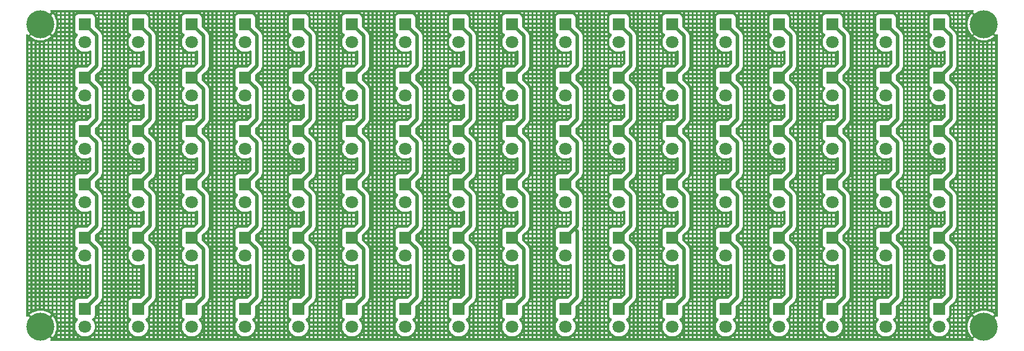
<source format=gtl>
G04 #@! TF.GenerationSoftware,KiCad,Pcbnew,8.0.5*
G04 #@! TF.CreationDate,2024-09-27T15:57:35+03:00*
G04 #@! TF.ProjectId,SuperClockMatrix,53757065-7243-46c6-9f63-6b4d61747269,rev?*
G04 #@! TF.SameCoordinates,Original*
G04 #@! TF.FileFunction,Copper,L1,Top*
G04 #@! TF.FilePolarity,Positive*
%FSLAX46Y46*%
G04 Gerber Fmt 4.6, Leading zero omitted, Abs format (unit mm)*
G04 Created by KiCad (PCBNEW 8.0.5) date 2024-09-27 15:57:35*
%MOMM*%
%LPD*%
G01*
G04 APERTURE LIST*
G04 #@! TA.AperFunction,ComponentPad*
%ADD10R,1.800000X1.800000*%
G04 #@! TD*
G04 #@! TA.AperFunction,ComponentPad*
%ADD11C,1.800000*%
G04 #@! TD*
G04 #@! TA.AperFunction,ComponentPad*
%ADD12C,4.000000*%
G04 #@! TD*
G04 #@! TA.AperFunction,Conductor*
%ADD13C,0.500000*%
G04 #@! TD*
G04 APERTURE END LIST*
D10*
X134620000Y-73660000D03*
D11*
X134620000Y-76200000D03*
D10*
X73660000Y-66040000D03*
D11*
X73660000Y-68580000D03*
D10*
X157480000Y-73660000D03*
D11*
X157480000Y-76200000D03*
D10*
X149860000Y-91440000D03*
D11*
X149860000Y-93980000D03*
D12*
X201930000Y-50800000D03*
D10*
X119380000Y-58420000D03*
D11*
X119380000Y-60960000D03*
D10*
X187960000Y-81280000D03*
D11*
X187960000Y-83820000D03*
D10*
X104140000Y-58420000D03*
D11*
X104140000Y-60960000D03*
D10*
X111760000Y-81280000D03*
D11*
X111760000Y-83820000D03*
D10*
X157480000Y-50800000D03*
D11*
X157480000Y-53340000D03*
D10*
X88900000Y-66040000D03*
D11*
X88900000Y-68580000D03*
D10*
X180340000Y-58420000D03*
D11*
X180340000Y-60960000D03*
D10*
X96520000Y-91440000D03*
D11*
X96520000Y-93980000D03*
D10*
X172720000Y-81280000D03*
D11*
X172720000Y-83820000D03*
D10*
X165100000Y-81280000D03*
D11*
X165100000Y-83820000D03*
D10*
X81280000Y-91440000D03*
D11*
X81280000Y-93980000D03*
D10*
X172720000Y-58420000D03*
D11*
X172720000Y-60960000D03*
D10*
X104140000Y-66040000D03*
D11*
X104140000Y-68580000D03*
D10*
X119380000Y-50800000D03*
D11*
X119380000Y-53340000D03*
D10*
X187960000Y-66040000D03*
D11*
X187960000Y-68580000D03*
D10*
X165100000Y-58420000D03*
D11*
X165100000Y-60960000D03*
D10*
X127000000Y-58420000D03*
D11*
X127000000Y-60960000D03*
D10*
X180340000Y-66040000D03*
D11*
X180340000Y-68580000D03*
D10*
X187960000Y-50800000D03*
D11*
X187960000Y-53340000D03*
D10*
X88900000Y-73660000D03*
D11*
X88900000Y-76200000D03*
D10*
X73660000Y-91440000D03*
D11*
X73660000Y-93980000D03*
D10*
X172720000Y-66040000D03*
D11*
X172720000Y-68580000D03*
D10*
X157480000Y-81280000D03*
D11*
X157480000Y-83820000D03*
D10*
X73660000Y-58420000D03*
D11*
X73660000Y-60960000D03*
D10*
X195580000Y-58420000D03*
D11*
X195580000Y-60960000D03*
D10*
X96520000Y-81280000D03*
D11*
X96520000Y-83820000D03*
D10*
X180340000Y-50800000D03*
D11*
X180340000Y-53340000D03*
D10*
X88900000Y-58420000D03*
D11*
X88900000Y-60960000D03*
D10*
X119380000Y-66040000D03*
D11*
X119380000Y-68580000D03*
D10*
X180340000Y-73660000D03*
D11*
X180340000Y-76200000D03*
D10*
X134620000Y-66040000D03*
D11*
X134620000Y-68580000D03*
D12*
X201930000Y-93980000D03*
D10*
X127000000Y-66040000D03*
D11*
X127000000Y-68580000D03*
D10*
X165100000Y-73660000D03*
D11*
X165100000Y-76200000D03*
D10*
X134620000Y-91440000D03*
D11*
X134620000Y-93980000D03*
D10*
X96520000Y-73660000D03*
D11*
X96520000Y-76200000D03*
D10*
X81280000Y-81280000D03*
D11*
X81280000Y-83820000D03*
D10*
X149860000Y-81280000D03*
D11*
X149860000Y-83820000D03*
D10*
X165100000Y-50800000D03*
D11*
X165100000Y-53340000D03*
D10*
X172720000Y-50800000D03*
D11*
X172720000Y-53340000D03*
D10*
X111760000Y-66040000D03*
D11*
X111760000Y-68580000D03*
D10*
X104140000Y-73660000D03*
D11*
X104140000Y-76200000D03*
D10*
X127000000Y-81280000D03*
D11*
X127000000Y-83820000D03*
D10*
X180340000Y-81280000D03*
D11*
X180340000Y-83820000D03*
D10*
X127000000Y-73660000D03*
D11*
X127000000Y-76200000D03*
D10*
X111760000Y-58420000D03*
D11*
X111760000Y-60960000D03*
D10*
X195580000Y-73660000D03*
D11*
X195580000Y-76200000D03*
D10*
X81280000Y-73660000D03*
D11*
X81280000Y-76200000D03*
D10*
X88900000Y-50800000D03*
D11*
X88900000Y-53340000D03*
D10*
X157480000Y-91440000D03*
D11*
X157480000Y-93980000D03*
D10*
X195580000Y-50800000D03*
D11*
X195580000Y-53340000D03*
D10*
X149860000Y-66040000D03*
D11*
X149860000Y-68580000D03*
D10*
X149860000Y-50800000D03*
D11*
X149860000Y-53340000D03*
D10*
X134620000Y-58420000D03*
D11*
X134620000Y-60960000D03*
D10*
X195580000Y-66040000D03*
D11*
X195580000Y-68580000D03*
D10*
X142240000Y-50800000D03*
D11*
X142240000Y-53340000D03*
D10*
X157480000Y-66040000D03*
D11*
X157480000Y-68580000D03*
D10*
X172720000Y-73660000D03*
D11*
X172720000Y-76200000D03*
D10*
X96520000Y-58420000D03*
D11*
X96520000Y-60960000D03*
D10*
X119380000Y-91440000D03*
D11*
X119380000Y-93980000D03*
D12*
X67310000Y-93980000D03*
D10*
X149860000Y-58420000D03*
D11*
X149860000Y-60960000D03*
D10*
X195580000Y-81280000D03*
D11*
X195580000Y-83820000D03*
D10*
X81280000Y-66040000D03*
D11*
X81280000Y-68580000D03*
D10*
X142240000Y-73660000D03*
D11*
X142240000Y-76200000D03*
D10*
X172720000Y-91440000D03*
D11*
X172720000Y-93980000D03*
D10*
X165100000Y-91440000D03*
D11*
X165100000Y-93980000D03*
D10*
X81280000Y-50800000D03*
D11*
X81280000Y-53340000D03*
D10*
X187960000Y-58420000D03*
D11*
X187960000Y-60960000D03*
D10*
X119380000Y-73660000D03*
D11*
X119380000Y-76200000D03*
D10*
X187960000Y-73660000D03*
D11*
X187960000Y-76200000D03*
D10*
X73660000Y-50800000D03*
D11*
X73660000Y-53340000D03*
D10*
X134620000Y-50800000D03*
D11*
X134620000Y-53340000D03*
D10*
X157480000Y-58420000D03*
D11*
X157480000Y-60960000D03*
D10*
X73660000Y-73660000D03*
D11*
X73660000Y-76200000D03*
D10*
X88900000Y-81280000D03*
D11*
X88900000Y-83820000D03*
D10*
X104140000Y-91440000D03*
D11*
X104140000Y-93980000D03*
D10*
X96520000Y-50800000D03*
D11*
X96520000Y-53340000D03*
D10*
X142240000Y-58420000D03*
D11*
X142240000Y-60960000D03*
D10*
X187960000Y-91440000D03*
D11*
X187960000Y-93980000D03*
D10*
X96520000Y-66040000D03*
D11*
X96520000Y-68580000D03*
D10*
X111760000Y-50800000D03*
D11*
X111760000Y-53340000D03*
D10*
X134620000Y-81280000D03*
D11*
X134620000Y-83820000D03*
D10*
X119380000Y-81280000D03*
D11*
X119380000Y-83820000D03*
D10*
X111760000Y-73660000D03*
D11*
X111760000Y-76200000D03*
D10*
X195580000Y-91440000D03*
D11*
X195580000Y-93980000D03*
D10*
X142240000Y-91440000D03*
D11*
X142240000Y-93980000D03*
D10*
X104140000Y-50800000D03*
D11*
X104140000Y-53340000D03*
D10*
X142240000Y-81280000D03*
D11*
X142240000Y-83820000D03*
D12*
X67310000Y-50800000D03*
D10*
X165100000Y-66040000D03*
D11*
X165100000Y-68580000D03*
D10*
X81280000Y-58420000D03*
D11*
X81280000Y-60960000D03*
D10*
X127000000Y-91440000D03*
D11*
X127000000Y-93980000D03*
D10*
X73660000Y-81280000D03*
D11*
X73660000Y-83820000D03*
D10*
X127000000Y-50800000D03*
D11*
X127000000Y-53340000D03*
D10*
X104140000Y-81280000D03*
D11*
X104140000Y-83820000D03*
D10*
X88900000Y-91440000D03*
D11*
X88900000Y-93980000D03*
D10*
X149860000Y-73660000D03*
D11*
X149860000Y-76200000D03*
D10*
X142240000Y-66040000D03*
D11*
X142240000Y-68580000D03*
D10*
X180340000Y-91440000D03*
D11*
X180340000Y-93980000D03*
D10*
X111760000Y-91440000D03*
D11*
X111760000Y-93980000D03*
D13*
X75310000Y-56770000D02*
X73660000Y-58420000D01*
X75310000Y-75310000D02*
X73660000Y-73660000D01*
X75310000Y-64390000D02*
X75310000Y-60070000D01*
X73660000Y-50800000D02*
X75310000Y-52450000D01*
X73660000Y-73660000D02*
X75310000Y-72010000D01*
X75310000Y-67690000D02*
X73660000Y-66040000D01*
X75310000Y-89790000D02*
X75310000Y-82930000D01*
X75310000Y-52450000D02*
X75310000Y-56770000D01*
X73660000Y-66040000D02*
X75310000Y-64390000D01*
X75310000Y-82930000D02*
X73660000Y-81280000D01*
X73660000Y-91440000D02*
X75310000Y-89790000D01*
X75310000Y-79630000D02*
X75310000Y-75310000D01*
X73660000Y-81280000D02*
X75310000Y-79630000D01*
X75310000Y-60070000D02*
X73660000Y-58420000D01*
X75310000Y-72010000D02*
X75310000Y-67690000D01*
X81280000Y-66040000D02*
X82930000Y-64390000D01*
X81280000Y-91440000D02*
X82930000Y-89790000D01*
X82930000Y-52450000D02*
X81280000Y-50800000D01*
X81280000Y-81280000D02*
X82930000Y-79630000D01*
X82930000Y-64390000D02*
X82930000Y-60070000D01*
X81280000Y-73660000D02*
X82930000Y-72010000D01*
X82930000Y-89790000D02*
X82930000Y-82930000D01*
X82930000Y-56770000D02*
X82930000Y-52450000D01*
X82930000Y-60070000D02*
X81280000Y-58420000D01*
X82930000Y-75310000D02*
X81280000Y-73660000D01*
X82930000Y-67690000D02*
X81280000Y-66040000D01*
X81280000Y-58420000D02*
X82930000Y-56770000D01*
X82930000Y-79630000D02*
X82930000Y-75310000D01*
X82930000Y-82930000D02*
X81280000Y-81280000D01*
X82930000Y-72010000D02*
X82930000Y-67690000D01*
X88900000Y-91440000D02*
X90550000Y-89790000D01*
X88900000Y-73660000D02*
X90550000Y-72010000D01*
X88900000Y-66040000D02*
X90550000Y-64390000D01*
X90550000Y-60070000D02*
X88900000Y-58420000D01*
X90550000Y-56770000D02*
X90550000Y-52450000D01*
X88900000Y-58420000D02*
X90550000Y-56770000D01*
X90550000Y-72010000D02*
X90550000Y-67690000D01*
X90550000Y-89790000D02*
X90550000Y-82930000D01*
X88900000Y-81280000D02*
X90550000Y-79630000D01*
X90550000Y-52450000D02*
X88900000Y-50800000D01*
X90550000Y-64390000D02*
X90550000Y-60070000D01*
X90550000Y-82930000D02*
X88900000Y-81280000D01*
X90550000Y-75310000D02*
X88900000Y-73660000D01*
X90550000Y-79630000D02*
X90550000Y-75310000D01*
X90550000Y-67690000D02*
X88900000Y-66040000D01*
X98170000Y-82930000D02*
X96520000Y-81280000D01*
X98170000Y-60070000D02*
X96520000Y-58420000D01*
X98170000Y-52450000D02*
X96520000Y-50800000D01*
X96520000Y-81280000D02*
X98170000Y-79630000D01*
X96520000Y-73660000D02*
X98170000Y-72010000D01*
X98170000Y-72010000D02*
X98170000Y-67690000D01*
X98170000Y-75310000D02*
X96520000Y-73660000D01*
X96520000Y-91440000D02*
X98170000Y-89790000D01*
X96520000Y-58420000D02*
X98170000Y-56770000D01*
X98170000Y-89790000D02*
X98170000Y-82930000D01*
X96520000Y-66040000D02*
X98170000Y-64390000D01*
X98170000Y-56770000D02*
X98170000Y-52450000D01*
X98170000Y-79630000D02*
X98170000Y-75310000D01*
X98170000Y-67690000D02*
X96520000Y-66040000D01*
X98170000Y-64390000D02*
X98170000Y-60070000D01*
X104140000Y-91440000D02*
X105790000Y-89790000D01*
X104140000Y-58420000D02*
X105790000Y-56770000D01*
X104140000Y-73660000D02*
X105790000Y-72010000D01*
X105790000Y-64390000D02*
X105790000Y-60070000D01*
X105790000Y-60070000D02*
X104140000Y-58420000D01*
X104140000Y-81280000D02*
X105790000Y-79630000D01*
X105790000Y-67690000D02*
X104140000Y-66040000D01*
X105790000Y-72010000D02*
X105790000Y-67690000D01*
X105790000Y-82930000D02*
X104140000Y-81280000D01*
X105790000Y-56770000D02*
X105790000Y-52450000D01*
X105790000Y-89790000D02*
X105790000Y-82930000D01*
X105790000Y-79630000D02*
X105790000Y-75310000D01*
X105790000Y-52450000D02*
X104140000Y-50800000D01*
X105790000Y-75310000D02*
X104140000Y-73660000D01*
X104140000Y-66040000D02*
X105790000Y-64390000D01*
X111760000Y-81280000D02*
X113410000Y-79630000D01*
X111760000Y-66040000D02*
X113410000Y-64390000D01*
X113410000Y-67690000D02*
X111760000Y-66040000D01*
X113410000Y-82930000D02*
X111760000Y-81280000D01*
X113410000Y-52450000D02*
X111760000Y-50800000D01*
X111760000Y-91440000D02*
X113410000Y-89790000D01*
X113410000Y-64390000D02*
X113410000Y-60070000D01*
X113410000Y-60070000D02*
X111760000Y-58420000D01*
X113410000Y-89790000D02*
X113410000Y-82930000D01*
X111760000Y-58420000D02*
X113410000Y-56770000D01*
X113410000Y-72010000D02*
X113410000Y-67690000D01*
X113410000Y-56770000D02*
X113410000Y-52450000D01*
X113410000Y-79630000D02*
X113410000Y-75310000D01*
X111760000Y-73660000D02*
X113410000Y-72010000D01*
X113410000Y-75310000D02*
X111760000Y-73660000D01*
X121030000Y-89790000D02*
X121030000Y-82930000D01*
X119380000Y-91440000D02*
X121030000Y-89790000D01*
X121030000Y-52450000D02*
X119380000Y-50800000D01*
X121030000Y-64390000D02*
X121030000Y-60070000D01*
X121030000Y-60070000D02*
X119380000Y-58420000D01*
X121030000Y-82930000D02*
X119380000Y-81280000D01*
X119380000Y-58420000D02*
X121030000Y-56770000D01*
X121030000Y-79630000D02*
X121030000Y-75310000D01*
X119380000Y-66040000D02*
X121030000Y-64390000D01*
X119380000Y-73660000D02*
X121030000Y-72010000D01*
X119380000Y-81280000D02*
X121030000Y-79630000D01*
X121030000Y-72010000D02*
X121030000Y-67690000D01*
X121030000Y-75310000D02*
X119380000Y-73660000D01*
X121030000Y-56770000D02*
X121030000Y-52450000D01*
X121030000Y-67690000D02*
X119380000Y-66040000D01*
X151510000Y-89790000D02*
X151510000Y-82930000D01*
X151510000Y-56770000D02*
X151510000Y-52450000D01*
X151510000Y-52450000D02*
X149860000Y-50800000D01*
X149860000Y-91440000D02*
X151510000Y-89790000D01*
X151510000Y-72010000D02*
X151510000Y-67690000D01*
X149860000Y-66040000D02*
X151510000Y-64390000D01*
X149860000Y-58420000D02*
X151510000Y-56770000D01*
X151510000Y-64390000D02*
X151510000Y-60070000D01*
X151510000Y-67690000D02*
X149860000Y-66040000D01*
X149860000Y-73660000D02*
X151510000Y-72010000D01*
X151510000Y-79630000D02*
X151510000Y-75310000D01*
X151510000Y-75310000D02*
X149860000Y-73660000D01*
X151510000Y-60070000D02*
X149860000Y-58420000D01*
X149860000Y-81280000D02*
X151510000Y-79630000D01*
X151510000Y-82930000D02*
X149860000Y-81280000D01*
X157480000Y-81280000D02*
X159130000Y-79630000D01*
X159130000Y-56770000D02*
X159130000Y-52450000D01*
X159130000Y-82930000D02*
X157480000Y-81280000D01*
X159130000Y-72010000D02*
X159130000Y-67690000D01*
X157480000Y-58420000D02*
X159130000Y-56770000D01*
X159130000Y-52450000D02*
X157480000Y-50800000D01*
X159130000Y-75310000D02*
X157480000Y-73660000D01*
X159130000Y-64390000D02*
X159130000Y-60070000D01*
X157480000Y-66040000D02*
X159130000Y-64390000D01*
X159130000Y-60070000D02*
X157480000Y-58420000D01*
X159130000Y-89790000D02*
X159130000Y-82930000D01*
X157480000Y-73660000D02*
X159130000Y-72010000D01*
X159130000Y-79630000D02*
X159130000Y-75310000D01*
X157480000Y-91440000D02*
X159130000Y-89790000D01*
X159130000Y-67690000D02*
X157480000Y-66040000D01*
X166750000Y-89790000D02*
X166750000Y-82930000D01*
X166750000Y-67690000D02*
X165100000Y-66040000D01*
X166750000Y-82930000D02*
X165100000Y-81280000D01*
X166750000Y-79630000D02*
X166750000Y-75310000D01*
X166750000Y-64390000D02*
X166750000Y-60070000D01*
X165100000Y-73660000D02*
X166750000Y-72010000D01*
X165100000Y-91440000D02*
X166750000Y-89790000D01*
X166750000Y-60070000D02*
X165100000Y-58420000D01*
X165100000Y-66040000D02*
X166750000Y-64390000D01*
X166750000Y-52450000D02*
X165100000Y-50800000D01*
X166750000Y-75310000D02*
X165100000Y-73660000D01*
X166750000Y-56770000D02*
X166750000Y-52450000D01*
X166750000Y-72010000D02*
X166750000Y-67690000D01*
X165100000Y-81280000D02*
X166750000Y-79630000D01*
X165100000Y-58420000D02*
X166750000Y-56770000D01*
X174370000Y-56770000D02*
X174370000Y-52450000D01*
X174370000Y-89790000D02*
X174370000Y-82930000D01*
X174370000Y-52450000D02*
X172720000Y-50800000D01*
X174370000Y-79630000D02*
X174370000Y-75310000D01*
X172720000Y-58420000D02*
X174370000Y-56770000D01*
X174370000Y-67690000D02*
X172720000Y-66040000D01*
X174370000Y-75310000D02*
X172720000Y-73660000D01*
X174370000Y-82930000D02*
X172720000Y-81280000D01*
X172720000Y-73660000D02*
X174370000Y-72010000D01*
X174370000Y-60070000D02*
X172720000Y-58420000D01*
X172720000Y-91440000D02*
X174370000Y-89790000D01*
X172720000Y-81280000D02*
X174370000Y-79630000D01*
X174370000Y-72010000D02*
X174370000Y-67690000D01*
X172720000Y-66040000D02*
X174370000Y-64390000D01*
X174370000Y-64390000D02*
X174370000Y-60070000D01*
X180340000Y-73660000D02*
X181990000Y-72010000D01*
X181990000Y-52450000D02*
X180340000Y-50800000D01*
X181990000Y-60070000D02*
X180340000Y-58420000D01*
X180340000Y-66040000D02*
X181990000Y-64390000D01*
X181990000Y-89790000D02*
X181990000Y-82930000D01*
X181990000Y-67690000D02*
X180340000Y-66040000D01*
X181990000Y-75310000D02*
X180340000Y-73660000D01*
X180340000Y-81280000D02*
X181990000Y-79630000D01*
X181990000Y-56770000D02*
X181990000Y-52450000D01*
X181990000Y-82930000D02*
X180340000Y-81280000D01*
X180340000Y-91440000D02*
X181990000Y-89790000D01*
X181990000Y-64390000D02*
X181990000Y-60070000D01*
X180340000Y-58420000D02*
X181990000Y-56770000D01*
X181990000Y-72010000D02*
X181990000Y-67690000D01*
X181990000Y-79630000D02*
X181990000Y-75310000D01*
X187960000Y-91440000D02*
X189610000Y-89790000D01*
X189610000Y-79630000D02*
X189610000Y-75310000D01*
X189610000Y-64390000D02*
X189610000Y-60070000D01*
X187960000Y-58420000D02*
X189610000Y-56770000D01*
X189610000Y-56770000D02*
X189610000Y-52450000D01*
X189610000Y-89790000D02*
X189610000Y-82930000D01*
X187960000Y-81280000D02*
X189610000Y-79630000D01*
X189610000Y-60070000D02*
X187960000Y-58420000D01*
X189610000Y-52450000D02*
X187960000Y-50800000D01*
X189610000Y-75310000D02*
X187960000Y-73660000D01*
X189610000Y-67690000D02*
X187960000Y-66040000D01*
X187960000Y-73660000D02*
X189610000Y-72010000D01*
X189610000Y-72010000D02*
X189610000Y-67690000D01*
X187960000Y-66040000D02*
X189610000Y-64390000D01*
X189610000Y-82930000D02*
X187960000Y-81280000D01*
X197230000Y-75310000D02*
X195580000Y-73660000D01*
X197230000Y-60070000D02*
X195580000Y-58420000D01*
X197230000Y-82930000D02*
X195580000Y-81280000D01*
X195580000Y-66040000D02*
X197230000Y-64390000D01*
X197230000Y-89790000D02*
X197230000Y-82930000D01*
X197230000Y-79630000D02*
X197230000Y-75310000D01*
X197230000Y-56770000D02*
X197230000Y-52450000D01*
X195580000Y-81280000D02*
X197230000Y-79630000D01*
X195580000Y-73660000D02*
X197230000Y-72010000D01*
X195580000Y-58420000D02*
X197230000Y-56770000D01*
X197230000Y-52450000D02*
X195580000Y-50800000D01*
X197230000Y-67690000D02*
X195580000Y-66040000D01*
X197230000Y-64390000D02*
X197230000Y-60070000D01*
X195580000Y-91440000D02*
X197230000Y-89790000D01*
X197230000Y-72010000D02*
X197230000Y-67690000D01*
X128650000Y-72010000D02*
X127000000Y-73660000D01*
X127000000Y-66040000D02*
X128650000Y-67690000D01*
X127000000Y-58420000D02*
X128650000Y-60070000D01*
X127000000Y-73660000D02*
X128650000Y-75310000D01*
X128650000Y-67690000D02*
X128650000Y-72010000D01*
X128650000Y-64390000D02*
X127000000Y-66040000D01*
X128650000Y-79630000D02*
X127000000Y-81280000D01*
X128650000Y-89790000D02*
X127000000Y-91440000D01*
X128650000Y-52450000D02*
X128650000Y-56770000D01*
X128650000Y-56770000D02*
X127000000Y-58420000D01*
X127000000Y-50800000D02*
X128650000Y-52450000D01*
X128650000Y-60070000D02*
X128650000Y-64390000D01*
X127000000Y-81280000D02*
X128650000Y-82930000D01*
X128650000Y-82930000D02*
X128650000Y-89790000D01*
X128650000Y-75310000D02*
X128650000Y-79630000D01*
X134620000Y-58420000D02*
X136270000Y-60070000D01*
X136270000Y-60070000D02*
X136270000Y-64390000D01*
X134620000Y-50800000D02*
X136270000Y-52450000D01*
X136270000Y-64390000D02*
X134620000Y-66040000D01*
X134620000Y-81280000D02*
X136270000Y-82930000D01*
X134620000Y-66040000D02*
X136270000Y-67690000D01*
X136270000Y-89790000D02*
X134620000Y-91440000D01*
X136270000Y-67690000D02*
X136270000Y-72010000D01*
X134620000Y-73660000D02*
X136270000Y-75310000D01*
X136270000Y-56770000D02*
X134620000Y-58420000D01*
X136270000Y-79630000D02*
X134620000Y-81280000D01*
X136270000Y-72010000D02*
X134620000Y-73660000D01*
X136270000Y-75310000D02*
X136270000Y-79630000D01*
X136270000Y-82930000D02*
X136270000Y-89790000D01*
X136270000Y-52450000D02*
X136270000Y-56770000D01*
X143890000Y-64390000D02*
X142240000Y-66040000D01*
X143890000Y-52450000D02*
X143890000Y-56770000D01*
X143890000Y-56770000D02*
X142240000Y-58420000D01*
X143510000Y-80010000D02*
X143890000Y-80390000D01*
X142240000Y-66040000D02*
X143890000Y-67690000D01*
X142240000Y-58420000D02*
X143890000Y-60070000D01*
X142240000Y-73660000D02*
X143890000Y-75310000D01*
X143510000Y-80010000D02*
X142240000Y-81280000D01*
X143890000Y-72010000D02*
X142240000Y-73660000D01*
X143890000Y-79630000D02*
X143510000Y-80010000D01*
X143890000Y-60070000D02*
X143890000Y-64390000D01*
X143890000Y-89790000D02*
X142240000Y-91440000D01*
X143890000Y-80390000D02*
X143890000Y-89790000D01*
X143890000Y-75310000D02*
X143890000Y-79630000D01*
X142240000Y-50800000D02*
X143890000Y-52450000D01*
X143890000Y-67690000D02*
X143890000Y-72010000D01*
G04 #@! TA.AperFunction,Conductor*
G36*
X200445913Y-48780462D02*
G01*
X200500451Y-48835000D01*
X200520413Y-48909500D01*
X200500451Y-48984000D01*
X200469655Y-49021525D01*
X200413182Y-49071050D01*
X200907391Y-49565259D01*
X200887670Y-49579588D01*
X200709588Y-49757670D01*
X200695259Y-49777391D01*
X200201049Y-49283181D01*
X200101375Y-49396839D01*
X200101374Y-49396841D01*
X199933865Y-49647536D01*
X199800517Y-49917942D01*
X199703606Y-50203434D01*
X199703602Y-50203446D01*
X199644784Y-50499143D01*
X199625065Y-50799999D01*
X199625065Y-50800000D01*
X199644784Y-51100856D01*
X199703602Y-51396553D01*
X199703606Y-51396565D01*
X199800518Y-51682060D01*
X199933863Y-51952461D01*
X200101367Y-52203149D01*
X200101376Y-52203161D01*
X200201049Y-52316816D01*
X200695258Y-51822606D01*
X200709588Y-51842330D01*
X200887670Y-52020412D01*
X200907390Y-52034739D01*
X200413181Y-52528949D01*
X200526838Y-52628623D01*
X200526850Y-52628632D01*
X200777538Y-52796136D01*
X201047939Y-52929481D01*
X201333434Y-53026393D01*
X201333446Y-53026397D01*
X201629143Y-53085215D01*
X201930000Y-53104935D01*
X202230856Y-53085215D01*
X202526553Y-53026397D01*
X202526565Y-53026393D01*
X202703005Y-52966500D01*
X203417879Y-52966500D01*
X203499500Y-52966500D01*
X203499500Y-52911962D01*
X203417879Y-52966500D01*
X202703005Y-52966500D01*
X202812060Y-52929481D01*
X203082461Y-52796136D01*
X203333155Y-52628628D01*
X203446816Y-52528948D01*
X202952608Y-52034740D01*
X202972330Y-52020412D01*
X203150412Y-51842330D01*
X203164740Y-51822608D01*
X203658948Y-52316816D01*
X203708476Y-52260342D01*
X203772606Y-52217492D01*
X203849569Y-52212448D01*
X203918743Y-52246561D01*
X203961593Y-52310691D01*
X203969500Y-52358585D01*
X203969500Y-92421414D01*
X203949538Y-92495914D01*
X203895000Y-92550452D01*
X203820500Y-92570414D01*
X203746000Y-92550452D01*
X203708476Y-92519657D01*
X203658948Y-92463182D01*
X203164739Y-92957390D01*
X203150412Y-92937670D01*
X202972330Y-92759588D01*
X202952607Y-92745258D01*
X203446817Y-92251049D01*
X203333161Y-92151376D01*
X203333149Y-92151367D01*
X203082461Y-91983863D01*
X202812060Y-91850518D01*
X202526565Y-91753606D01*
X202526553Y-91753602D01*
X202405384Y-91729500D01*
X203292164Y-91729500D01*
X203499500Y-91868036D01*
X203499500Y-91729500D01*
X203292164Y-91729500D01*
X202405384Y-91729500D01*
X202230856Y-91694784D01*
X201930000Y-91675065D01*
X201629143Y-91694784D01*
X201333446Y-91753602D01*
X201333434Y-91753606D01*
X201047942Y-91850517D01*
X200777536Y-91983865D01*
X200526841Y-92151374D01*
X200526839Y-92151375D01*
X200413181Y-92251049D01*
X200907391Y-92745259D01*
X200887670Y-92759588D01*
X200709588Y-92937670D01*
X200695259Y-92957391D01*
X200201049Y-92463181D01*
X200101375Y-92576839D01*
X200101374Y-92576841D01*
X199933865Y-92827536D01*
X199800517Y-93097942D01*
X199703606Y-93383434D01*
X199703602Y-93383446D01*
X199644784Y-93679143D01*
X199625065Y-93979999D01*
X199625065Y-93980000D01*
X199644784Y-94280856D01*
X199703602Y-94576553D01*
X199703606Y-94576565D01*
X199800518Y-94862060D01*
X199933863Y-95132461D01*
X200101367Y-95383149D01*
X200101376Y-95383161D01*
X200201049Y-95496816D01*
X200695258Y-95002606D01*
X200709588Y-95022330D01*
X200887670Y-95200412D01*
X200907390Y-95214739D01*
X200413182Y-95708948D01*
X200469657Y-95758476D01*
X200512507Y-95822606D01*
X200517551Y-95899569D01*
X200483438Y-95968743D01*
X200419308Y-96011593D01*
X200371414Y-96019500D01*
X68868586Y-96019500D01*
X68794086Y-95999538D01*
X68739548Y-95945000D01*
X68719586Y-95870500D01*
X68739548Y-95796000D01*
X68770343Y-95758476D01*
X68826817Y-95708949D01*
X68755368Y-95637500D01*
X69351838Y-95637500D01*
X69476500Y-95637500D01*
X69775500Y-95637500D01*
X70077500Y-95637500D01*
X70376500Y-95637500D01*
X70678500Y-95637500D01*
X70977500Y-95637500D01*
X71279500Y-95637500D01*
X71578500Y-95637500D01*
X71880500Y-95637500D01*
X72179500Y-95637500D01*
X72481500Y-95637500D01*
X72780500Y-95637500D01*
X73082500Y-95637500D01*
X74155253Y-95637500D01*
X74284500Y-95637500D01*
X74284500Y-95593129D01*
X74155253Y-95637500D01*
X73082500Y-95637500D01*
X73082500Y-95609264D01*
X72982580Y-95574962D01*
X72976764Y-95572829D01*
X72975609Y-95572378D01*
X72969955Y-95570035D01*
X72957532Y-95564586D01*
X72951903Y-95561976D01*
X72950789Y-95561431D01*
X72945352Y-95558631D01*
X72780500Y-95469417D01*
X72780500Y-95637500D01*
X72481500Y-95637500D01*
X72481500Y-95445606D01*
X74583500Y-95445606D01*
X74583500Y-95637500D01*
X74885500Y-95637500D01*
X75184500Y-95637500D01*
X75486500Y-95637500D01*
X75785500Y-95637500D01*
X76087500Y-95637500D01*
X76386500Y-95637500D01*
X76688500Y-95637500D01*
X76987500Y-95637500D01*
X77289500Y-95637500D01*
X77588500Y-95637500D01*
X77890500Y-95637500D01*
X78189500Y-95637500D01*
X78491500Y-95637500D01*
X78790500Y-95637500D01*
X79092500Y-95637500D01*
X79391500Y-95637500D01*
X79693500Y-95637500D01*
X79992500Y-95637500D01*
X80294500Y-95637500D01*
X80593500Y-95637500D01*
X80784747Y-95637500D01*
X80764499Y-95630549D01*
X81795500Y-95630549D01*
X81795500Y-95637500D01*
X82097500Y-95637500D01*
X82396500Y-95637500D01*
X82698500Y-95637500D01*
X82997500Y-95637500D01*
X83299500Y-95637500D01*
X83598500Y-95637500D01*
X83900500Y-95637500D01*
X84199500Y-95637500D01*
X84501500Y-95637500D01*
X84800500Y-95637500D01*
X85102500Y-95637500D01*
X85401500Y-95637500D01*
X85703500Y-95637500D01*
X86002500Y-95637500D01*
X86304500Y-95637500D01*
X86603500Y-95637500D01*
X86905500Y-95637500D01*
X87204500Y-95637500D01*
X87506500Y-95637500D01*
X87805500Y-95637500D01*
X88107500Y-95637500D01*
X88107500Y-95561778D01*
X89608500Y-95561778D01*
X89608500Y-95637500D01*
X89910500Y-95637500D01*
X90209500Y-95637500D01*
X90511500Y-95637500D01*
X90810500Y-95637500D01*
X91112500Y-95637500D01*
X91411500Y-95637500D01*
X91713500Y-95637500D01*
X92012500Y-95637500D01*
X92314500Y-95637500D01*
X92613500Y-95637500D01*
X92915500Y-95637500D01*
X93214500Y-95637500D01*
X93516500Y-95637500D01*
X93815500Y-95637500D01*
X94117500Y-95637500D01*
X94416500Y-95637500D01*
X94718500Y-95637500D01*
X95017500Y-95637500D01*
X95319500Y-95637500D01*
X95618500Y-95637500D01*
X95920500Y-95637500D01*
X97015253Y-95637500D01*
X97122500Y-95637500D01*
X97122500Y-95600681D01*
X97015253Y-95637500D01*
X95920500Y-95637500D01*
X95920500Y-95601711D01*
X95842580Y-95574962D01*
X95836764Y-95572829D01*
X95835609Y-95572378D01*
X95829955Y-95570035D01*
X95817532Y-95564586D01*
X95811903Y-95561976D01*
X95810789Y-95561431D01*
X95805352Y-95558631D01*
X95618502Y-95457512D01*
X97421500Y-95457512D01*
X97421500Y-95637500D01*
X97723500Y-95637500D01*
X98022500Y-95637500D01*
X98324500Y-95637500D01*
X98623500Y-95637500D01*
X98925500Y-95637500D01*
X99224500Y-95637500D01*
X99526500Y-95637500D01*
X99825500Y-95637500D01*
X100127500Y-95637500D01*
X100426500Y-95637500D01*
X100728500Y-95637500D01*
X101027500Y-95637500D01*
X101329500Y-95637500D01*
X101628500Y-95637500D01*
X101930500Y-95637500D01*
X102229500Y-95637500D01*
X102531500Y-95637500D01*
X102830500Y-95637500D01*
X103132500Y-95637500D01*
X103431500Y-95637500D01*
X103644747Y-95637500D01*
X104635253Y-95637500D01*
X104935500Y-95637500D01*
X105234500Y-95637500D01*
X105536500Y-95637500D01*
X105835500Y-95637500D01*
X106137500Y-95637500D01*
X106436500Y-95637500D01*
X106738500Y-95637500D01*
X107037500Y-95637500D01*
X107339500Y-95637500D01*
X107638500Y-95637500D01*
X107940500Y-95637500D01*
X108239500Y-95637500D01*
X108541500Y-95637500D01*
X108840500Y-95637500D01*
X109142500Y-95637500D01*
X109441500Y-95637500D01*
X109743500Y-95637500D01*
X110042500Y-95637500D01*
X110344500Y-95637500D01*
X110643500Y-95637500D01*
X110945500Y-95637500D01*
X111244500Y-95637500D01*
X111264747Y-95637500D01*
X111244500Y-95630549D01*
X111244500Y-95637500D01*
X110945500Y-95637500D01*
X110945500Y-95571504D01*
X112446500Y-95571504D01*
X112446500Y-95637500D01*
X112748500Y-95637500D01*
X113047500Y-95637500D01*
X113349500Y-95637500D01*
X113648500Y-95637500D01*
X113950500Y-95637500D01*
X114249500Y-95637500D01*
X114551500Y-95637500D01*
X114850500Y-95637500D01*
X115152500Y-95637500D01*
X115451500Y-95637500D01*
X115753500Y-95637500D01*
X116052500Y-95637500D01*
X116354500Y-95637500D01*
X116653500Y-95637500D01*
X116955500Y-95637500D01*
X117254500Y-95637500D01*
X117556500Y-95637500D01*
X117855500Y-95637500D01*
X118157500Y-95637500D01*
X118456500Y-95637500D01*
X118758500Y-95637500D01*
X119875253Y-95637500D01*
X119960500Y-95637500D01*
X119960500Y-95608234D01*
X119875253Y-95637500D01*
X118758500Y-95637500D01*
X118758500Y-95594159D01*
X118702580Y-95574962D01*
X118696764Y-95572829D01*
X118695609Y-95572378D01*
X118689955Y-95570035D01*
X118677532Y-95564586D01*
X118671903Y-95561976D01*
X118670789Y-95561431D01*
X118665352Y-95558631D01*
X118500502Y-95469418D01*
X120259500Y-95469418D01*
X120259500Y-95637500D01*
X120561500Y-95637500D01*
X120860500Y-95637500D01*
X121162500Y-95637500D01*
X121461500Y-95637500D01*
X121763500Y-95637500D01*
X122062500Y-95637500D01*
X122364500Y-95637500D01*
X122663500Y-95637500D01*
X122965500Y-95637500D01*
X123264500Y-95637500D01*
X123566500Y-95637500D01*
X123865500Y-95637500D01*
X124167500Y-95637500D01*
X124466500Y-95637500D01*
X124768500Y-95637500D01*
X125067500Y-95637500D01*
X125369500Y-95637500D01*
X125668500Y-95637500D01*
X125970500Y-95637500D01*
X126269500Y-95637500D01*
X126504747Y-95637500D01*
X127495253Y-95637500D01*
X127773500Y-95637500D01*
X127773500Y-95526781D01*
X127714648Y-95558631D01*
X127709211Y-95561431D01*
X127708097Y-95561976D01*
X127702468Y-95564586D01*
X127690045Y-95570035D01*
X127684391Y-95572378D01*
X127683236Y-95572829D01*
X127677420Y-95574962D01*
X127495253Y-95637500D01*
X126504747Y-95637500D01*
X126322580Y-95574962D01*
X126316764Y-95572829D01*
X126315609Y-95572378D01*
X126309955Y-95570035D01*
X126297532Y-95564586D01*
X126291903Y-95561976D01*
X126290789Y-95561431D01*
X126285352Y-95558631D01*
X126269500Y-95550052D01*
X126269500Y-95637500D01*
X125970500Y-95637500D01*
X125970500Y-95369065D01*
X125927374Y-95335500D01*
X125668500Y-95335500D01*
X125668500Y-95637500D01*
X125369500Y-95637500D01*
X125369500Y-95335500D01*
X125067500Y-95335500D01*
X125067500Y-95637500D01*
X124768500Y-95637500D01*
X124768500Y-95335500D01*
X124466500Y-95335500D01*
X124466500Y-95637500D01*
X124167500Y-95637500D01*
X124167500Y-95335500D01*
X123865500Y-95335500D01*
X123865500Y-95637500D01*
X123566500Y-95637500D01*
X123566500Y-95335500D01*
X123264500Y-95335500D01*
X123264500Y-95637500D01*
X122965500Y-95637500D01*
X122965500Y-95335500D01*
X122663500Y-95335500D01*
X122663500Y-95637500D01*
X122364500Y-95637500D01*
X122364500Y-95335500D01*
X122062500Y-95335500D01*
X122062500Y-95637500D01*
X121763500Y-95637500D01*
X121763500Y-95335500D01*
X121461500Y-95335500D01*
X121461500Y-95637500D01*
X121162500Y-95637500D01*
X121162500Y-95335500D01*
X120860500Y-95335500D01*
X120860500Y-95637500D01*
X120561500Y-95637500D01*
X120561500Y-95335500D01*
X120452625Y-95335500D01*
X120344734Y-95419474D01*
X120339787Y-95423163D01*
X120338777Y-95423884D01*
X120333700Y-95427352D01*
X120322344Y-95434771D01*
X120317157Y-95438010D01*
X120316092Y-95438645D01*
X120310702Y-95441709D01*
X120259500Y-95469418D01*
X118500502Y-95469418D01*
X118456500Y-95445605D01*
X118456500Y-95637500D01*
X118157500Y-95637500D01*
X118157500Y-95335500D01*
X117855500Y-95335500D01*
X117855500Y-95637500D01*
X117556500Y-95637500D01*
X117556500Y-95335500D01*
X117254500Y-95335500D01*
X117254500Y-95637500D01*
X116955500Y-95637500D01*
X116955500Y-95335500D01*
X116653500Y-95335500D01*
X116653500Y-95637500D01*
X116354500Y-95637500D01*
X116354500Y-95335500D01*
X116052500Y-95335500D01*
X116052500Y-95637500D01*
X115753500Y-95637500D01*
X115753500Y-95335500D01*
X115451500Y-95335500D01*
X115451500Y-95637500D01*
X115152500Y-95637500D01*
X115152500Y-95335500D01*
X114850500Y-95335500D01*
X114850500Y-95637500D01*
X114551500Y-95637500D01*
X114551500Y-95335500D01*
X114249500Y-95335500D01*
X114249500Y-95637500D01*
X113950500Y-95637500D01*
X113950500Y-95335500D01*
X113648500Y-95335500D01*
X113648500Y-95637500D01*
X113349500Y-95637500D01*
X113349500Y-95335500D01*
X113047500Y-95335500D01*
X113047500Y-95637500D01*
X112748500Y-95637500D01*
X112748500Y-95400976D01*
X112724734Y-95419474D01*
X112719787Y-95423163D01*
X112718777Y-95423884D01*
X112713700Y-95427352D01*
X112702344Y-95434771D01*
X112697157Y-95438010D01*
X112696092Y-95438645D01*
X112690702Y-95441708D01*
X112474648Y-95558631D01*
X112469211Y-95561431D01*
X112468097Y-95561976D01*
X112462468Y-95564586D01*
X112450045Y-95570035D01*
X112446500Y-95571504D01*
X110945500Y-95571504D01*
X110945500Y-95504594D01*
X110829298Y-95441709D01*
X110823908Y-95438645D01*
X110822843Y-95438010D01*
X110817656Y-95434771D01*
X110806300Y-95427352D01*
X110801223Y-95423884D01*
X110800213Y-95423163D01*
X110795266Y-95419474D01*
X110687375Y-95335500D01*
X110643500Y-95335500D01*
X110643500Y-95637500D01*
X110344500Y-95637500D01*
X110344500Y-95335500D01*
X110042500Y-95335500D01*
X110042500Y-95637500D01*
X109743500Y-95637500D01*
X109743500Y-95335500D01*
X109441500Y-95335500D01*
X109441500Y-95637500D01*
X109142500Y-95637500D01*
X109142500Y-95335500D01*
X108840500Y-95335500D01*
X108840500Y-95637500D01*
X108541500Y-95637500D01*
X108541500Y-95335500D01*
X108239500Y-95335500D01*
X108239500Y-95637500D01*
X107940500Y-95637500D01*
X107940500Y-95335500D01*
X107638500Y-95335500D01*
X107638500Y-95637500D01*
X107339500Y-95637500D01*
X107339500Y-95335500D01*
X107037500Y-95335500D01*
X107037500Y-95637500D01*
X106738500Y-95637500D01*
X106738500Y-95335500D01*
X106436500Y-95335500D01*
X106436500Y-95637500D01*
X106137500Y-95637500D01*
X106137500Y-95335500D01*
X105835500Y-95335500D01*
X105835500Y-95637500D01*
X105536500Y-95637500D01*
X105536500Y-95335500D01*
X105234500Y-95335500D01*
X105234500Y-95637500D01*
X104935500Y-95637500D01*
X104935500Y-95514875D01*
X104854648Y-95558631D01*
X104849211Y-95561431D01*
X104848097Y-95561976D01*
X104842468Y-95564586D01*
X104830045Y-95570035D01*
X104824391Y-95572378D01*
X104823236Y-95572829D01*
X104817420Y-95574962D01*
X104635253Y-95637500D01*
X103644747Y-95637500D01*
X103462580Y-95574962D01*
X103456764Y-95572829D01*
X103455609Y-95572378D01*
X103449955Y-95570035D01*
X103437532Y-95564586D01*
X103431903Y-95561976D01*
X103431500Y-95561778D01*
X103431500Y-95637500D01*
X103132500Y-95637500D01*
X103132500Y-95386188D01*
X103067375Y-95335500D01*
X102830500Y-95335500D01*
X102830500Y-95637500D01*
X102531500Y-95637500D01*
X102531500Y-95335500D01*
X102229500Y-95335500D01*
X102229500Y-95637500D01*
X101930500Y-95637500D01*
X101930500Y-95335500D01*
X101628500Y-95335500D01*
X101628500Y-95637500D01*
X101329500Y-95637500D01*
X101329500Y-95335500D01*
X101027500Y-95335500D01*
X101027500Y-95637500D01*
X100728500Y-95637500D01*
X100728500Y-95335500D01*
X100426500Y-95335500D01*
X100426500Y-95637500D01*
X100127500Y-95637500D01*
X100127500Y-95335500D01*
X99825500Y-95335500D01*
X99825500Y-95637500D01*
X99526500Y-95637500D01*
X99526500Y-95335500D01*
X99224500Y-95335500D01*
X99224500Y-95637500D01*
X98925500Y-95637500D01*
X98925500Y-95335500D01*
X98623500Y-95335500D01*
X98623500Y-95637500D01*
X98324500Y-95637500D01*
X98324500Y-95335500D01*
X98022500Y-95335500D01*
X98022500Y-95637500D01*
X97723500Y-95637500D01*
X97723500Y-95335500D01*
X97592625Y-95335500D01*
X97484734Y-95419474D01*
X97479787Y-95423163D01*
X97478777Y-95423884D01*
X97473700Y-95427352D01*
X97462344Y-95434771D01*
X97457157Y-95438010D01*
X97456092Y-95438645D01*
X97450702Y-95441709D01*
X97421500Y-95457512D01*
X95618502Y-95457512D01*
X95618500Y-95457511D01*
X95618500Y-95637500D01*
X95319500Y-95637500D01*
X95319500Y-95335500D01*
X95017500Y-95335500D01*
X95017500Y-95637500D01*
X94718500Y-95637500D01*
X94718500Y-95335500D01*
X94416500Y-95335500D01*
X94416500Y-95637500D01*
X94117500Y-95637500D01*
X94117500Y-95335500D01*
X93815500Y-95335500D01*
X93815500Y-95637500D01*
X93516500Y-95637500D01*
X93516500Y-95335500D01*
X93214500Y-95335500D01*
X93214500Y-95637500D01*
X92915500Y-95637500D01*
X92915500Y-95335500D01*
X92613500Y-95335500D01*
X92613500Y-95637500D01*
X92314500Y-95637500D01*
X92314500Y-95335500D01*
X92012500Y-95335500D01*
X92012500Y-95637500D01*
X91713500Y-95637500D01*
X91713500Y-95335500D01*
X91411500Y-95335500D01*
X91411500Y-95637500D01*
X91112500Y-95637500D01*
X91112500Y-95335500D01*
X90810500Y-95335500D01*
X90810500Y-95637500D01*
X90511500Y-95637500D01*
X90511500Y-95335500D01*
X90209500Y-95335500D01*
X90209500Y-95637500D01*
X89910500Y-95637500D01*
X89910500Y-95383853D01*
X89864734Y-95419474D01*
X89859787Y-95423163D01*
X89858777Y-95423884D01*
X89853700Y-95427352D01*
X89842344Y-95434771D01*
X89837157Y-95438010D01*
X89836092Y-95438645D01*
X89830702Y-95441708D01*
X89614648Y-95558631D01*
X89609211Y-95561431D01*
X89608500Y-95561778D01*
X88107500Y-95561778D01*
X88107500Y-95516499D01*
X87969298Y-95441708D01*
X87963908Y-95438645D01*
X87962843Y-95438010D01*
X87957656Y-95434771D01*
X87946300Y-95427352D01*
X87941223Y-95423884D01*
X87940213Y-95423163D01*
X87935266Y-95419474D01*
X87827375Y-95335500D01*
X87805500Y-95335500D01*
X87805500Y-95637500D01*
X87506500Y-95637500D01*
X87506500Y-95335500D01*
X87204500Y-95335500D01*
X87204500Y-95637500D01*
X86905500Y-95637500D01*
X86905500Y-95335500D01*
X86603500Y-95335500D01*
X86603500Y-95637500D01*
X86304500Y-95637500D01*
X86304500Y-95335500D01*
X86002500Y-95335500D01*
X86002500Y-95637500D01*
X85703500Y-95637500D01*
X85703500Y-95335500D01*
X85401500Y-95335500D01*
X85401500Y-95637500D01*
X85102500Y-95637500D01*
X85102500Y-95335500D01*
X84800500Y-95335500D01*
X84800500Y-95637500D01*
X84501500Y-95637500D01*
X84501500Y-95335500D01*
X84199500Y-95335500D01*
X84199500Y-95637500D01*
X83900500Y-95637500D01*
X83900500Y-95335500D01*
X83598500Y-95335500D01*
X83598500Y-95637500D01*
X83299500Y-95637500D01*
X83299500Y-95335500D01*
X82997500Y-95335500D01*
X82997500Y-95637500D01*
X82698500Y-95637500D01*
X82698500Y-95335500D01*
X82396500Y-95335500D01*
X82396500Y-95637500D01*
X82097500Y-95637500D01*
X82097500Y-95502970D01*
X81994648Y-95558631D01*
X81989211Y-95561431D01*
X81988097Y-95561976D01*
X81982468Y-95564586D01*
X81970045Y-95570035D01*
X81964391Y-95572378D01*
X81963236Y-95572829D01*
X81957420Y-95574962D01*
X81795500Y-95630549D01*
X80764499Y-95630549D01*
X80602580Y-95574962D01*
X80596764Y-95572829D01*
X80595609Y-95572378D01*
X80593500Y-95571504D01*
X80593500Y-95637500D01*
X80294500Y-95637500D01*
X80294500Y-95403311D01*
X80207375Y-95335500D01*
X79992500Y-95335500D01*
X79992500Y-95637500D01*
X79693500Y-95637500D01*
X79693500Y-95335500D01*
X79391500Y-95335500D01*
X79391500Y-95637500D01*
X79092500Y-95637500D01*
X79092500Y-95335500D01*
X78790500Y-95335500D01*
X78790500Y-95637500D01*
X78491500Y-95637500D01*
X78491500Y-95335500D01*
X78189500Y-95335500D01*
X78189500Y-95637500D01*
X77890500Y-95637500D01*
X77890500Y-95335500D01*
X77588500Y-95335500D01*
X77588500Y-95637500D01*
X77289500Y-95637500D01*
X77289500Y-95335500D01*
X76987500Y-95335500D01*
X76987500Y-95637500D01*
X76688500Y-95637500D01*
X76688500Y-95335500D01*
X76386500Y-95335500D01*
X76386500Y-95637500D01*
X76087500Y-95637500D01*
X76087500Y-95335500D01*
X75785500Y-95335500D01*
X75785500Y-95637500D01*
X75486500Y-95637500D01*
X75486500Y-95335500D01*
X75184500Y-95335500D01*
X75184500Y-95637500D01*
X74885500Y-95637500D01*
X74885500Y-95335500D01*
X74732625Y-95335500D01*
X74624734Y-95419474D01*
X74619787Y-95423163D01*
X74618777Y-95423884D01*
X74613700Y-95427352D01*
X74602344Y-95434771D01*
X74597157Y-95438010D01*
X74596092Y-95438645D01*
X74590702Y-95441709D01*
X74583500Y-95445606D01*
X72481500Y-95445606D01*
X72481500Y-95335500D01*
X72179500Y-95335500D01*
X72179500Y-95637500D01*
X71880500Y-95637500D01*
X71880500Y-95335500D01*
X71578500Y-95335500D01*
X71578500Y-95637500D01*
X71279500Y-95637500D01*
X71279500Y-95335500D01*
X70977500Y-95335500D01*
X70977500Y-95637500D01*
X70678500Y-95637500D01*
X70678500Y-95335500D01*
X70376500Y-95335500D01*
X70376500Y-95637500D01*
X70077500Y-95637500D01*
X70077500Y-95335500D01*
X69775500Y-95335500D01*
X69775500Y-95637500D01*
X69476500Y-95637500D01*
X69476500Y-95467878D01*
X69408367Y-95569847D01*
X69405652Y-95573772D01*
X69405081Y-95574570D01*
X69402116Y-95578572D01*
X69395579Y-95587091D01*
X69392541Y-95590918D01*
X69391918Y-95591677D01*
X69388771Y-95595386D01*
X69351838Y-95637500D01*
X68755368Y-95637500D01*
X68332608Y-95214740D01*
X68352330Y-95200412D01*
X68530412Y-95022330D01*
X68544740Y-95002608D01*
X69038948Y-95496816D01*
X69138628Y-95383155D01*
X69306136Y-95132461D01*
X69424424Y-94892593D01*
X69775500Y-94892593D01*
X69775500Y-95036500D01*
X70077500Y-95036500D01*
X70376500Y-95036500D01*
X70678500Y-95036500D01*
X70977500Y-95036500D01*
X71279500Y-95036500D01*
X71578500Y-95036500D01*
X71880500Y-95036500D01*
X72179500Y-95036500D01*
X72285958Y-95036500D01*
X72284311Y-95034291D01*
X72283591Y-95033282D01*
X72280140Y-95028229D01*
X72179500Y-94874188D01*
X72179500Y-95036500D01*
X71880500Y-95036500D01*
X71880500Y-94734500D01*
X71578500Y-94734500D01*
X71578500Y-95036500D01*
X71279500Y-95036500D01*
X71279500Y-94734500D01*
X70977500Y-94734500D01*
X70977500Y-95036500D01*
X70678500Y-95036500D01*
X70678500Y-94734500D01*
X70376500Y-94734500D01*
X70376500Y-95036500D01*
X70077500Y-95036500D01*
X70077500Y-94734500D01*
X69829166Y-94734500D01*
X69775500Y-94892593D01*
X69424424Y-94892593D01*
X69439481Y-94862060D01*
X69536393Y-94576565D01*
X69536397Y-94576553D01*
X69564454Y-94435500D01*
X69898881Y-94435500D01*
X70077500Y-94435500D01*
X70376500Y-94435500D01*
X70678500Y-94435500D01*
X70977500Y-94435500D01*
X71279500Y-94435500D01*
X71578500Y-94435500D01*
X71880500Y-94435500D01*
X71880500Y-94133500D01*
X71578500Y-94133500D01*
X71578500Y-94435500D01*
X71279500Y-94435500D01*
X71279500Y-94133500D01*
X70977500Y-94133500D01*
X70977500Y-94435500D01*
X70678500Y-94435500D01*
X70678500Y-94133500D01*
X70376500Y-94133500D01*
X70376500Y-94435500D01*
X70077500Y-94435500D01*
X70077500Y-94133500D01*
X69933578Y-94133500D01*
X69922163Y-94307663D01*
X69921766Y-94312503D01*
X69921670Y-94313479D01*
X69921111Y-94318348D01*
X69919709Y-94328994D01*
X69918997Y-94333790D01*
X69918837Y-94334760D01*
X69917961Y-94339578D01*
X69898881Y-94435500D01*
X69564454Y-94435500D01*
X69595215Y-94280856D01*
X69614935Y-93980000D01*
X69614935Y-93979999D01*
X69595215Y-93679143D01*
X69566046Y-93532500D01*
X69900472Y-93532500D01*
X69917961Y-93620421D01*
X69918837Y-93625240D01*
X69918997Y-93626210D01*
X69919709Y-93631006D01*
X69921111Y-93641652D01*
X69921670Y-93646521D01*
X69921766Y-93647497D01*
X69922163Y-93652337D01*
X69934102Y-93834500D01*
X70077500Y-93834500D01*
X70376500Y-93834500D01*
X70678500Y-93834500D01*
X70977500Y-93834500D01*
X71279500Y-93834500D01*
X71578500Y-93834500D01*
X71880500Y-93834500D01*
X71880500Y-93532500D01*
X71578500Y-93532500D01*
X71578500Y-93834500D01*
X71279500Y-93834500D01*
X71279500Y-93532500D01*
X70977500Y-93532500D01*
X70977500Y-93834500D01*
X70678500Y-93834500D01*
X70678500Y-93532500D01*
X70376500Y-93532500D01*
X70376500Y-93834500D01*
X70077500Y-93834500D01*
X70077500Y-93532500D01*
X69900472Y-93532500D01*
X69566046Y-93532500D01*
X69536397Y-93383446D01*
X69536393Y-93383434D01*
X69439482Y-93097942D01*
X69424423Y-93067406D01*
X69775500Y-93067406D01*
X69831881Y-93233500D01*
X70077500Y-93233500D01*
X70376500Y-93233500D01*
X70678500Y-93233500D01*
X70977500Y-93233500D01*
X71279500Y-93233500D01*
X71578500Y-93233500D01*
X71880500Y-93233500D01*
X71880500Y-93085811D01*
X72179500Y-93085811D01*
X72243313Y-92988138D01*
X72196501Y-92953094D01*
X72188249Y-92946446D01*
X72186629Y-92945043D01*
X72179500Y-92938407D01*
X72179500Y-93085811D01*
X71880500Y-93085811D01*
X71880500Y-92931500D01*
X71578500Y-92931500D01*
X71578500Y-93233500D01*
X71279500Y-93233500D01*
X71279500Y-92931500D01*
X70977500Y-92931500D01*
X70977500Y-93233500D01*
X70678500Y-93233500D01*
X70678500Y-92931500D01*
X70376500Y-92931500D01*
X70376500Y-93233500D01*
X70077500Y-93233500D01*
X70077500Y-92931500D01*
X69775500Y-92931500D01*
X69775500Y-93067406D01*
X69424423Y-93067406D01*
X69306134Y-92827536D01*
X69175816Y-92632500D01*
X69775500Y-92632500D01*
X70077500Y-92632500D01*
X70376500Y-92632500D01*
X70678500Y-92632500D01*
X70977500Y-92632500D01*
X71279500Y-92632500D01*
X71578500Y-92632500D01*
X71880500Y-92632500D01*
X71880500Y-92330500D01*
X71578500Y-92330500D01*
X71578500Y-92632500D01*
X71279500Y-92632500D01*
X71279500Y-92330500D01*
X70977500Y-92330500D01*
X70977500Y-92632500D01*
X70678500Y-92632500D01*
X70678500Y-92330500D01*
X70376500Y-92330500D01*
X70376500Y-92632500D01*
X70077500Y-92632500D01*
X70077500Y-92330500D01*
X69775500Y-92330500D01*
X69775500Y-92632500D01*
X69175816Y-92632500D01*
X69138625Y-92576840D01*
X69038948Y-92463181D01*
X68544739Y-92957390D01*
X68530412Y-92937670D01*
X68352330Y-92759588D01*
X68332607Y-92745258D01*
X68747366Y-92330500D01*
X69358852Y-92330500D01*
X69388771Y-92364616D01*
X69391918Y-92368324D01*
X69392541Y-92369083D01*
X69395579Y-92372910D01*
X69402116Y-92381429D01*
X69405081Y-92385431D01*
X69405652Y-92386229D01*
X69408367Y-92390154D01*
X69476500Y-92492122D01*
X69476500Y-92330500D01*
X69358852Y-92330500D01*
X68747366Y-92330500D01*
X68826817Y-92251049D01*
X68713161Y-92151376D01*
X68713149Y-92151367D01*
X68533755Y-92031500D01*
X69174500Y-92031500D01*
X69476500Y-92031500D01*
X69775500Y-92031500D01*
X70077500Y-92031500D01*
X70376500Y-92031500D01*
X70678500Y-92031500D01*
X70977500Y-92031500D01*
X71279500Y-92031500D01*
X71578500Y-92031500D01*
X71880500Y-92031500D01*
X71880500Y-91729500D01*
X71578500Y-91729500D01*
X71578500Y-92031500D01*
X71279500Y-92031500D01*
X71279500Y-91729500D01*
X70977500Y-91729500D01*
X70977500Y-92031500D01*
X70678500Y-92031500D01*
X70678500Y-91729500D01*
X70376500Y-91729500D01*
X70376500Y-92031500D01*
X70077500Y-92031500D01*
X70077500Y-91729500D01*
X69775500Y-91729500D01*
X69775500Y-92031500D01*
X69476500Y-92031500D01*
X69476500Y-91729500D01*
X69174500Y-91729500D01*
X69174500Y-92031500D01*
X68533755Y-92031500D01*
X68462461Y-91983863D01*
X68192060Y-91850518D01*
X67906565Y-91753606D01*
X67906553Y-91753602D01*
X67785384Y-91729500D01*
X68672164Y-91729500D01*
X68875500Y-91865364D01*
X68875500Y-91729500D01*
X68672164Y-91729500D01*
X67785384Y-91729500D01*
X67610856Y-91694784D01*
X67310000Y-91675065D01*
X67009143Y-91694784D01*
X66713446Y-91753602D01*
X66713434Y-91753606D01*
X66427942Y-91850517D01*
X66157536Y-91983865D01*
X65906841Y-92151374D01*
X65906839Y-92151375D01*
X65793181Y-92251049D01*
X66287391Y-92745259D01*
X66267670Y-92759588D01*
X66089588Y-92937670D01*
X66075259Y-92957391D01*
X65581049Y-92463181D01*
X65531524Y-92519655D01*
X65467394Y-92562505D01*
X65390432Y-92567549D01*
X65321257Y-92533436D01*
X65278407Y-92469306D01*
X65270500Y-92421412D01*
X65270500Y-91985518D01*
X65598500Y-91985518D01*
X65694616Y-91901228D01*
X65698308Y-91898095D01*
X65699068Y-91897471D01*
X65702920Y-91894413D01*
X65711439Y-91887877D01*
X65715360Y-91884969D01*
X65716157Y-91884398D01*
X65720154Y-91881632D01*
X65870500Y-91781173D01*
X65870500Y-91729500D01*
X65598500Y-91729500D01*
X65598500Y-91985518D01*
X65270500Y-91985518D01*
X65270500Y-91430500D01*
X65598500Y-91430500D01*
X65870500Y-91430500D01*
X66169500Y-91430500D01*
X66471500Y-91430500D01*
X67972500Y-91430500D01*
X68274500Y-91430500D01*
X68573500Y-91430500D01*
X68875500Y-91430500D01*
X69174500Y-91430500D01*
X69476500Y-91430500D01*
X69775500Y-91430500D01*
X70077500Y-91430500D01*
X70376500Y-91430500D01*
X70678500Y-91430500D01*
X70977500Y-91430500D01*
X71279500Y-91430500D01*
X71578500Y-91430500D01*
X71880500Y-91430500D01*
X71880500Y-91128500D01*
X71578500Y-91128500D01*
X71578500Y-91430500D01*
X71279500Y-91430500D01*
X71279500Y-91128500D01*
X70977500Y-91128500D01*
X70977500Y-91430500D01*
X70678500Y-91430500D01*
X70678500Y-91128500D01*
X70376500Y-91128500D01*
X70376500Y-91430500D01*
X70077500Y-91430500D01*
X70077500Y-91128500D01*
X69775500Y-91128500D01*
X69775500Y-91430500D01*
X69476500Y-91430500D01*
X69476500Y-91128500D01*
X69174500Y-91128500D01*
X69174500Y-91430500D01*
X68875500Y-91430500D01*
X68875500Y-91128500D01*
X68573500Y-91128500D01*
X68573500Y-91430500D01*
X68274500Y-91430500D01*
X68274500Y-91128500D01*
X67972500Y-91128500D01*
X67972500Y-91430500D01*
X66471500Y-91430500D01*
X66471500Y-91407827D01*
X66770500Y-91407827D01*
X66950421Y-91372039D01*
X66955240Y-91371163D01*
X66956210Y-91371003D01*
X66961006Y-91370291D01*
X66971652Y-91368889D01*
X66976521Y-91368330D01*
X66977497Y-91368234D01*
X66982337Y-91367837D01*
X67072500Y-91361927D01*
X67072500Y-91350391D01*
X67371500Y-91350391D01*
X67637663Y-91367837D01*
X67642503Y-91368234D01*
X67643479Y-91368330D01*
X67648348Y-91368889D01*
X67658994Y-91370291D01*
X67663790Y-91371003D01*
X67664760Y-91371163D01*
X67669578Y-91372039D01*
X67673500Y-91372819D01*
X67673500Y-91128500D01*
X67371500Y-91128500D01*
X67371500Y-91350391D01*
X67072500Y-91350391D01*
X67072500Y-91128500D01*
X66770500Y-91128500D01*
X66770500Y-91407827D01*
X66471500Y-91407827D01*
X66471500Y-91128500D01*
X66169500Y-91128500D01*
X66169500Y-91430500D01*
X65870500Y-91430500D01*
X65870500Y-91128500D01*
X65598500Y-91128500D01*
X65598500Y-91430500D01*
X65270500Y-91430500D01*
X65270500Y-90829500D01*
X65598500Y-90829500D01*
X65870500Y-90829500D01*
X66169500Y-90829500D01*
X66471500Y-90829500D01*
X66770500Y-90829500D01*
X67072500Y-90829500D01*
X67371500Y-90829500D01*
X67673500Y-90829500D01*
X67972500Y-90829500D01*
X68274500Y-90829500D01*
X68573500Y-90829500D01*
X68875500Y-90829500D01*
X69174500Y-90829500D01*
X69476500Y-90829500D01*
X69775500Y-90829500D01*
X70077500Y-90829500D01*
X70376500Y-90829500D01*
X70678500Y-90829500D01*
X70977500Y-90829500D01*
X71279500Y-90829500D01*
X71578500Y-90829500D01*
X71880500Y-90829500D01*
X71880500Y-90527500D01*
X71578500Y-90527500D01*
X71578500Y-90829500D01*
X71279500Y-90829500D01*
X71279500Y-90527500D01*
X70977500Y-90527500D01*
X70977500Y-90829500D01*
X70678500Y-90829500D01*
X70678500Y-90527500D01*
X70376500Y-90527500D01*
X70376500Y-90829500D01*
X70077500Y-90829500D01*
X70077500Y-90527500D01*
X69775500Y-90527500D01*
X69775500Y-90829500D01*
X69476500Y-90829500D01*
X69476500Y-90527500D01*
X69174500Y-90527500D01*
X69174500Y-90829500D01*
X68875500Y-90829500D01*
X68875500Y-90527500D01*
X68573500Y-90527500D01*
X68573500Y-90829500D01*
X68274500Y-90829500D01*
X68274500Y-90527500D01*
X67972500Y-90527500D01*
X67972500Y-90829500D01*
X67673500Y-90829500D01*
X67673500Y-90527500D01*
X67371500Y-90527500D01*
X67371500Y-90829500D01*
X67072500Y-90829500D01*
X67072500Y-90527500D01*
X66770500Y-90527500D01*
X66770500Y-90829500D01*
X66471500Y-90829500D01*
X66471500Y-90527500D01*
X66169500Y-90527500D01*
X66169500Y-90829500D01*
X65870500Y-90829500D01*
X65870500Y-90527500D01*
X65598500Y-90527500D01*
X65598500Y-90829500D01*
X65270500Y-90829500D01*
X65270500Y-90228500D01*
X65598500Y-90228500D01*
X65870500Y-90228500D01*
X66169500Y-90228500D01*
X66471500Y-90228500D01*
X66770500Y-90228500D01*
X67072500Y-90228500D01*
X67371500Y-90228500D01*
X67673500Y-90228500D01*
X67972500Y-90228500D01*
X68274500Y-90228500D01*
X68573500Y-90228500D01*
X68875500Y-90228500D01*
X69174500Y-90228500D01*
X69476500Y-90228500D01*
X69775500Y-90228500D01*
X70077500Y-90228500D01*
X70376500Y-90228500D01*
X70678500Y-90228500D01*
X70977500Y-90228500D01*
X71279500Y-90228500D01*
X71578500Y-90228500D01*
X71880500Y-90228500D01*
X71880500Y-89941592D01*
X72179500Y-89941592D01*
X72186629Y-89934957D01*
X72188249Y-89933554D01*
X72196501Y-89926906D01*
X72197043Y-89926500D01*
X72179500Y-89926500D01*
X72179500Y-89941592D01*
X71880500Y-89941592D01*
X71880500Y-89926500D01*
X71578500Y-89926500D01*
X71578500Y-90228500D01*
X71279500Y-90228500D01*
X71279500Y-89926500D01*
X70977500Y-89926500D01*
X70977500Y-90228500D01*
X70678500Y-90228500D01*
X70678500Y-89926500D01*
X70376500Y-89926500D01*
X70376500Y-90228500D01*
X70077500Y-90228500D01*
X70077500Y-89926500D01*
X69775500Y-89926500D01*
X69775500Y-90228500D01*
X69476500Y-90228500D01*
X69476500Y-89926500D01*
X69174500Y-89926500D01*
X69174500Y-90228500D01*
X68875500Y-90228500D01*
X68875500Y-89926500D01*
X68573500Y-89926500D01*
X68573500Y-90228500D01*
X68274500Y-90228500D01*
X68274500Y-89926500D01*
X67972500Y-89926500D01*
X67972500Y-90228500D01*
X67673500Y-90228500D01*
X67673500Y-89926500D01*
X67371500Y-89926500D01*
X67371500Y-90228500D01*
X67072500Y-90228500D01*
X67072500Y-89926500D01*
X66770500Y-89926500D01*
X66770500Y-90228500D01*
X66471500Y-90228500D01*
X66471500Y-89926500D01*
X66169500Y-89926500D01*
X66169500Y-90228500D01*
X65870500Y-90228500D01*
X65870500Y-89926500D01*
X65598500Y-89926500D01*
X65598500Y-90228500D01*
X65270500Y-90228500D01*
X65270500Y-89627500D01*
X65598500Y-89627500D01*
X65870500Y-89627500D01*
X66169500Y-89627500D01*
X66471500Y-89627500D01*
X66770500Y-89627500D01*
X67072500Y-89627500D01*
X67371500Y-89627500D01*
X67673500Y-89627500D01*
X67972500Y-89627500D01*
X68274500Y-89627500D01*
X68573500Y-89627500D01*
X68875500Y-89627500D01*
X69174500Y-89627500D01*
X69476500Y-89627500D01*
X69775500Y-89627500D01*
X70077500Y-89627500D01*
X70376500Y-89627500D01*
X70678500Y-89627500D01*
X70977500Y-89627500D01*
X71279500Y-89627500D01*
X71578500Y-89627500D01*
X71880500Y-89627500D01*
X72179500Y-89627500D01*
X72481500Y-89627500D01*
X72780500Y-89627500D01*
X73082500Y-89627500D01*
X73381500Y-89627500D01*
X73683500Y-89627500D01*
X73683500Y-89592269D01*
X73982500Y-89592269D01*
X74231500Y-89343269D01*
X74231500Y-89325500D01*
X73982500Y-89325500D01*
X73982500Y-89592269D01*
X73683500Y-89592269D01*
X73683500Y-89325500D01*
X73381500Y-89325500D01*
X73381500Y-89627500D01*
X73082500Y-89627500D01*
X73082500Y-89325500D01*
X72780500Y-89325500D01*
X72780500Y-89627500D01*
X72481500Y-89627500D01*
X72481500Y-89325500D01*
X72179500Y-89325500D01*
X72179500Y-89627500D01*
X71880500Y-89627500D01*
X71880500Y-89325500D01*
X71578500Y-89325500D01*
X71578500Y-89627500D01*
X71279500Y-89627500D01*
X71279500Y-89325500D01*
X70977500Y-89325500D01*
X70977500Y-89627500D01*
X70678500Y-89627500D01*
X70678500Y-89325500D01*
X70376500Y-89325500D01*
X70376500Y-89627500D01*
X70077500Y-89627500D01*
X70077500Y-89325500D01*
X69775500Y-89325500D01*
X69775500Y-89627500D01*
X69476500Y-89627500D01*
X69476500Y-89325500D01*
X69174500Y-89325500D01*
X69174500Y-89627500D01*
X68875500Y-89627500D01*
X68875500Y-89325500D01*
X68573500Y-89325500D01*
X68573500Y-89627500D01*
X68274500Y-89627500D01*
X68274500Y-89325500D01*
X67972500Y-89325500D01*
X67972500Y-89627500D01*
X67673500Y-89627500D01*
X67673500Y-89325500D01*
X67371500Y-89325500D01*
X67371500Y-89627500D01*
X67072500Y-89627500D01*
X67072500Y-89325500D01*
X66770500Y-89325500D01*
X66770500Y-89627500D01*
X66471500Y-89627500D01*
X66471500Y-89325500D01*
X66169500Y-89325500D01*
X66169500Y-89627500D01*
X65870500Y-89627500D01*
X65870500Y-89325500D01*
X65598500Y-89325500D01*
X65598500Y-89627500D01*
X65270500Y-89627500D01*
X65270500Y-89026500D01*
X65598500Y-89026500D01*
X65870500Y-89026500D01*
X66169500Y-89026500D01*
X66471500Y-89026500D01*
X66770500Y-89026500D01*
X67072500Y-89026500D01*
X67371500Y-89026500D01*
X67673500Y-89026500D01*
X67972500Y-89026500D01*
X68274500Y-89026500D01*
X68573500Y-89026500D01*
X68875500Y-89026500D01*
X69174500Y-89026500D01*
X69476500Y-89026500D01*
X69775500Y-89026500D01*
X70077500Y-89026500D01*
X70376500Y-89026500D01*
X70678500Y-89026500D01*
X70977500Y-89026500D01*
X71279500Y-89026500D01*
X71578500Y-89026500D01*
X71880500Y-89026500D01*
X72179500Y-89026500D01*
X72481500Y-89026500D01*
X72780500Y-89026500D01*
X73082500Y-89026500D01*
X73381500Y-89026500D01*
X73683500Y-89026500D01*
X73982500Y-89026500D01*
X74231500Y-89026500D01*
X74231500Y-88724500D01*
X73982500Y-88724500D01*
X73982500Y-89026500D01*
X73683500Y-89026500D01*
X73683500Y-88724500D01*
X73381500Y-88724500D01*
X73381500Y-89026500D01*
X73082500Y-89026500D01*
X73082500Y-88724500D01*
X72780500Y-88724500D01*
X72780500Y-89026500D01*
X72481500Y-89026500D01*
X72481500Y-88724500D01*
X72179500Y-88724500D01*
X72179500Y-89026500D01*
X71880500Y-89026500D01*
X71880500Y-88724500D01*
X71578500Y-88724500D01*
X71578500Y-89026500D01*
X71279500Y-89026500D01*
X71279500Y-88724500D01*
X70977500Y-88724500D01*
X70977500Y-89026500D01*
X70678500Y-89026500D01*
X70678500Y-88724500D01*
X70376500Y-88724500D01*
X70376500Y-89026500D01*
X70077500Y-89026500D01*
X70077500Y-88724500D01*
X69775500Y-88724500D01*
X69775500Y-89026500D01*
X69476500Y-89026500D01*
X69476500Y-88724500D01*
X69174500Y-88724500D01*
X69174500Y-89026500D01*
X68875500Y-89026500D01*
X68875500Y-88724500D01*
X68573500Y-88724500D01*
X68573500Y-89026500D01*
X68274500Y-89026500D01*
X68274500Y-88724500D01*
X67972500Y-88724500D01*
X67972500Y-89026500D01*
X67673500Y-89026500D01*
X67673500Y-88724500D01*
X67371500Y-88724500D01*
X67371500Y-89026500D01*
X67072500Y-89026500D01*
X67072500Y-88724500D01*
X66770500Y-88724500D01*
X66770500Y-89026500D01*
X66471500Y-89026500D01*
X66471500Y-88724500D01*
X66169500Y-88724500D01*
X66169500Y-89026500D01*
X65870500Y-89026500D01*
X65870500Y-88724500D01*
X65598500Y-88724500D01*
X65598500Y-89026500D01*
X65270500Y-89026500D01*
X65270500Y-88425500D01*
X65598500Y-88425500D01*
X65870500Y-88425500D01*
X66169500Y-88425500D01*
X66471500Y-88425500D01*
X66770500Y-88425500D01*
X67072500Y-88425500D01*
X67371500Y-88425500D01*
X67673500Y-88425500D01*
X67972500Y-88425500D01*
X68274500Y-88425500D01*
X68573500Y-88425500D01*
X68875500Y-88425500D01*
X69174500Y-88425500D01*
X69476500Y-88425500D01*
X69775500Y-88425500D01*
X70077500Y-88425500D01*
X70376500Y-88425500D01*
X70678500Y-88425500D01*
X70977500Y-88425500D01*
X71279500Y-88425500D01*
X71578500Y-88425500D01*
X71880500Y-88425500D01*
X72179500Y-88425500D01*
X72481500Y-88425500D01*
X72780500Y-88425500D01*
X73082500Y-88425500D01*
X73381500Y-88425500D01*
X73683500Y-88425500D01*
X73982500Y-88425500D01*
X74231500Y-88425500D01*
X74231500Y-88123500D01*
X73982500Y-88123500D01*
X73982500Y-88425500D01*
X73683500Y-88425500D01*
X73683500Y-88123500D01*
X73381500Y-88123500D01*
X73381500Y-88425500D01*
X73082500Y-88425500D01*
X73082500Y-88123500D01*
X72780500Y-88123500D01*
X72780500Y-88425500D01*
X72481500Y-88425500D01*
X72481500Y-88123500D01*
X72179500Y-88123500D01*
X72179500Y-88425500D01*
X71880500Y-88425500D01*
X71880500Y-88123500D01*
X71578500Y-88123500D01*
X71578500Y-88425500D01*
X71279500Y-88425500D01*
X71279500Y-88123500D01*
X70977500Y-88123500D01*
X70977500Y-88425500D01*
X70678500Y-88425500D01*
X70678500Y-88123500D01*
X70376500Y-88123500D01*
X70376500Y-88425500D01*
X70077500Y-88425500D01*
X70077500Y-88123500D01*
X69775500Y-88123500D01*
X69775500Y-88425500D01*
X69476500Y-88425500D01*
X69476500Y-88123500D01*
X69174500Y-88123500D01*
X69174500Y-88425500D01*
X68875500Y-88425500D01*
X68875500Y-88123500D01*
X68573500Y-88123500D01*
X68573500Y-88425500D01*
X68274500Y-88425500D01*
X68274500Y-88123500D01*
X67972500Y-88123500D01*
X67972500Y-88425500D01*
X67673500Y-88425500D01*
X67673500Y-88123500D01*
X67371500Y-88123500D01*
X67371500Y-88425500D01*
X67072500Y-88425500D01*
X67072500Y-88123500D01*
X66770500Y-88123500D01*
X66770500Y-88425500D01*
X66471500Y-88425500D01*
X66471500Y-88123500D01*
X66169500Y-88123500D01*
X66169500Y-88425500D01*
X65870500Y-88425500D01*
X65870500Y-88123500D01*
X65598500Y-88123500D01*
X65598500Y-88425500D01*
X65270500Y-88425500D01*
X65270500Y-87824500D01*
X65598500Y-87824500D01*
X65870500Y-87824500D01*
X66169500Y-87824500D01*
X66471500Y-87824500D01*
X66770500Y-87824500D01*
X67072500Y-87824500D01*
X67371500Y-87824500D01*
X67673500Y-87824500D01*
X67972500Y-87824500D01*
X68274500Y-87824500D01*
X68573500Y-87824500D01*
X68875500Y-87824500D01*
X69174500Y-87824500D01*
X69476500Y-87824500D01*
X69775500Y-87824500D01*
X70077500Y-87824500D01*
X70376500Y-87824500D01*
X70678500Y-87824500D01*
X70977500Y-87824500D01*
X71279500Y-87824500D01*
X71578500Y-87824500D01*
X71880500Y-87824500D01*
X72179500Y-87824500D01*
X72481500Y-87824500D01*
X72780500Y-87824500D01*
X73082500Y-87824500D01*
X73381500Y-87824500D01*
X73683500Y-87824500D01*
X73982500Y-87824500D01*
X74231500Y-87824500D01*
X74231500Y-87522500D01*
X73982500Y-87522500D01*
X73982500Y-87824500D01*
X73683500Y-87824500D01*
X73683500Y-87522500D01*
X73381500Y-87522500D01*
X73381500Y-87824500D01*
X73082500Y-87824500D01*
X73082500Y-87522500D01*
X72780500Y-87522500D01*
X72780500Y-87824500D01*
X72481500Y-87824500D01*
X72481500Y-87522500D01*
X72179500Y-87522500D01*
X72179500Y-87824500D01*
X71880500Y-87824500D01*
X71880500Y-87522500D01*
X71578500Y-87522500D01*
X71578500Y-87824500D01*
X71279500Y-87824500D01*
X71279500Y-87522500D01*
X70977500Y-87522500D01*
X70977500Y-87824500D01*
X70678500Y-87824500D01*
X70678500Y-87522500D01*
X70376500Y-87522500D01*
X70376500Y-87824500D01*
X70077500Y-87824500D01*
X70077500Y-87522500D01*
X69775500Y-87522500D01*
X69775500Y-87824500D01*
X69476500Y-87824500D01*
X69476500Y-87522500D01*
X69174500Y-87522500D01*
X69174500Y-87824500D01*
X68875500Y-87824500D01*
X68875500Y-87522500D01*
X68573500Y-87522500D01*
X68573500Y-87824500D01*
X68274500Y-87824500D01*
X68274500Y-87522500D01*
X67972500Y-87522500D01*
X67972500Y-87824500D01*
X67673500Y-87824500D01*
X67673500Y-87522500D01*
X67371500Y-87522500D01*
X67371500Y-87824500D01*
X67072500Y-87824500D01*
X67072500Y-87522500D01*
X66770500Y-87522500D01*
X66770500Y-87824500D01*
X66471500Y-87824500D01*
X66471500Y-87522500D01*
X66169500Y-87522500D01*
X66169500Y-87824500D01*
X65870500Y-87824500D01*
X65870500Y-87522500D01*
X65598500Y-87522500D01*
X65598500Y-87824500D01*
X65270500Y-87824500D01*
X65270500Y-87223500D01*
X65598500Y-87223500D01*
X65870500Y-87223500D01*
X66169500Y-87223500D01*
X66471500Y-87223500D01*
X66770500Y-87223500D01*
X67072500Y-87223500D01*
X67371500Y-87223500D01*
X67673500Y-87223500D01*
X67972500Y-87223500D01*
X68274500Y-87223500D01*
X68573500Y-87223500D01*
X68875500Y-87223500D01*
X69174500Y-87223500D01*
X69476500Y-87223500D01*
X69775500Y-87223500D01*
X70077500Y-87223500D01*
X70376500Y-87223500D01*
X70678500Y-87223500D01*
X70977500Y-87223500D01*
X71279500Y-87223500D01*
X71578500Y-87223500D01*
X71880500Y-87223500D01*
X72179500Y-87223500D01*
X72481500Y-87223500D01*
X72780500Y-87223500D01*
X73082500Y-87223500D01*
X73381500Y-87223500D01*
X73683500Y-87223500D01*
X73982500Y-87223500D01*
X74231500Y-87223500D01*
X74231500Y-86921500D01*
X73982500Y-86921500D01*
X73982500Y-87223500D01*
X73683500Y-87223500D01*
X73683500Y-86921500D01*
X73381500Y-86921500D01*
X73381500Y-87223500D01*
X73082500Y-87223500D01*
X73082500Y-86921500D01*
X72780500Y-86921500D01*
X72780500Y-87223500D01*
X72481500Y-87223500D01*
X72481500Y-86921500D01*
X72179500Y-86921500D01*
X72179500Y-87223500D01*
X71880500Y-87223500D01*
X71880500Y-86921500D01*
X71578500Y-86921500D01*
X71578500Y-87223500D01*
X71279500Y-87223500D01*
X71279500Y-86921500D01*
X70977500Y-86921500D01*
X70977500Y-87223500D01*
X70678500Y-87223500D01*
X70678500Y-86921500D01*
X70376500Y-86921500D01*
X70376500Y-87223500D01*
X70077500Y-87223500D01*
X70077500Y-86921500D01*
X69775500Y-86921500D01*
X69775500Y-87223500D01*
X69476500Y-87223500D01*
X69476500Y-86921500D01*
X69174500Y-86921500D01*
X69174500Y-87223500D01*
X68875500Y-87223500D01*
X68875500Y-86921500D01*
X68573500Y-86921500D01*
X68573500Y-87223500D01*
X68274500Y-87223500D01*
X68274500Y-86921500D01*
X67972500Y-86921500D01*
X67972500Y-87223500D01*
X67673500Y-87223500D01*
X67673500Y-86921500D01*
X67371500Y-86921500D01*
X67371500Y-87223500D01*
X67072500Y-87223500D01*
X67072500Y-86921500D01*
X66770500Y-86921500D01*
X66770500Y-87223500D01*
X66471500Y-87223500D01*
X66471500Y-86921500D01*
X66169500Y-86921500D01*
X66169500Y-87223500D01*
X65870500Y-87223500D01*
X65870500Y-86921500D01*
X65598500Y-86921500D01*
X65598500Y-87223500D01*
X65270500Y-87223500D01*
X65270500Y-86622500D01*
X65598500Y-86622500D01*
X65870500Y-86622500D01*
X66169500Y-86622500D01*
X66471500Y-86622500D01*
X66770500Y-86622500D01*
X67072500Y-86622500D01*
X67371500Y-86622500D01*
X67673500Y-86622500D01*
X67972500Y-86622500D01*
X68274500Y-86622500D01*
X68573500Y-86622500D01*
X68875500Y-86622500D01*
X69174500Y-86622500D01*
X69476500Y-86622500D01*
X69775500Y-86622500D01*
X70077500Y-86622500D01*
X70376500Y-86622500D01*
X70678500Y-86622500D01*
X70977500Y-86622500D01*
X71279500Y-86622500D01*
X71578500Y-86622500D01*
X71880500Y-86622500D01*
X72179500Y-86622500D01*
X72481500Y-86622500D01*
X72780500Y-86622500D01*
X73082500Y-86622500D01*
X73381500Y-86622500D01*
X73683500Y-86622500D01*
X73982500Y-86622500D01*
X74231500Y-86622500D01*
X74231500Y-86320500D01*
X73982500Y-86320500D01*
X73982500Y-86622500D01*
X73683500Y-86622500D01*
X73683500Y-86320500D01*
X73381500Y-86320500D01*
X73381500Y-86622500D01*
X73082500Y-86622500D01*
X73082500Y-86320500D01*
X72780500Y-86320500D01*
X72780500Y-86622500D01*
X72481500Y-86622500D01*
X72481500Y-86320500D01*
X72179500Y-86320500D01*
X72179500Y-86622500D01*
X71880500Y-86622500D01*
X71880500Y-86320500D01*
X71578500Y-86320500D01*
X71578500Y-86622500D01*
X71279500Y-86622500D01*
X71279500Y-86320500D01*
X70977500Y-86320500D01*
X70977500Y-86622500D01*
X70678500Y-86622500D01*
X70678500Y-86320500D01*
X70376500Y-86320500D01*
X70376500Y-86622500D01*
X70077500Y-86622500D01*
X70077500Y-86320500D01*
X69775500Y-86320500D01*
X69775500Y-86622500D01*
X69476500Y-86622500D01*
X69476500Y-86320500D01*
X69174500Y-86320500D01*
X69174500Y-86622500D01*
X68875500Y-86622500D01*
X68875500Y-86320500D01*
X68573500Y-86320500D01*
X68573500Y-86622500D01*
X68274500Y-86622500D01*
X68274500Y-86320500D01*
X67972500Y-86320500D01*
X67972500Y-86622500D01*
X67673500Y-86622500D01*
X67673500Y-86320500D01*
X67371500Y-86320500D01*
X67371500Y-86622500D01*
X67072500Y-86622500D01*
X67072500Y-86320500D01*
X66770500Y-86320500D01*
X66770500Y-86622500D01*
X66471500Y-86622500D01*
X66471500Y-86320500D01*
X66169500Y-86320500D01*
X66169500Y-86622500D01*
X65870500Y-86622500D01*
X65870500Y-86320500D01*
X65598500Y-86320500D01*
X65598500Y-86622500D01*
X65270500Y-86622500D01*
X65270500Y-86021500D01*
X65598500Y-86021500D01*
X65870500Y-86021500D01*
X66169500Y-86021500D01*
X66471500Y-86021500D01*
X66770500Y-86021500D01*
X67072500Y-86021500D01*
X67371500Y-86021500D01*
X67673500Y-86021500D01*
X67972500Y-86021500D01*
X68274500Y-86021500D01*
X68573500Y-86021500D01*
X68875500Y-86021500D01*
X69174500Y-86021500D01*
X69476500Y-86021500D01*
X69775500Y-86021500D01*
X70077500Y-86021500D01*
X70376500Y-86021500D01*
X70678500Y-86021500D01*
X70977500Y-86021500D01*
X71279500Y-86021500D01*
X71578500Y-86021500D01*
X71880500Y-86021500D01*
X72179500Y-86021500D01*
X72481500Y-86021500D01*
X72780500Y-86021500D01*
X73082500Y-86021500D01*
X73381500Y-86021500D01*
X73683500Y-86021500D01*
X73982500Y-86021500D01*
X74231500Y-86021500D01*
X74231500Y-85719500D01*
X73982500Y-85719500D01*
X73982500Y-86021500D01*
X73683500Y-86021500D01*
X73683500Y-85719500D01*
X73381500Y-85719500D01*
X73381500Y-86021500D01*
X73082500Y-86021500D01*
X73082500Y-85719500D01*
X72780500Y-85719500D01*
X72780500Y-86021500D01*
X72481500Y-86021500D01*
X72481500Y-85719500D01*
X72179500Y-85719500D01*
X72179500Y-86021500D01*
X71880500Y-86021500D01*
X71880500Y-85719500D01*
X71578500Y-85719500D01*
X71578500Y-86021500D01*
X71279500Y-86021500D01*
X71279500Y-85719500D01*
X70977500Y-85719500D01*
X70977500Y-86021500D01*
X70678500Y-86021500D01*
X70678500Y-85719500D01*
X70376500Y-85719500D01*
X70376500Y-86021500D01*
X70077500Y-86021500D01*
X70077500Y-85719500D01*
X69775500Y-85719500D01*
X69775500Y-86021500D01*
X69476500Y-86021500D01*
X69476500Y-85719500D01*
X69174500Y-85719500D01*
X69174500Y-86021500D01*
X68875500Y-86021500D01*
X68875500Y-85719500D01*
X68573500Y-85719500D01*
X68573500Y-86021500D01*
X68274500Y-86021500D01*
X68274500Y-85719500D01*
X67972500Y-85719500D01*
X67972500Y-86021500D01*
X67673500Y-86021500D01*
X67673500Y-85719500D01*
X67371500Y-85719500D01*
X67371500Y-86021500D01*
X67072500Y-86021500D01*
X67072500Y-85719500D01*
X66770500Y-85719500D01*
X66770500Y-86021500D01*
X66471500Y-86021500D01*
X66471500Y-85719500D01*
X66169500Y-85719500D01*
X66169500Y-86021500D01*
X65870500Y-86021500D01*
X65870500Y-85719500D01*
X65598500Y-85719500D01*
X65598500Y-86021500D01*
X65270500Y-86021500D01*
X65270500Y-85420500D01*
X65598500Y-85420500D01*
X65870500Y-85420500D01*
X66169500Y-85420500D01*
X66471500Y-85420500D01*
X66770500Y-85420500D01*
X67072500Y-85420500D01*
X67371500Y-85420500D01*
X67673500Y-85420500D01*
X67972500Y-85420500D01*
X68274500Y-85420500D01*
X68573500Y-85420500D01*
X68875500Y-85420500D01*
X69174500Y-85420500D01*
X69476500Y-85420500D01*
X69775500Y-85420500D01*
X70077500Y-85420500D01*
X70376500Y-85420500D01*
X70678500Y-85420500D01*
X70977500Y-85420500D01*
X71279500Y-85420500D01*
X71578500Y-85420500D01*
X71880500Y-85420500D01*
X72179500Y-85420500D01*
X72481500Y-85420500D01*
X72780500Y-85420500D01*
X72998712Y-85420500D01*
X72982580Y-85414962D01*
X72976764Y-85412829D01*
X72975609Y-85412378D01*
X72969955Y-85410035D01*
X72957532Y-85404586D01*
X72951903Y-85401976D01*
X72950789Y-85401431D01*
X72945352Y-85398631D01*
X72780500Y-85309417D01*
X72780500Y-85420500D01*
X72481500Y-85420500D01*
X72481500Y-85118500D01*
X72179500Y-85118500D01*
X72179500Y-85420500D01*
X71880500Y-85420500D01*
X71880500Y-85118500D01*
X71578500Y-85118500D01*
X71578500Y-85420500D01*
X71279500Y-85420500D01*
X71279500Y-85118500D01*
X70977500Y-85118500D01*
X70977500Y-85420500D01*
X70678500Y-85420500D01*
X70678500Y-85118500D01*
X70376500Y-85118500D01*
X70376500Y-85420500D01*
X70077500Y-85420500D01*
X70077500Y-85118500D01*
X69775500Y-85118500D01*
X69775500Y-85420500D01*
X69476500Y-85420500D01*
X69476500Y-85118500D01*
X69174500Y-85118500D01*
X69174500Y-85420500D01*
X68875500Y-85420500D01*
X68875500Y-85118500D01*
X68573500Y-85118500D01*
X68573500Y-85420500D01*
X68274500Y-85420500D01*
X68274500Y-85118500D01*
X67972500Y-85118500D01*
X67972500Y-85420500D01*
X67673500Y-85420500D01*
X67673500Y-85118500D01*
X67371500Y-85118500D01*
X67371500Y-85420500D01*
X67072500Y-85420500D01*
X67072500Y-85118500D01*
X66770500Y-85118500D01*
X66770500Y-85420500D01*
X66471500Y-85420500D01*
X66471500Y-85118500D01*
X66169500Y-85118500D01*
X66169500Y-85420500D01*
X65870500Y-85420500D01*
X65870500Y-85118500D01*
X65598500Y-85118500D01*
X65598500Y-85420500D01*
X65270500Y-85420500D01*
X65270500Y-84819500D01*
X65598500Y-84819500D01*
X65870500Y-84819500D01*
X66169500Y-84819500D01*
X66471500Y-84819500D01*
X66770500Y-84819500D01*
X67072500Y-84819500D01*
X67371500Y-84819500D01*
X67673500Y-84819500D01*
X67972500Y-84819500D01*
X68274500Y-84819500D01*
X68573500Y-84819500D01*
X68875500Y-84819500D01*
X69174500Y-84819500D01*
X69476500Y-84819500D01*
X69775500Y-84819500D01*
X70077500Y-84819500D01*
X70376500Y-84819500D01*
X70678500Y-84819500D01*
X70977500Y-84819500D01*
X71279500Y-84819500D01*
X71578500Y-84819500D01*
X71880500Y-84819500D01*
X72179500Y-84819500D01*
X72248304Y-84819500D01*
X72179500Y-84714188D01*
X72179500Y-84819500D01*
X71880500Y-84819500D01*
X71880500Y-84517500D01*
X71578500Y-84517500D01*
X71578500Y-84819500D01*
X71279500Y-84819500D01*
X71279500Y-84517500D01*
X70977500Y-84517500D01*
X70977500Y-84819500D01*
X70678500Y-84819500D01*
X70678500Y-84517500D01*
X70376500Y-84517500D01*
X70376500Y-84819500D01*
X70077500Y-84819500D01*
X70077500Y-84517500D01*
X69775500Y-84517500D01*
X69775500Y-84819500D01*
X69476500Y-84819500D01*
X69476500Y-84517500D01*
X69174500Y-84517500D01*
X69174500Y-84819500D01*
X68875500Y-84819500D01*
X68875500Y-84517500D01*
X68573500Y-84517500D01*
X68573500Y-84819500D01*
X68274500Y-84819500D01*
X68274500Y-84517500D01*
X67972500Y-84517500D01*
X67972500Y-84819500D01*
X67673500Y-84819500D01*
X67673500Y-84517500D01*
X67371500Y-84517500D01*
X67371500Y-84819500D01*
X67072500Y-84819500D01*
X67072500Y-84517500D01*
X66770500Y-84517500D01*
X66770500Y-84819500D01*
X66471500Y-84819500D01*
X66471500Y-84517500D01*
X66169500Y-84517500D01*
X66169500Y-84819500D01*
X65870500Y-84819500D01*
X65870500Y-84517500D01*
X65598500Y-84517500D01*
X65598500Y-84819500D01*
X65270500Y-84819500D01*
X65270500Y-84218500D01*
X65598500Y-84218500D01*
X65870500Y-84218500D01*
X66169500Y-84218500D01*
X66471500Y-84218500D01*
X66770500Y-84218500D01*
X67072500Y-84218500D01*
X67371500Y-84218500D01*
X67673500Y-84218500D01*
X67972500Y-84218500D01*
X68274500Y-84218500D01*
X68573500Y-84218500D01*
X68875500Y-84218500D01*
X69174500Y-84218500D01*
X69476500Y-84218500D01*
X69775500Y-84218500D01*
X70077500Y-84218500D01*
X70376500Y-84218500D01*
X70678500Y-84218500D01*
X70977500Y-84218500D01*
X71279500Y-84218500D01*
X71578500Y-84218500D01*
X71880500Y-84218500D01*
X71880500Y-83916500D01*
X71578500Y-83916500D01*
X71578500Y-84218500D01*
X71279500Y-84218500D01*
X71279500Y-83916500D01*
X70977500Y-83916500D01*
X70977500Y-84218500D01*
X70678500Y-84218500D01*
X70678500Y-83916500D01*
X70376500Y-83916500D01*
X70376500Y-84218500D01*
X70077500Y-84218500D01*
X70077500Y-83916500D01*
X69775500Y-83916500D01*
X69775500Y-84218500D01*
X69476500Y-84218500D01*
X69476500Y-83916500D01*
X69174500Y-83916500D01*
X69174500Y-84218500D01*
X68875500Y-84218500D01*
X68875500Y-83916500D01*
X68573500Y-83916500D01*
X68573500Y-84218500D01*
X68274500Y-84218500D01*
X68274500Y-83916500D01*
X67972500Y-83916500D01*
X67972500Y-84218500D01*
X67673500Y-84218500D01*
X67673500Y-83916500D01*
X67371500Y-83916500D01*
X67371500Y-84218500D01*
X67072500Y-84218500D01*
X67072500Y-83916500D01*
X66770500Y-83916500D01*
X66770500Y-84218500D01*
X66471500Y-84218500D01*
X66471500Y-83916500D01*
X66169500Y-83916500D01*
X66169500Y-84218500D01*
X65870500Y-84218500D01*
X65870500Y-83916500D01*
X65598500Y-83916500D01*
X65598500Y-84218500D01*
X65270500Y-84218500D01*
X65270500Y-83617500D01*
X65598500Y-83617500D01*
X65870500Y-83617500D01*
X66169500Y-83617500D01*
X66471500Y-83617500D01*
X66770500Y-83617500D01*
X67072500Y-83617500D01*
X67371500Y-83617500D01*
X67673500Y-83617500D01*
X67972500Y-83617500D01*
X68274500Y-83617500D01*
X68573500Y-83617500D01*
X68875500Y-83617500D01*
X69174500Y-83617500D01*
X69476500Y-83617500D01*
X69775500Y-83617500D01*
X70077500Y-83617500D01*
X70376500Y-83617500D01*
X70678500Y-83617500D01*
X70977500Y-83617500D01*
X71279500Y-83617500D01*
X71578500Y-83617500D01*
X71880500Y-83617500D01*
X71880500Y-83315500D01*
X71578500Y-83315500D01*
X71578500Y-83617500D01*
X71279500Y-83617500D01*
X71279500Y-83315500D01*
X70977500Y-83315500D01*
X70977500Y-83617500D01*
X70678500Y-83617500D01*
X70678500Y-83315500D01*
X70376500Y-83315500D01*
X70376500Y-83617500D01*
X70077500Y-83617500D01*
X70077500Y-83315500D01*
X69775500Y-83315500D01*
X69775500Y-83617500D01*
X69476500Y-83617500D01*
X69476500Y-83315500D01*
X69174500Y-83315500D01*
X69174500Y-83617500D01*
X68875500Y-83617500D01*
X68875500Y-83315500D01*
X68573500Y-83315500D01*
X68573500Y-83617500D01*
X68274500Y-83617500D01*
X68274500Y-83315500D01*
X67972500Y-83315500D01*
X67972500Y-83617500D01*
X67673500Y-83617500D01*
X67673500Y-83315500D01*
X67371500Y-83315500D01*
X67371500Y-83617500D01*
X67072500Y-83617500D01*
X67072500Y-83315500D01*
X66770500Y-83315500D01*
X66770500Y-83617500D01*
X66471500Y-83617500D01*
X66471500Y-83315500D01*
X66169500Y-83315500D01*
X66169500Y-83617500D01*
X65870500Y-83617500D01*
X65870500Y-83315500D01*
X65598500Y-83315500D01*
X65598500Y-83617500D01*
X65270500Y-83617500D01*
X65270500Y-83016500D01*
X65598500Y-83016500D01*
X65870500Y-83016500D01*
X66169500Y-83016500D01*
X66471500Y-83016500D01*
X66770500Y-83016500D01*
X67072500Y-83016500D01*
X67371500Y-83016500D01*
X67673500Y-83016500D01*
X67972500Y-83016500D01*
X68274500Y-83016500D01*
X68573500Y-83016500D01*
X68875500Y-83016500D01*
X69174500Y-83016500D01*
X69476500Y-83016500D01*
X69775500Y-83016500D01*
X70077500Y-83016500D01*
X70376500Y-83016500D01*
X70678500Y-83016500D01*
X70977500Y-83016500D01*
X71279500Y-83016500D01*
X71578500Y-83016500D01*
X71880500Y-83016500D01*
X71880500Y-82925811D01*
X72179500Y-82925811D01*
X72243313Y-82828138D01*
X72196501Y-82793094D01*
X72188249Y-82786446D01*
X72186629Y-82785043D01*
X72179500Y-82778407D01*
X72179500Y-82925811D01*
X71880500Y-82925811D01*
X71880500Y-82714500D01*
X71578500Y-82714500D01*
X71578500Y-83016500D01*
X71279500Y-83016500D01*
X71279500Y-82714500D01*
X70977500Y-82714500D01*
X70977500Y-83016500D01*
X70678500Y-83016500D01*
X70678500Y-82714500D01*
X70376500Y-82714500D01*
X70376500Y-83016500D01*
X70077500Y-83016500D01*
X70077500Y-82714500D01*
X69775500Y-82714500D01*
X69775500Y-83016500D01*
X69476500Y-83016500D01*
X69476500Y-82714500D01*
X69174500Y-82714500D01*
X69174500Y-83016500D01*
X68875500Y-83016500D01*
X68875500Y-82714500D01*
X68573500Y-82714500D01*
X68573500Y-83016500D01*
X68274500Y-83016500D01*
X68274500Y-82714500D01*
X67972500Y-82714500D01*
X67972500Y-83016500D01*
X67673500Y-83016500D01*
X67673500Y-82714500D01*
X67371500Y-82714500D01*
X67371500Y-83016500D01*
X67072500Y-83016500D01*
X67072500Y-82714500D01*
X66770500Y-82714500D01*
X66770500Y-83016500D01*
X66471500Y-83016500D01*
X66471500Y-82714500D01*
X66169500Y-82714500D01*
X66169500Y-83016500D01*
X65870500Y-83016500D01*
X65870500Y-82714500D01*
X65598500Y-82714500D01*
X65598500Y-83016500D01*
X65270500Y-83016500D01*
X65270500Y-82415500D01*
X65598500Y-82415500D01*
X65870500Y-82415500D01*
X66169500Y-82415500D01*
X66471500Y-82415500D01*
X66770500Y-82415500D01*
X67072500Y-82415500D01*
X67371500Y-82415500D01*
X67673500Y-82415500D01*
X67972500Y-82415500D01*
X68274500Y-82415500D01*
X68573500Y-82415500D01*
X68875500Y-82415500D01*
X69174500Y-82415500D01*
X69476500Y-82415500D01*
X69775500Y-82415500D01*
X70077500Y-82415500D01*
X70376500Y-82415500D01*
X70678500Y-82415500D01*
X70977500Y-82415500D01*
X71279500Y-82415500D01*
X71578500Y-82415500D01*
X71880500Y-82415500D01*
X71880500Y-82113500D01*
X71578500Y-82113500D01*
X71578500Y-82415500D01*
X71279500Y-82415500D01*
X71279500Y-82113500D01*
X70977500Y-82113500D01*
X70977500Y-82415500D01*
X70678500Y-82415500D01*
X70678500Y-82113500D01*
X70376500Y-82113500D01*
X70376500Y-82415500D01*
X70077500Y-82415500D01*
X70077500Y-82113500D01*
X69775500Y-82113500D01*
X69775500Y-82415500D01*
X69476500Y-82415500D01*
X69476500Y-82113500D01*
X69174500Y-82113500D01*
X69174500Y-82415500D01*
X68875500Y-82415500D01*
X68875500Y-82113500D01*
X68573500Y-82113500D01*
X68573500Y-82415500D01*
X68274500Y-82415500D01*
X68274500Y-82113500D01*
X67972500Y-82113500D01*
X67972500Y-82415500D01*
X67673500Y-82415500D01*
X67673500Y-82113500D01*
X67371500Y-82113500D01*
X67371500Y-82415500D01*
X67072500Y-82415500D01*
X67072500Y-82113500D01*
X66770500Y-82113500D01*
X66770500Y-82415500D01*
X66471500Y-82415500D01*
X66471500Y-82113500D01*
X66169500Y-82113500D01*
X66169500Y-82415500D01*
X65870500Y-82415500D01*
X65870500Y-82113500D01*
X65598500Y-82113500D01*
X65598500Y-82415500D01*
X65270500Y-82415500D01*
X65270500Y-81814500D01*
X65598500Y-81814500D01*
X65870500Y-81814500D01*
X66169500Y-81814500D01*
X66471500Y-81814500D01*
X66770500Y-81814500D01*
X67072500Y-81814500D01*
X67371500Y-81814500D01*
X67673500Y-81814500D01*
X67972500Y-81814500D01*
X68274500Y-81814500D01*
X68573500Y-81814500D01*
X68875500Y-81814500D01*
X69174500Y-81814500D01*
X69476500Y-81814500D01*
X69775500Y-81814500D01*
X70077500Y-81814500D01*
X70376500Y-81814500D01*
X70678500Y-81814500D01*
X70977500Y-81814500D01*
X71279500Y-81814500D01*
X71578500Y-81814500D01*
X71880500Y-81814500D01*
X71880500Y-81512500D01*
X71578500Y-81512500D01*
X71578500Y-81814500D01*
X71279500Y-81814500D01*
X71279500Y-81512500D01*
X70977500Y-81512500D01*
X70977500Y-81814500D01*
X70678500Y-81814500D01*
X70678500Y-81512500D01*
X70376500Y-81512500D01*
X70376500Y-81814500D01*
X70077500Y-81814500D01*
X70077500Y-81512500D01*
X69775500Y-81512500D01*
X69775500Y-81814500D01*
X69476500Y-81814500D01*
X69476500Y-81512500D01*
X69174500Y-81512500D01*
X69174500Y-81814500D01*
X68875500Y-81814500D01*
X68875500Y-81512500D01*
X68573500Y-81512500D01*
X68573500Y-81814500D01*
X68274500Y-81814500D01*
X68274500Y-81512500D01*
X67972500Y-81512500D01*
X67972500Y-81814500D01*
X67673500Y-81814500D01*
X67673500Y-81512500D01*
X67371500Y-81512500D01*
X67371500Y-81814500D01*
X67072500Y-81814500D01*
X67072500Y-81512500D01*
X66770500Y-81512500D01*
X66770500Y-81814500D01*
X66471500Y-81814500D01*
X66471500Y-81512500D01*
X66169500Y-81512500D01*
X66169500Y-81814500D01*
X65870500Y-81814500D01*
X65870500Y-81512500D01*
X65598500Y-81512500D01*
X65598500Y-81814500D01*
X65270500Y-81814500D01*
X65270500Y-81213500D01*
X65598500Y-81213500D01*
X65870500Y-81213500D01*
X66169500Y-81213500D01*
X66471500Y-81213500D01*
X66770500Y-81213500D01*
X67072500Y-81213500D01*
X67371500Y-81213500D01*
X67673500Y-81213500D01*
X67972500Y-81213500D01*
X68274500Y-81213500D01*
X68573500Y-81213500D01*
X68875500Y-81213500D01*
X69174500Y-81213500D01*
X69476500Y-81213500D01*
X69775500Y-81213500D01*
X70077500Y-81213500D01*
X70376500Y-81213500D01*
X70678500Y-81213500D01*
X70977500Y-81213500D01*
X71279500Y-81213500D01*
X71578500Y-81213500D01*
X71880500Y-81213500D01*
X71880500Y-80911500D01*
X71578500Y-80911500D01*
X71578500Y-81213500D01*
X71279500Y-81213500D01*
X71279500Y-80911500D01*
X70977500Y-80911500D01*
X70977500Y-81213500D01*
X70678500Y-81213500D01*
X70678500Y-80911500D01*
X70376500Y-80911500D01*
X70376500Y-81213500D01*
X70077500Y-81213500D01*
X70077500Y-80911500D01*
X69775500Y-80911500D01*
X69775500Y-81213500D01*
X69476500Y-81213500D01*
X69476500Y-80911500D01*
X69174500Y-80911500D01*
X69174500Y-81213500D01*
X68875500Y-81213500D01*
X68875500Y-80911500D01*
X68573500Y-80911500D01*
X68573500Y-81213500D01*
X68274500Y-81213500D01*
X68274500Y-80911500D01*
X67972500Y-80911500D01*
X67972500Y-81213500D01*
X67673500Y-81213500D01*
X67673500Y-80911500D01*
X67371500Y-80911500D01*
X67371500Y-81213500D01*
X67072500Y-81213500D01*
X67072500Y-80911500D01*
X66770500Y-80911500D01*
X66770500Y-81213500D01*
X66471500Y-81213500D01*
X66471500Y-80911500D01*
X66169500Y-80911500D01*
X66169500Y-81213500D01*
X65870500Y-81213500D01*
X65870500Y-80911500D01*
X65598500Y-80911500D01*
X65598500Y-81213500D01*
X65270500Y-81213500D01*
X65270500Y-80612500D01*
X65598500Y-80612500D01*
X65870500Y-80612500D01*
X66169500Y-80612500D01*
X66471500Y-80612500D01*
X66770500Y-80612500D01*
X67072500Y-80612500D01*
X67371500Y-80612500D01*
X67673500Y-80612500D01*
X67972500Y-80612500D01*
X68274500Y-80612500D01*
X68573500Y-80612500D01*
X68875500Y-80612500D01*
X69174500Y-80612500D01*
X69476500Y-80612500D01*
X69775500Y-80612500D01*
X70077500Y-80612500D01*
X70376500Y-80612500D01*
X70678500Y-80612500D01*
X70977500Y-80612500D01*
X71279500Y-80612500D01*
X71578500Y-80612500D01*
X71880500Y-80612500D01*
X71880500Y-80310500D01*
X71578500Y-80310500D01*
X71578500Y-80612500D01*
X71279500Y-80612500D01*
X71279500Y-80310500D01*
X70977500Y-80310500D01*
X70977500Y-80612500D01*
X70678500Y-80612500D01*
X70678500Y-80310500D01*
X70376500Y-80310500D01*
X70376500Y-80612500D01*
X70077500Y-80612500D01*
X70077500Y-80310500D01*
X69775500Y-80310500D01*
X69775500Y-80612500D01*
X69476500Y-80612500D01*
X69476500Y-80310500D01*
X69174500Y-80310500D01*
X69174500Y-80612500D01*
X68875500Y-80612500D01*
X68875500Y-80310500D01*
X68573500Y-80310500D01*
X68573500Y-80612500D01*
X68274500Y-80612500D01*
X68274500Y-80310500D01*
X67972500Y-80310500D01*
X67972500Y-80612500D01*
X67673500Y-80612500D01*
X67673500Y-80310500D01*
X67371500Y-80310500D01*
X67371500Y-80612500D01*
X67072500Y-80612500D01*
X67072500Y-80310500D01*
X66770500Y-80310500D01*
X66770500Y-80612500D01*
X66471500Y-80612500D01*
X66471500Y-80310500D01*
X66169500Y-80310500D01*
X66169500Y-80612500D01*
X65870500Y-80612500D01*
X65870500Y-80310500D01*
X65598500Y-80310500D01*
X65598500Y-80612500D01*
X65270500Y-80612500D01*
X65270500Y-80011500D01*
X65598500Y-80011500D01*
X65870500Y-80011500D01*
X66169500Y-80011500D01*
X66471500Y-80011500D01*
X66770500Y-80011500D01*
X67072500Y-80011500D01*
X67371500Y-80011500D01*
X67673500Y-80011500D01*
X67972500Y-80011500D01*
X68274500Y-80011500D01*
X68573500Y-80011500D01*
X68875500Y-80011500D01*
X69174500Y-80011500D01*
X69476500Y-80011500D01*
X69775500Y-80011500D01*
X70077500Y-80011500D01*
X70376500Y-80011500D01*
X70678500Y-80011500D01*
X70977500Y-80011500D01*
X71279500Y-80011500D01*
X71578500Y-80011500D01*
X71880500Y-80011500D01*
X71880500Y-79781592D01*
X72179500Y-79781592D01*
X72186629Y-79774957D01*
X72188249Y-79773554D01*
X72196501Y-79766906D01*
X72273185Y-79709500D01*
X72179500Y-79709500D01*
X72179500Y-79781592D01*
X71880500Y-79781592D01*
X71880500Y-79709500D01*
X71578500Y-79709500D01*
X71578500Y-80011500D01*
X71279500Y-80011500D01*
X71279500Y-79709500D01*
X70977500Y-79709500D01*
X70977500Y-80011500D01*
X70678500Y-80011500D01*
X70678500Y-79709500D01*
X70376500Y-79709500D01*
X70376500Y-80011500D01*
X70077500Y-80011500D01*
X70077500Y-79709500D01*
X69775500Y-79709500D01*
X69775500Y-80011500D01*
X69476500Y-80011500D01*
X69476500Y-79709500D01*
X69174500Y-79709500D01*
X69174500Y-80011500D01*
X68875500Y-80011500D01*
X68875500Y-79709500D01*
X68573500Y-79709500D01*
X68573500Y-80011500D01*
X68274500Y-80011500D01*
X68274500Y-79709500D01*
X67972500Y-79709500D01*
X67972500Y-80011500D01*
X67673500Y-80011500D01*
X67673500Y-79709500D01*
X67371500Y-79709500D01*
X67371500Y-80011500D01*
X67072500Y-80011500D01*
X67072500Y-79709500D01*
X66770500Y-79709500D01*
X66770500Y-80011500D01*
X66471500Y-80011500D01*
X66471500Y-79709500D01*
X66169500Y-79709500D01*
X66169500Y-80011500D01*
X65870500Y-80011500D01*
X65870500Y-79709500D01*
X65598500Y-79709500D01*
X65598500Y-80011500D01*
X65270500Y-80011500D01*
X65270500Y-79410500D01*
X65598500Y-79410500D01*
X65870500Y-79410500D01*
X66169500Y-79410500D01*
X66471500Y-79410500D01*
X66770500Y-79410500D01*
X67072500Y-79410500D01*
X67371500Y-79410500D01*
X67673500Y-79410500D01*
X67972500Y-79410500D01*
X68274500Y-79410500D01*
X68573500Y-79410500D01*
X68875500Y-79410500D01*
X69174500Y-79410500D01*
X69476500Y-79410500D01*
X69775500Y-79410500D01*
X70077500Y-79410500D01*
X70376500Y-79410500D01*
X70678500Y-79410500D01*
X70977500Y-79410500D01*
X71279500Y-79410500D01*
X71578500Y-79410500D01*
X71880500Y-79410500D01*
X72179500Y-79410500D01*
X72481500Y-79410500D01*
X72780500Y-79410500D01*
X73082500Y-79410500D01*
X73381500Y-79410500D01*
X73683500Y-79410500D01*
X73982500Y-79410500D01*
X74004269Y-79410500D01*
X74231500Y-79183269D01*
X74231500Y-79108500D01*
X73982500Y-79108500D01*
X73982500Y-79410500D01*
X73683500Y-79410500D01*
X73683500Y-79108500D01*
X73381500Y-79108500D01*
X73381500Y-79410500D01*
X73082500Y-79410500D01*
X73082500Y-79108500D01*
X72780500Y-79108500D01*
X72780500Y-79410500D01*
X72481500Y-79410500D01*
X72481500Y-79108500D01*
X72179500Y-79108500D01*
X72179500Y-79410500D01*
X71880500Y-79410500D01*
X71880500Y-79108500D01*
X71578500Y-79108500D01*
X71578500Y-79410500D01*
X71279500Y-79410500D01*
X71279500Y-79108500D01*
X70977500Y-79108500D01*
X70977500Y-79410500D01*
X70678500Y-79410500D01*
X70678500Y-79108500D01*
X70376500Y-79108500D01*
X70376500Y-79410500D01*
X70077500Y-79410500D01*
X70077500Y-79108500D01*
X69775500Y-79108500D01*
X69775500Y-79410500D01*
X69476500Y-79410500D01*
X69476500Y-79108500D01*
X69174500Y-79108500D01*
X69174500Y-79410500D01*
X68875500Y-79410500D01*
X68875500Y-79108500D01*
X68573500Y-79108500D01*
X68573500Y-79410500D01*
X68274500Y-79410500D01*
X68274500Y-79108500D01*
X67972500Y-79108500D01*
X67972500Y-79410500D01*
X67673500Y-79410500D01*
X67673500Y-79108500D01*
X67371500Y-79108500D01*
X67371500Y-79410500D01*
X67072500Y-79410500D01*
X67072500Y-79108500D01*
X66770500Y-79108500D01*
X66770500Y-79410500D01*
X66471500Y-79410500D01*
X66471500Y-79108500D01*
X66169500Y-79108500D01*
X66169500Y-79410500D01*
X65870500Y-79410500D01*
X65870500Y-79108500D01*
X65598500Y-79108500D01*
X65598500Y-79410500D01*
X65270500Y-79410500D01*
X65270500Y-78809500D01*
X65598500Y-78809500D01*
X65870500Y-78809500D01*
X66169500Y-78809500D01*
X66471500Y-78809500D01*
X66770500Y-78809500D01*
X67072500Y-78809500D01*
X67371500Y-78809500D01*
X67673500Y-78809500D01*
X67972500Y-78809500D01*
X68274500Y-78809500D01*
X68573500Y-78809500D01*
X68875500Y-78809500D01*
X69174500Y-78809500D01*
X69476500Y-78809500D01*
X69775500Y-78809500D01*
X70077500Y-78809500D01*
X70376500Y-78809500D01*
X70678500Y-78809500D01*
X70977500Y-78809500D01*
X71279500Y-78809500D01*
X71578500Y-78809500D01*
X71880500Y-78809500D01*
X72179500Y-78809500D01*
X72481500Y-78809500D01*
X72780500Y-78809500D01*
X73082500Y-78809500D01*
X73381500Y-78809500D01*
X73683500Y-78809500D01*
X73982500Y-78809500D01*
X74231500Y-78809500D01*
X74231500Y-78507500D01*
X73982500Y-78507500D01*
X73982500Y-78809500D01*
X73683500Y-78809500D01*
X73683500Y-78507500D01*
X73381500Y-78507500D01*
X73381500Y-78809500D01*
X73082500Y-78809500D01*
X73082500Y-78507500D01*
X72780500Y-78507500D01*
X72780500Y-78809500D01*
X72481500Y-78809500D01*
X72481500Y-78507500D01*
X72179500Y-78507500D01*
X72179500Y-78809500D01*
X71880500Y-78809500D01*
X71880500Y-78507500D01*
X71578500Y-78507500D01*
X71578500Y-78809500D01*
X71279500Y-78809500D01*
X71279500Y-78507500D01*
X70977500Y-78507500D01*
X70977500Y-78809500D01*
X70678500Y-78809500D01*
X70678500Y-78507500D01*
X70376500Y-78507500D01*
X70376500Y-78809500D01*
X70077500Y-78809500D01*
X70077500Y-78507500D01*
X69775500Y-78507500D01*
X69775500Y-78809500D01*
X69476500Y-78809500D01*
X69476500Y-78507500D01*
X69174500Y-78507500D01*
X69174500Y-78809500D01*
X68875500Y-78809500D01*
X68875500Y-78507500D01*
X68573500Y-78507500D01*
X68573500Y-78809500D01*
X68274500Y-78809500D01*
X68274500Y-78507500D01*
X67972500Y-78507500D01*
X67972500Y-78809500D01*
X67673500Y-78809500D01*
X67673500Y-78507500D01*
X67371500Y-78507500D01*
X67371500Y-78809500D01*
X67072500Y-78809500D01*
X67072500Y-78507500D01*
X66770500Y-78507500D01*
X66770500Y-78809500D01*
X66471500Y-78809500D01*
X66471500Y-78507500D01*
X66169500Y-78507500D01*
X66169500Y-78809500D01*
X65870500Y-78809500D01*
X65870500Y-78507500D01*
X65598500Y-78507500D01*
X65598500Y-78809500D01*
X65270500Y-78809500D01*
X65270500Y-78208500D01*
X65598500Y-78208500D01*
X65870500Y-78208500D01*
X66169500Y-78208500D01*
X66471500Y-78208500D01*
X66770500Y-78208500D01*
X67072500Y-78208500D01*
X67371500Y-78208500D01*
X67673500Y-78208500D01*
X67972500Y-78208500D01*
X68274500Y-78208500D01*
X68573500Y-78208500D01*
X68875500Y-78208500D01*
X69174500Y-78208500D01*
X69476500Y-78208500D01*
X69775500Y-78208500D01*
X70077500Y-78208500D01*
X70376500Y-78208500D01*
X70678500Y-78208500D01*
X70977500Y-78208500D01*
X71279500Y-78208500D01*
X71578500Y-78208500D01*
X71880500Y-78208500D01*
X72179500Y-78208500D01*
X72481500Y-78208500D01*
X72780500Y-78208500D01*
X73082500Y-78208500D01*
X73381500Y-78208500D01*
X73683500Y-78208500D01*
X73982500Y-78208500D01*
X74231500Y-78208500D01*
X74231500Y-77906500D01*
X73982500Y-77906500D01*
X73982500Y-78208500D01*
X73683500Y-78208500D01*
X73683500Y-77928500D01*
X73537168Y-77928500D01*
X73531045Y-77928374D01*
X73529805Y-77928323D01*
X73523615Y-77927939D01*
X73510096Y-77926818D01*
X73504017Y-77926188D01*
X73502787Y-77926035D01*
X73496654Y-77925143D01*
X73384933Y-77906500D01*
X73381500Y-77906500D01*
X73381500Y-78208500D01*
X73082500Y-78208500D01*
X73082500Y-77906500D01*
X72780500Y-77906500D01*
X72780500Y-78208500D01*
X72481500Y-78208500D01*
X72481500Y-77906500D01*
X72179500Y-77906500D01*
X72179500Y-78208500D01*
X71880500Y-78208500D01*
X71880500Y-77906500D01*
X71578500Y-77906500D01*
X71578500Y-78208500D01*
X71279500Y-78208500D01*
X71279500Y-77906500D01*
X70977500Y-77906500D01*
X70977500Y-78208500D01*
X70678500Y-78208500D01*
X70678500Y-77906500D01*
X70376500Y-77906500D01*
X70376500Y-78208500D01*
X70077500Y-78208500D01*
X70077500Y-77906500D01*
X69775500Y-77906500D01*
X69775500Y-78208500D01*
X69476500Y-78208500D01*
X69476500Y-77906500D01*
X69174500Y-77906500D01*
X69174500Y-78208500D01*
X68875500Y-78208500D01*
X68875500Y-77906500D01*
X68573500Y-77906500D01*
X68573500Y-78208500D01*
X68274500Y-78208500D01*
X68274500Y-77906500D01*
X67972500Y-77906500D01*
X67972500Y-78208500D01*
X67673500Y-78208500D01*
X67673500Y-77906500D01*
X67371500Y-77906500D01*
X67371500Y-78208500D01*
X67072500Y-78208500D01*
X67072500Y-77906500D01*
X66770500Y-77906500D01*
X66770500Y-78208500D01*
X66471500Y-78208500D01*
X66471500Y-77906500D01*
X66169500Y-77906500D01*
X66169500Y-78208500D01*
X65870500Y-78208500D01*
X65870500Y-77906500D01*
X65598500Y-77906500D01*
X65598500Y-78208500D01*
X65270500Y-78208500D01*
X65270500Y-77607500D01*
X65598500Y-77607500D01*
X65870500Y-77607500D01*
X66169500Y-77607500D01*
X66471500Y-77607500D01*
X66770500Y-77607500D01*
X67072500Y-77607500D01*
X67371500Y-77607500D01*
X67673500Y-77607500D01*
X67972500Y-77607500D01*
X68274500Y-77607500D01*
X68573500Y-77607500D01*
X68875500Y-77607500D01*
X69174500Y-77607500D01*
X69476500Y-77607500D01*
X69775500Y-77607500D01*
X70077500Y-77607500D01*
X70376500Y-77607500D01*
X70678500Y-77607500D01*
X70977500Y-77607500D01*
X71279500Y-77607500D01*
X71578500Y-77607500D01*
X71880500Y-77607500D01*
X72179500Y-77607500D01*
X72481500Y-77607500D01*
X72481500Y-77471025D01*
X72481078Y-77470637D01*
X72476693Y-77466432D01*
X72475816Y-77465556D01*
X72471492Y-77461052D01*
X72328297Y-77305500D01*
X72179500Y-77305500D01*
X72179500Y-77607500D01*
X71880500Y-77607500D01*
X71880500Y-77305500D01*
X71578500Y-77305500D01*
X71578500Y-77607500D01*
X71279500Y-77607500D01*
X71279500Y-77305500D01*
X70977500Y-77305500D01*
X70977500Y-77607500D01*
X70678500Y-77607500D01*
X70678500Y-77305500D01*
X70376500Y-77305500D01*
X70376500Y-77607500D01*
X70077500Y-77607500D01*
X70077500Y-77305500D01*
X69775500Y-77305500D01*
X69775500Y-77607500D01*
X69476500Y-77607500D01*
X69476500Y-77305500D01*
X69174500Y-77305500D01*
X69174500Y-77607500D01*
X68875500Y-77607500D01*
X68875500Y-77305500D01*
X68573500Y-77305500D01*
X68573500Y-77607500D01*
X68274500Y-77607500D01*
X68274500Y-77305500D01*
X67972500Y-77305500D01*
X67972500Y-77607500D01*
X67673500Y-77607500D01*
X67673500Y-77305500D01*
X67371500Y-77305500D01*
X67371500Y-77607500D01*
X67072500Y-77607500D01*
X67072500Y-77305500D01*
X66770500Y-77305500D01*
X66770500Y-77607500D01*
X66471500Y-77607500D01*
X66471500Y-77305500D01*
X66169500Y-77305500D01*
X66169500Y-77607500D01*
X65870500Y-77607500D01*
X65870500Y-77305500D01*
X65598500Y-77305500D01*
X65598500Y-77607500D01*
X65270500Y-77607500D01*
X65270500Y-77006500D01*
X65598500Y-77006500D01*
X65870500Y-77006500D01*
X66169500Y-77006500D01*
X66471500Y-77006500D01*
X66770500Y-77006500D01*
X67072500Y-77006500D01*
X67371500Y-77006500D01*
X67673500Y-77006500D01*
X67972500Y-77006500D01*
X68274500Y-77006500D01*
X68573500Y-77006500D01*
X68875500Y-77006500D01*
X69174500Y-77006500D01*
X69476500Y-77006500D01*
X69775500Y-77006500D01*
X70077500Y-77006500D01*
X70376500Y-77006500D01*
X70678500Y-77006500D01*
X70977500Y-77006500D01*
X71279500Y-77006500D01*
X71578500Y-77006500D01*
X71880500Y-77006500D01*
X71880500Y-76704500D01*
X71578500Y-76704500D01*
X71578500Y-77006500D01*
X71279500Y-77006500D01*
X71279500Y-76704500D01*
X70977500Y-76704500D01*
X70977500Y-77006500D01*
X70678500Y-77006500D01*
X70678500Y-76704500D01*
X70376500Y-76704500D01*
X70376500Y-77006500D01*
X70077500Y-77006500D01*
X70077500Y-76704500D01*
X69775500Y-76704500D01*
X69775500Y-77006500D01*
X69476500Y-77006500D01*
X69476500Y-76704500D01*
X69174500Y-76704500D01*
X69174500Y-77006500D01*
X68875500Y-77006500D01*
X68875500Y-76704500D01*
X68573500Y-76704500D01*
X68573500Y-77006500D01*
X68274500Y-77006500D01*
X68274500Y-76704500D01*
X67972500Y-76704500D01*
X67972500Y-77006500D01*
X67673500Y-77006500D01*
X67673500Y-76704500D01*
X67371500Y-76704500D01*
X67371500Y-77006500D01*
X67072500Y-77006500D01*
X67072500Y-76704500D01*
X66770500Y-76704500D01*
X66770500Y-77006500D01*
X66471500Y-77006500D01*
X66471500Y-76704500D01*
X66169500Y-76704500D01*
X66169500Y-77006500D01*
X65870500Y-77006500D01*
X65870500Y-76704500D01*
X65598500Y-76704500D01*
X65598500Y-77006500D01*
X65270500Y-77006500D01*
X65270500Y-76405500D01*
X65598500Y-76405500D01*
X65870500Y-76405500D01*
X66169500Y-76405500D01*
X66471500Y-76405500D01*
X66770500Y-76405500D01*
X67072500Y-76405500D01*
X67371500Y-76405500D01*
X67673500Y-76405500D01*
X67972500Y-76405500D01*
X68274500Y-76405500D01*
X68573500Y-76405500D01*
X68875500Y-76405500D01*
X69174500Y-76405500D01*
X69476500Y-76405500D01*
X69775500Y-76405500D01*
X70077500Y-76405500D01*
X70376500Y-76405500D01*
X70678500Y-76405500D01*
X70977500Y-76405500D01*
X71279500Y-76405500D01*
X71578500Y-76405500D01*
X71880500Y-76405500D01*
X71880500Y-76103500D01*
X71578500Y-76103500D01*
X71578500Y-76405500D01*
X71279500Y-76405500D01*
X71279500Y-76103500D01*
X70977500Y-76103500D01*
X70977500Y-76405500D01*
X70678500Y-76405500D01*
X70678500Y-76103500D01*
X70376500Y-76103500D01*
X70376500Y-76405500D01*
X70077500Y-76405500D01*
X70077500Y-76103500D01*
X69775500Y-76103500D01*
X69775500Y-76405500D01*
X69476500Y-76405500D01*
X69476500Y-76103500D01*
X69174500Y-76103500D01*
X69174500Y-76405500D01*
X68875500Y-76405500D01*
X68875500Y-76103500D01*
X68573500Y-76103500D01*
X68573500Y-76405500D01*
X68274500Y-76405500D01*
X68274500Y-76103500D01*
X67972500Y-76103500D01*
X67972500Y-76405500D01*
X67673500Y-76405500D01*
X67673500Y-76103500D01*
X67371500Y-76103500D01*
X67371500Y-76405500D01*
X67072500Y-76405500D01*
X67072500Y-76103500D01*
X66770500Y-76103500D01*
X66770500Y-76405500D01*
X66471500Y-76405500D01*
X66471500Y-76103500D01*
X66169500Y-76103500D01*
X66169500Y-76405500D01*
X65870500Y-76405500D01*
X65870500Y-76103500D01*
X65598500Y-76103500D01*
X65598500Y-76405500D01*
X65270500Y-76405500D01*
X65270500Y-75804500D01*
X65598500Y-75804500D01*
X65870500Y-75804500D01*
X66169500Y-75804500D01*
X66471500Y-75804500D01*
X66770500Y-75804500D01*
X67072500Y-75804500D01*
X67371500Y-75804500D01*
X67673500Y-75804500D01*
X67972500Y-75804500D01*
X68274500Y-75804500D01*
X68573500Y-75804500D01*
X68875500Y-75804500D01*
X69174500Y-75804500D01*
X69476500Y-75804500D01*
X69775500Y-75804500D01*
X70077500Y-75804500D01*
X70376500Y-75804500D01*
X70678500Y-75804500D01*
X70977500Y-75804500D01*
X71279500Y-75804500D01*
X71578500Y-75804500D01*
X71880500Y-75804500D01*
X71880500Y-75502500D01*
X71578500Y-75502500D01*
X71578500Y-75804500D01*
X71279500Y-75804500D01*
X71279500Y-75502500D01*
X70977500Y-75502500D01*
X70977500Y-75804500D01*
X70678500Y-75804500D01*
X70678500Y-75502500D01*
X70376500Y-75502500D01*
X70376500Y-75804500D01*
X70077500Y-75804500D01*
X70077500Y-75502500D01*
X69775500Y-75502500D01*
X69775500Y-75804500D01*
X69476500Y-75804500D01*
X69476500Y-75502500D01*
X69174500Y-75502500D01*
X69174500Y-75804500D01*
X68875500Y-75804500D01*
X68875500Y-75502500D01*
X68573500Y-75502500D01*
X68573500Y-75804500D01*
X68274500Y-75804500D01*
X68274500Y-75502500D01*
X67972500Y-75502500D01*
X67972500Y-75804500D01*
X67673500Y-75804500D01*
X67673500Y-75502500D01*
X67371500Y-75502500D01*
X67371500Y-75804500D01*
X67072500Y-75804500D01*
X67072500Y-75502500D01*
X66770500Y-75502500D01*
X66770500Y-75804500D01*
X66471500Y-75804500D01*
X66471500Y-75502500D01*
X66169500Y-75502500D01*
X66169500Y-75804500D01*
X65870500Y-75804500D01*
X65870500Y-75502500D01*
X65598500Y-75502500D01*
X65598500Y-75804500D01*
X65270500Y-75804500D01*
X65270500Y-75203500D01*
X65598500Y-75203500D01*
X65870500Y-75203500D01*
X66169500Y-75203500D01*
X66471500Y-75203500D01*
X66770500Y-75203500D01*
X67072500Y-75203500D01*
X67371500Y-75203500D01*
X67673500Y-75203500D01*
X67972500Y-75203500D01*
X68274500Y-75203500D01*
X68573500Y-75203500D01*
X68875500Y-75203500D01*
X69174500Y-75203500D01*
X69476500Y-75203500D01*
X69775500Y-75203500D01*
X70077500Y-75203500D01*
X70376500Y-75203500D01*
X70678500Y-75203500D01*
X70977500Y-75203500D01*
X71279500Y-75203500D01*
X71578500Y-75203500D01*
X71880500Y-75203500D01*
X72179500Y-75203500D01*
X72237118Y-75203500D01*
X72196501Y-75173094D01*
X72188249Y-75166446D01*
X72186629Y-75165043D01*
X72179500Y-75158407D01*
X72179500Y-75203500D01*
X71880500Y-75203500D01*
X71880500Y-74901500D01*
X71578500Y-74901500D01*
X71578500Y-75203500D01*
X71279500Y-75203500D01*
X71279500Y-74901500D01*
X70977500Y-74901500D01*
X70977500Y-75203500D01*
X70678500Y-75203500D01*
X70678500Y-74901500D01*
X70376500Y-74901500D01*
X70376500Y-75203500D01*
X70077500Y-75203500D01*
X70077500Y-74901500D01*
X69775500Y-74901500D01*
X69775500Y-75203500D01*
X69476500Y-75203500D01*
X69476500Y-74901500D01*
X69174500Y-74901500D01*
X69174500Y-75203500D01*
X68875500Y-75203500D01*
X68875500Y-74901500D01*
X68573500Y-74901500D01*
X68573500Y-75203500D01*
X68274500Y-75203500D01*
X68274500Y-74901500D01*
X67972500Y-74901500D01*
X67972500Y-75203500D01*
X67673500Y-75203500D01*
X67673500Y-74901500D01*
X67371500Y-74901500D01*
X67371500Y-75203500D01*
X67072500Y-75203500D01*
X67072500Y-74901500D01*
X66770500Y-74901500D01*
X66770500Y-75203500D01*
X66471500Y-75203500D01*
X66471500Y-74901500D01*
X66169500Y-74901500D01*
X66169500Y-75203500D01*
X65870500Y-75203500D01*
X65870500Y-74901500D01*
X65598500Y-74901500D01*
X65598500Y-75203500D01*
X65270500Y-75203500D01*
X65270500Y-74602500D01*
X65598500Y-74602500D01*
X65870500Y-74602500D01*
X66169500Y-74602500D01*
X66471500Y-74602500D01*
X66770500Y-74602500D01*
X67072500Y-74602500D01*
X67371500Y-74602500D01*
X67673500Y-74602500D01*
X67972500Y-74602500D01*
X68274500Y-74602500D01*
X68573500Y-74602500D01*
X68875500Y-74602500D01*
X69174500Y-74602500D01*
X69476500Y-74602500D01*
X69775500Y-74602500D01*
X70077500Y-74602500D01*
X70376500Y-74602500D01*
X70678500Y-74602500D01*
X70977500Y-74602500D01*
X71279500Y-74602500D01*
X71578500Y-74602500D01*
X71880500Y-74602500D01*
X71880500Y-74300500D01*
X71578500Y-74300500D01*
X71578500Y-74602500D01*
X71279500Y-74602500D01*
X71279500Y-74300500D01*
X70977500Y-74300500D01*
X70977500Y-74602500D01*
X70678500Y-74602500D01*
X70678500Y-74300500D01*
X70376500Y-74300500D01*
X70376500Y-74602500D01*
X70077500Y-74602500D01*
X70077500Y-74300500D01*
X69775500Y-74300500D01*
X69775500Y-74602500D01*
X69476500Y-74602500D01*
X69476500Y-74300500D01*
X69174500Y-74300500D01*
X69174500Y-74602500D01*
X68875500Y-74602500D01*
X68875500Y-74300500D01*
X68573500Y-74300500D01*
X68573500Y-74602500D01*
X68274500Y-74602500D01*
X68274500Y-74300500D01*
X67972500Y-74300500D01*
X67972500Y-74602500D01*
X67673500Y-74602500D01*
X67673500Y-74300500D01*
X67371500Y-74300500D01*
X67371500Y-74602500D01*
X67072500Y-74602500D01*
X67072500Y-74300500D01*
X66770500Y-74300500D01*
X66770500Y-74602500D01*
X66471500Y-74602500D01*
X66471500Y-74300500D01*
X66169500Y-74300500D01*
X66169500Y-74602500D01*
X65870500Y-74602500D01*
X65870500Y-74300500D01*
X65598500Y-74300500D01*
X65598500Y-74602500D01*
X65270500Y-74602500D01*
X65270500Y-74001500D01*
X65598500Y-74001500D01*
X65870500Y-74001500D01*
X66169500Y-74001500D01*
X66471500Y-74001500D01*
X66770500Y-74001500D01*
X67072500Y-74001500D01*
X67371500Y-74001500D01*
X67673500Y-74001500D01*
X67972500Y-74001500D01*
X68274500Y-74001500D01*
X68573500Y-74001500D01*
X68875500Y-74001500D01*
X69174500Y-74001500D01*
X69476500Y-74001500D01*
X69775500Y-74001500D01*
X70077500Y-74001500D01*
X70376500Y-74001500D01*
X70678500Y-74001500D01*
X70977500Y-74001500D01*
X71279500Y-74001500D01*
X71578500Y-74001500D01*
X71880500Y-74001500D01*
X71880500Y-73699500D01*
X71578500Y-73699500D01*
X71578500Y-74001500D01*
X71279500Y-74001500D01*
X71279500Y-73699500D01*
X70977500Y-73699500D01*
X70977500Y-74001500D01*
X70678500Y-74001500D01*
X70678500Y-73699500D01*
X70376500Y-73699500D01*
X70376500Y-74001500D01*
X70077500Y-74001500D01*
X70077500Y-73699500D01*
X69775500Y-73699500D01*
X69775500Y-74001500D01*
X69476500Y-74001500D01*
X69476500Y-73699500D01*
X69174500Y-73699500D01*
X69174500Y-74001500D01*
X68875500Y-74001500D01*
X68875500Y-73699500D01*
X68573500Y-73699500D01*
X68573500Y-74001500D01*
X68274500Y-74001500D01*
X68274500Y-73699500D01*
X67972500Y-73699500D01*
X67972500Y-74001500D01*
X67673500Y-74001500D01*
X67673500Y-73699500D01*
X67371500Y-73699500D01*
X67371500Y-74001500D01*
X67072500Y-74001500D01*
X67072500Y-73699500D01*
X66770500Y-73699500D01*
X66770500Y-74001500D01*
X66471500Y-74001500D01*
X66471500Y-73699500D01*
X66169500Y-73699500D01*
X66169500Y-74001500D01*
X65870500Y-74001500D01*
X65870500Y-73699500D01*
X65598500Y-73699500D01*
X65598500Y-74001500D01*
X65270500Y-74001500D01*
X65270500Y-73400500D01*
X65598500Y-73400500D01*
X65870500Y-73400500D01*
X66169500Y-73400500D01*
X66471500Y-73400500D01*
X66770500Y-73400500D01*
X67072500Y-73400500D01*
X67371500Y-73400500D01*
X67673500Y-73400500D01*
X67972500Y-73400500D01*
X68274500Y-73400500D01*
X68573500Y-73400500D01*
X68875500Y-73400500D01*
X69174500Y-73400500D01*
X69476500Y-73400500D01*
X69775500Y-73400500D01*
X70077500Y-73400500D01*
X70376500Y-73400500D01*
X70678500Y-73400500D01*
X70977500Y-73400500D01*
X71279500Y-73400500D01*
X71578500Y-73400500D01*
X71880500Y-73400500D01*
X71880500Y-73098500D01*
X71578500Y-73098500D01*
X71578500Y-73400500D01*
X71279500Y-73400500D01*
X71279500Y-73098500D01*
X70977500Y-73098500D01*
X70977500Y-73400500D01*
X70678500Y-73400500D01*
X70678500Y-73098500D01*
X70376500Y-73098500D01*
X70376500Y-73400500D01*
X70077500Y-73400500D01*
X70077500Y-73098500D01*
X69775500Y-73098500D01*
X69775500Y-73400500D01*
X69476500Y-73400500D01*
X69476500Y-73098500D01*
X69174500Y-73098500D01*
X69174500Y-73400500D01*
X68875500Y-73400500D01*
X68875500Y-73098500D01*
X68573500Y-73098500D01*
X68573500Y-73400500D01*
X68274500Y-73400500D01*
X68274500Y-73098500D01*
X67972500Y-73098500D01*
X67972500Y-73400500D01*
X67673500Y-73400500D01*
X67673500Y-73098500D01*
X67371500Y-73098500D01*
X67371500Y-73400500D01*
X67072500Y-73400500D01*
X67072500Y-73098500D01*
X66770500Y-73098500D01*
X66770500Y-73400500D01*
X66471500Y-73400500D01*
X66471500Y-73098500D01*
X66169500Y-73098500D01*
X66169500Y-73400500D01*
X65870500Y-73400500D01*
X65870500Y-73098500D01*
X65598500Y-73098500D01*
X65598500Y-73400500D01*
X65270500Y-73400500D01*
X65270500Y-72799500D01*
X65598500Y-72799500D01*
X65870500Y-72799500D01*
X66169500Y-72799500D01*
X66471500Y-72799500D01*
X66770500Y-72799500D01*
X67072500Y-72799500D01*
X67371500Y-72799500D01*
X67673500Y-72799500D01*
X67972500Y-72799500D01*
X68274500Y-72799500D01*
X68573500Y-72799500D01*
X68875500Y-72799500D01*
X69174500Y-72799500D01*
X69476500Y-72799500D01*
X69775500Y-72799500D01*
X70077500Y-72799500D01*
X70376500Y-72799500D01*
X70678500Y-72799500D01*
X70977500Y-72799500D01*
X71279500Y-72799500D01*
X71578500Y-72799500D01*
X71880500Y-72799500D01*
X71880500Y-72497500D01*
X71578500Y-72497500D01*
X71578500Y-72799500D01*
X71279500Y-72799500D01*
X71279500Y-72497500D01*
X70977500Y-72497500D01*
X70977500Y-72799500D01*
X70678500Y-72799500D01*
X70678500Y-72497500D01*
X70376500Y-72497500D01*
X70376500Y-72799500D01*
X70077500Y-72799500D01*
X70077500Y-72497500D01*
X69775500Y-72497500D01*
X69775500Y-72799500D01*
X69476500Y-72799500D01*
X69476500Y-72497500D01*
X69174500Y-72497500D01*
X69174500Y-72799500D01*
X68875500Y-72799500D01*
X68875500Y-72497500D01*
X68573500Y-72497500D01*
X68573500Y-72799500D01*
X68274500Y-72799500D01*
X68274500Y-72497500D01*
X67972500Y-72497500D01*
X67972500Y-72799500D01*
X67673500Y-72799500D01*
X67673500Y-72497500D01*
X67371500Y-72497500D01*
X67371500Y-72799500D01*
X67072500Y-72799500D01*
X67072500Y-72497500D01*
X66770500Y-72497500D01*
X66770500Y-72799500D01*
X66471500Y-72799500D01*
X66471500Y-72497500D01*
X66169500Y-72497500D01*
X66169500Y-72799500D01*
X65870500Y-72799500D01*
X65870500Y-72497500D01*
X65598500Y-72497500D01*
X65598500Y-72799500D01*
X65270500Y-72799500D01*
X65270500Y-72198500D01*
X65598500Y-72198500D01*
X65870500Y-72198500D01*
X66169500Y-72198500D01*
X66471500Y-72198500D01*
X66770500Y-72198500D01*
X67072500Y-72198500D01*
X67371500Y-72198500D01*
X67673500Y-72198500D01*
X67972500Y-72198500D01*
X68274500Y-72198500D01*
X68573500Y-72198500D01*
X68875500Y-72198500D01*
X69174500Y-72198500D01*
X69476500Y-72198500D01*
X69775500Y-72198500D01*
X70077500Y-72198500D01*
X70376500Y-72198500D01*
X70678500Y-72198500D01*
X70977500Y-72198500D01*
X71279500Y-72198500D01*
X71578500Y-72198500D01*
X71880500Y-72198500D01*
X71880500Y-72161592D01*
X72179500Y-72161592D01*
X72186629Y-72154957D01*
X72188249Y-72153554D01*
X72196501Y-72146906D01*
X72330493Y-72046599D01*
X72339217Y-72040541D01*
X72341020Y-72039382D01*
X72350180Y-72033946D01*
X72370768Y-72022704D01*
X72380285Y-72017941D01*
X72382234Y-72017051D01*
X72392057Y-72012982D01*
X72481500Y-71979622D01*
X72481500Y-71931500D01*
X72780500Y-71931500D01*
X73082500Y-71931500D01*
X73381500Y-71931500D01*
X73683500Y-71931500D01*
X73683500Y-71896500D01*
X73381500Y-71896500D01*
X73381500Y-71931500D01*
X73082500Y-71931500D01*
X73082500Y-71896500D01*
X72780500Y-71896500D01*
X72780500Y-71931500D01*
X72481500Y-71931500D01*
X72481500Y-71896500D01*
X72179500Y-71896500D01*
X72179500Y-72161592D01*
X71880500Y-72161592D01*
X71880500Y-71896500D01*
X71578500Y-71896500D01*
X71578500Y-72198500D01*
X71279500Y-72198500D01*
X71279500Y-71896500D01*
X70977500Y-71896500D01*
X70977500Y-72198500D01*
X70678500Y-72198500D01*
X70678500Y-71896500D01*
X70376500Y-71896500D01*
X70376500Y-72198500D01*
X70077500Y-72198500D01*
X70077500Y-71896500D01*
X69775500Y-71896500D01*
X69775500Y-72198500D01*
X69476500Y-72198500D01*
X69476500Y-71896500D01*
X69174500Y-71896500D01*
X69174500Y-72198500D01*
X68875500Y-72198500D01*
X68875500Y-71896500D01*
X68573500Y-71896500D01*
X68573500Y-72198500D01*
X68274500Y-72198500D01*
X68274500Y-71896500D01*
X67972500Y-71896500D01*
X67972500Y-72198500D01*
X67673500Y-72198500D01*
X67673500Y-71896500D01*
X67371500Y-71896500D01*
X67371500Y-72198500D01*
X67072500Y-72198500D01*
X67072500Y-71896500D01*
X66770500Y-71896500D01*
X66770500Y-72198500D01*
X66471500Y-72198500D01*
X66471500Y-71896500D01*
X66169500Y-71896500D01*
X66169500Y-72198500D01*
X65870500Y-72198500D01*
X65870500Y-71896500D01*
X65598500Y-71896500D01*
X65598500Y-72198500D01*
X65270500Y-72198500D01*
X65270500Y-71597500D01*
X65598500Y-71597500D01*
X65870500Y-71597500D01*
X66169500Y-71597500D01*
X66471500Y-71597500D01*
X66770500Y-71597500D01*
X67072500Y-71597500D01*
X67371500Y-71597500D01*
X67673500Y-71597500D01*
X67972500Y-71597500D01*
X68274500Y-71597500D01*
X68573500Y-71597500D01*
X68875500Y-71597500D01*
X69174500Y-71597500D01*
X69476500Y-71597500D01*
X69775500Y-71597500D01*
X70077500Y-71597500D01*
X70376500Y-71597500D01*
X70678500Y-71597500D01*
X70977500Y-71597500D01*
X71279500Y-71597500D01*
X71578500Y-71597500D01*
X71880500Y-71597500D01*
X72179500Y-71597500D01*
X72481500Y-71597500D01*
X72780500Y-71597500D01*
X73082500Y-71597500D01*
X73381500Y-71597500D01*
X73683500Y-71597500D01*
X73982500Y-71597500D01*
X74197269Y-71597500D01*
X74231500Y-71563269D01*
X74231500Y-71295500D01*
X73982500Y-71295500D01*
X73982500Y-71597500D01*
X73683500Y-71597500D01*
X73683500Y-71295500D01*
X73381500Y-71295500D01*
X73381500Y-71597500D01*
X73082500Y-71597500D01*
X73082500Y-71295500D01*
X72780500Y-71295500D01*
X72780500Y-71597500D01*
X72481500Y-71597500D01*
X72481500Y-71295500D01*
X72179500Y-71295500D01*
X72179500Y-71597500D01*
X71880500Y-71597500D01*
X71880500Y-71295500D01*
X71578500Y-71295500D01*
X71578500Y-71597500D01*
X71279500Y-71597500D01*
X71279500Y-71295500D01*
X70977500Y-71295500D01*
X70977500Y-71597500D01*
X70678500Y-71597500D01*
X70678500Y-71295500D01*
X70376500Y-71295500D01*
X70376500Y-71597500D01*
X70077500Y-71597500D01*
X70077500Y-71295500D01*
X69775500Y-71295500D01*
X69775500Y-71597500D01*
X69476500Y-71597500D01*
X69476500Y-71295500D01*
X69174500Y-71295500D01*
X69174500Y-71597500D01*
X68875500Y-71597500D01*
X68875500Y-71295500D01*
X68573500Y-71295500D01*
X68573500Y-71597500D01*
X68274500Y-71597500D01*
X68274500Y-71295500D01*
X67972500Y-71295500D01*
X67972500Y-71597500D01*
X67673500Y-71597500D01*
X67673500Y-71295500D01*
X67371500Y-71295500D01*
X67371500Y-71597500D01*
X67072500Y-71597500D01*
X67072500Y-71295500D01*
X66770500Y-71295500D01*
X66770500Y-71597500D01*
X66471500Y-71597500D01*
X66471500Y-71295500D01*
X66169500Y-71295500D01*
X66169500Y-71597500D01*
X65870500Y-71597500D01*
X65870500Y-71295500D01*
X65598500Y-71295500D01*
X65598500Y-71597500D01*
X65270500Y-71597500D01*
X65270500Y-70996500D01*
X65598500Y-70996500D01*
X65870500Y-70996500D01*
X66169500Y-70996500D01*
X66471500Y-70996500D01*
X66770500Y-70996500D01*
X67072500Y-70996500D01*
X67371500Y-70996500D01*
X67673500Y-70996500D01*
X67972500Y-70996500D01*
X68274500Y-70996500D01*
X68573500Y-70996500D01*
X68875500Y-70996500D01*
X69174500Y-70996500D01*
X69476500Y-70996500D01*
X69775500Y-70996500D01*
X70077500Y-70996500D01*
X70376500Y-70996500D01*
X70678500Y-70996500D01*
X70977500Y-70996500D01*
X71279500Y-70996500D01*
X71578500Y-70996500D01*
X71880500Y-70996500D01*
X72179500Y-70996500D01*
X72481500Y-70996500D01*
X72780500Y-70996500D01*
X73082500Y-70996500D01*
X73381500Y-70996500D01*
X73683500Y-70996500D01*
X73982500Y-70996500D01*
X74231500Y-70996500D01*
X74231500Y-70694500D01*
X73982500Y-70694500D01*
X73982500Y-70996500D01*
X73683500Y-70996500D01*
X73683500Y-70694500D01*
X73381500Y-70694500D01*
X73381500Y-70996500D01*
X73082500Y-70996500D01*
X73082500Y-70694500D01*
X72780500Y-70694500D01*
X72780500Y-70996500D01*
X72481500Y-70996500D01*
X72481500Y-70694500D01*
X72179500Y-70694500D01*
X72179500Y-70996500D01*
X71880500Y-70996500D01*
X71880500Y-70694500D01*
X71578500Y-70694500D01*
X71578500Y-70996500D01*
X71279500Y-70996500D01*
X71279500Y-70694500D01*
X70977500Y-70694500D01*
X70977500Y-70996500D01*
X70678500Y-70996500D01*
X70678500Y-70694500D01*
X70376500Y-70694500D01*
X70376500Y-70996500D01*
X70077500Y-70996500D01*
X70077500Y-70694500D01*
X69775500Y-70694500D01*
X69775500Y-70996500D01*
X69476500Y-70996500D01*
X69476500Y-70694500D01*
X69174500Y-70694500D01*
X69174500Y-70996500D01*
X68875500Y-70996500D01*
X68875500Y-70694500D01*
X68573500Y-70694500D01*
X68573500Y-70996500D01*
X68274500Y-70996500D01*
X68274500Y-70694500D01*
X67972500Y-70694500D01*
X67972500Y-70996500D01*
X67673500Y-70996500D01*
X67673500Y-70694500D01*
X67371500Y-70694500D01*
X67371500Y-70996500D01*
X67072500Y-70996500D01*
X67072500Y-70694500D01*
X66770500Y-70694500D01*
X66770500Y-70996500D01*
X66471500Y-70996500D01*
X66471500Y-70694500D01*
X66169500Y-70694500D01*
X66169500Y-70996500D01*
X65870500Y-70996500D01*
X65870500Y-70694500D01*
X65598500Y-70694500D01*
X65598500Y-70996500D01*
X65270500Y-70996500D01*
X65270500Y-70395500D01*
X65598500Y-70395500D01*
X65870500Y-70395500D01*
X66169500Y-70395500D01*
X66471500Y-70395500D01*
X66770500Y-70395500D01*
X67072500Y-70395500D01*
X67371500Y-70395500D01*
X67673500Y-70395500D01*
X67972500Y-70395500D01*
X68274500Y-70395500D01*
X68573500Y-70395500D01*
X68875500Y-70395500D01*
X69174500Y-70395500D01*
X69476500Y-70395500D01*
X69775500Y-70395500D01*
X70077500Y-70395500D01*
X70376500Y-70395500D01*
X70678500Y-70395500D01*
X70977500Y-70395500D01*
X71279500Y-70395500D01*
X71578500Y-70395500D01*
X71880500Y-70395500D01*
X72179500Y-70395500D01*
X72481500Y-70395500D01*
X72780500Y-70395500D01*
X73082500Y-70395500D01*
X73381500Y-70395500D01*
X73683500Y-70395500D01*
X73683500Y-70308500D01*
X73537168Y-70308500D01*
X73531045Y-70308374D01*
X73529805Y-70308323D01*
X73523615Y-70307939D01*
X73510096Y-70306818D01*
X73504017Y-70306188D01*
X73502787Y-70306035D01*
X73496654Y-70305143D01*
X73381500Y-70285927D01*
X73381500Y-70395500D01*
X73082500Y-70395500D01*
X73082500Y-70278584D01*
X73982500Y-70278584D01*
X73982500Y-70395500D01*
X74231500Y-70395500D01*
X74231500Y-70211324D01*
X74105066Y-70254729D01*
X74099203Y-70256607D01*
X74098014Y-70256961D01*
X74092061Y-70258600D01*
X74078910Y-70261929D01*
X74072999Y-70263298D01*
X74071786Y-70263553D01*
X74065658Y-70264708D01*
X73982500Y-70278584D01*
X73082500Y-70278584D01*
X73082500Y-70209264D01*
X72982580Y-70174962D01*
X72976764Y-70172829D01*
X72975609Y-70172378D01*
X72969955Y-70170035D01*
X72957532Y-70164586D01*
X72951903Y-70161976D01*
X72950789Y-70161431D01*
X72945352Y-70158631D01*
X72825001Y-70093500D01*
X72780500Y-70093500D01*
X72780500Y-70395500D01*
X72481500Y-70395500D01*
X72481500Y-70093500D01*
X72179500Y-70093500D01*
X72179500Y-70395500D01*
X71880500Y-70395500D01*
X71880500Y-70093500D01*
X71578500Y-70093500D01*
X71578500Y-70395500D01*
X71279500Y-70395500D01*
X71279500Y-70093500D01*
X70977500Y-70093500D01*
X70977500Y-70395500D01*
X70678500Y-70395500D01*
X70678500Y-70093500D01*
X70376500Y-70093500D01*
X70376500Y-70395500D01*
X70077500Y-70395500D01*
X70077500Y-70093500D01*
X69775500Y-70093500D01*
X69775500Y-70395500D01*
X69476500Y-70395500D01*
X69476500Y-70093500D01*
X69174500Y-70093500D01*
X69174500Y-70395500D01*
X68875500Y-70395500D01*
X68875500Y-70093500D01*
X68573500Y-70093500D01*
X68573500Y-70395500D01*
X68274500Y-70395500D01*
X68274500Y-70093500D01*
X67972500Y-70093500D01*
X67972500Y-70395500D01*
X67673500Y-70395500D01*
X67673500Y-70093500D01*
X67371500Y-70093500D01*
X67371500Y-70395500D01*
X67072500Y-70395500D01*
X67072500Y-70093500D01*
X66770500Y-70093500D01*
X66770500Y-70395500D01*
X66471500Y-70395500D01*
X66471500Y-70093500D01*
X66169500Y-70093500D01*
X66169500Y-70395500D01*
X65870500Y-70395500D01*
X65870500Y-70093500D01*
X65598500Y-70093500D01*
X65598500Y-70395500D01*
X65270500Y-70395500D01*
X65270500Y-69794500D01*
X65598500Y-69794500D01*
X65870500Y-69794500D01*
X66169500Y-69794500D01*
X66471500Y-69794500D01*
X66770500Y-69794500D01*
X67072500Y-69794500D01*
X67371500Y-69794500D01*
X67673500Y-69794500D01*
X67972500Y-69794500D01*
X68274500Y-69794500D01*
X68573500Y-69794500D01*
X68875500Y-69794500D01*
X69174500Y-69794500D01*
X69476500Y-69794500D01*
X69775500Y-69794500D01*
X70077500Y-69794500D01*
X70376500Y-69794500D01*
X70678500Y-69794500D01*
X70977500Y-69794500D01*
X71279500Y-69794500D01*
X71578500Y-69794500D01*
X71880500Y-69794500D01*
X72179500Y-69794500D01*
X72428638Y-69794500D01*
X72305109Y-69660311D01*
X72301028Y-69655690D01*
X72300226Y-69654743D01*
X72296344Y-69649961D01*
X72288012Y-69639255D01*
X72284311Y-69634291D01*
X72283591Y-69633282D01*
X72280140Y-69628230D01*
X72191463Y-69492500D01*
X72179500Y-69492500D01*
X72179500Y-69794500D01*
X71880500Y-69794500D01*
X71880500Y-69492500D01*
X71578500Y-69492500D01*
X71578500Y-69794500D01*
X71279500Y-69794500D01*
X71279500Y-69492500D01*
X70977500Y-69492500D01*
X70977500Y-69794500D01*
X70678500Y-69794500D01*
X70678500Y-69492500D01*
X70376500Y-69492500D01*
X70376500Y-69794500D01*
X70077500Y-69794500D01*
X70077500Y-69492500D01*
X69775500Y-69492500D01*
X69775500Y-69794500D01*
X69476500Y-69794500D01*
X69476500Y-69492500D01*
X69174500Y-69492500D01*
X69174500Y-69794500D01*
X68875500Y-69794500D01*
X68875500Y-69492500D01*
X68573500Y-69492500D01*
X68573500Y-69794500D01*
X68274500Y-69794500D01*
X68274500Y-69492500D01*
X67972500Y-69492500D01*
X67972500Y-69794500D01*
X67673500Y-69794500D01*
X67673500Y-69492500D01*
X67371500Y-69492500D01*
X67371500Y-69794500D01*
X67072500Y-69794500D01*
X67072500Y-69492500D01*
X66770500Y-69492500D01*
X66770500Y-69794500D01*
X66471500Y-69794500D01*
X66471500Y-69492500D01*
X66169500Y-69492500D01*
X66169500Y-69794500D01*
X65870500Y-69794500D01*
X65870500Y-69492500D01*
X65598500Y-69492500D01*
X65598500Y-69794500D01*
X65270500Y-69794500D01*
X65270500Y-69193500D01*
X65598500Y-69193500D01*
X65870500Y-69193500D01*
X66169500Y-69193500D01*
X66471500Y-69193500D01*
X66770500Y-69193500D01*
X67072500Y-69193500D01*
X67371500Y-69193500D01*
X67673500Y-69193500D01*
X67972500Y-69193500D01*
X68274500Y-69193500D01*
X68573500Y-69193500D01*
X68875500Y-69193500D01*
X69174500Y-69193500D01*
X69476500Y-69193500D01*
X69775500Y-69193500D01*
X70077500Y-69193500D01*
X70376500Y-69193500D01*
X70678500Y-69193500D01*
X70977500Y-69193500D01*
X71279500Y-69193500D01*
X71578500Y-69193500D01*
X71880500Y-69193500D01*
X71880500Y-68891500D01*
X71578500Y-68891500D01*
X71578500Y-69193500D01*
X71279500Y-69193500D01*
X71279500Y-68891500D01*
X70977500Y-68891500D01*
X70977500Y-69193500D01*
X70678500Y-69193500D01*
X70678500Y-68891500D01*
X70376500Y-68891500D01*
X70376500Y-69193500D01*
X70077500Y-69193500D01*
X70077500Y-68891500D01*
X69775500Y-68891500D01*
X69775500Y-69193500D01*
X69476500Y-69193500D01*
X69476500Y-68891500D01*
X69174500Y-68891500D01*
X69174500Y-69193500D01*
X68875500Y-69193500D01*
X68875500Y-68891500D01*
X68573500Y-68891500D01*
X68573500Y-69193500D01*
X68274500Y-69193500D01*
X68274500Y-68891500D01*
X67972500Y-68891500D01*
X67972500Y-69193500D01*
X67673500Y-69193500D01*
X67673500Y-68891500D01*
X67371500Y-68891500D01*
X67371500Y-69193500D01*
X67072500Y-69193500D01*
X67072500Y-68891500D01*
X66770500Y-68891500D01*
X66770500Y-69193500D01*
X66471500Y-69193500D01*
X66471500Y-68891500D01*
X66169500Y-68891500D01*
X66169500Y-69193500D01*
X65870500Y-69193500D01*
X65870500Y-68891500D01*
X65598500Y-68891500D01*
X65598500Y-69193500D01*
X65270500Y-69193500D01*
X65270500Y-68592500D01*
X65598500Y-68592500D01*
X65870500Y-68592500D01*
X66169500Y-68592500D01*
X66471500Y-68592500D01*
X66770500Y-68592500D01*
X67072500Y-68592500D01*
X67371500Y-68592500D01*
X67673500Y-68592500D01*
X67972500Y-68592500D01*
X68274500Y-68592500D01*
X68573500Y-68592500D01*
X68875500Y-68592500D01*
X69174500Y-68592500D01*
X69476500Y-68592500D01*
X69775500Y-68592500D01*
X70077500Y-68592500D01*
X70376500Y-68592500D01*
X70678500Y-68592500D01*
X70977500Y-68592500D01*
X71279500Y-68592500D01*
X71578500Y-68592500D01*
X71880500Y-68592500D01*
X71880500Y-68290500D01*
X71578500Y-68290500D01*
X71578500Y-68592500D01*
X71279500Y-68592500D01*
X71279500Y-68290500D01*
X70977500Y-68290500D01*
X70977500Y-68592500D01*
X70678500Y-68592500D01*
X70678500Y-68290500D01*
X70376500Y-68290500D01*
X70376500Y-68592500D01*
X70077500Y-68592500D01*
X70077500Y-68290500D01*
X69775500Y-68290500D01*
X69775500Y-68592500D01*
X69476500Y-68592500D01*
X69476500Y-68290500D01*
X69174500Y-68290500D01*
X69174500Y-68592500D01*
X68875500Y-68592500D01*
X68875500Y-68290500D01*
X68573500Y-68290500D01*
X68573500Y-68592500D01*
X68274500Y-68592500D01*
X68274500Y-68290500D01*
X67972500Y-68290500D01*
X67972500Y-68592500D01*
X67673500Y-68592500D01*
X67673500Y-68290500D01*
X67371500Y-68290500D01*
X67371500Y-68592500D01*
X67072500Y-68592500D01*
X67072500Y-68290500D01*
X66770500Y-68290500D01*
X66770500Y-68592500D01*
X66471500Y-68592500D01*
X66471500Y-68290500D01*
X66169500Y-68290500D01*
X66169500Y-68592500D01*
X65870500Y-68592500D01*
X65870500Y-68290500D01*
X65598500Y-68290500D01*
X65598500Y-68592500D01*
X65270500Y-68592500D01*
X65270500Y-67991500D01*
X65598500Y-67991500D01*
X65870500Y-67991500D01*
X66169500Y-67991500D01*
X66471500Y-67991500D01*
X66770500Y-67991500D01*
X67072500Y-67991500D01*
X67371500Y-67991500D01*
X67673500Y-67991500D01*
X67972500Y-67991500D01*
X68274500Y-67991500D01*
X68573500Y-67991500D01*
X68875500Y-67991500D01*
X69174500Y-67991500D01*
X69476500Y-67991500D01*
X69775500Y-67991500D01*
X70077500Y-67991500D01*
X70376500Y-67991500D01*
X70678500Y-67991500D01*
X70977500Y-67991500D01*
X71279500Y-67991500D01*
X71578500Y-67991500D01*
X71880500Y-67991500D01*
X71880500Y-67689500D01*
X71578500Y-67689500D01*
X71578500Y-67991500D01*
X71279500Y-67991500D01*
X71279500Y-67689500D01*
X70977500Y-67689500D01*
X70977500Y-67991500D01*
X70678500Y-67991500D01*
X70678500Y-67689500D01*
X70376500Y-67689500D01*
X70376500Y-67991500D01*
X70077500Y-67991500D01*
X70077500Y-67689500D01*
X69775500Y-67689500D01*
X69775500Y-67991500D01*
X69476500Y-67991500D01*
X69476500Y-67689500D01*
X69174500Y-67689500D01*
X69174500Y-67991500D01*
X68875500Y-67991500D01*
X68875500Y-67689500D01*
X68573500Y-67689500D01*
X68573500Y-67991500D01*
X68274500Y-67991500D01*
X68274500Y-67689500D01*
X67972500Y-67689500D01*
X67972500Y-67991500D01*
X67673500Y-67991500D01*
X67673500Y-67689500D01*
X67371500Y-67689500D01*
X67371500Y-67991500D01*
X67072500Y-67991500D01*
X67072500Y-67689500D01*
X66770500Y-67689500D01*
X66770500Y-67991500D01*
X66471500Y-67991500D01*
X66471500Y-67689500D01*
X66169500Y-67689500D01*
X66169500Y-67991500D01*
X65870500Y-67991500D01*
X65870500Y-67689500D01*
X65598500Y-67689500D01*
X65598500Y-67991500D01*
X65270500Y-67991500D01*
X65270500Y-67390500D01*
X65598500Y-67390500D01*
X65870500Y-67390500D01*
X66169500Y-67390500D01*
X66471500Y-67390500D01*
X66770500Y-67390500D01*
X67072500Y-67390500D01*
X67371500Y-67390500D01*
X67673500Y-67390500D01*
X67972500Y-67390500D01*
X68274500Y-67390500D01*
X68573500Y-67390500D01*
X68875500Y-67390500D01*
X69174500Y-67390500D01*
X69476500Y-67390500D01*
X69775500Y-67390500D01*
X70077500Y-67390500D01*
X70376500Y-67390500D01*
X70678500Y-67390500D01*
X70977500Y-67390500D01*
X71279500Y-67390500D01*
X71578500Y-67390500D01*
X71880500Y-67390500D01*
X71880500Y-67088500D01*
X71578500Y-67088500D01*
X71578500Y-67390500D01*
X71279500Y-67390500D01*
X71279500Y-67088500D01*
X70977500Y-67088500D01*
X70977500Y-67390500D01*
X70678500Y-67390500D01*
X70678500Y-67088500D01*
X70376500Y-67088500D01*
X70376500Y-67390500D01*
X70077500Y-67390500D01*
X70077500Y-67088500D01*
X69775500Y-67088500D01*
X69775500Y-67390500D01*
X69476500Y-67390500D01*
X69476500Y-67088500D01*
X69174500Y-67088500D01*
X69174500Y-67390500D01*
X68875500Y-67390500D01*
X68875500Y-67088500D01*
X68573500Y-67088500D01*
X68573500Y-67390500D01*
X68274500Y-67390500D01*
X68274500Y-67088500D01*
X67972500Y-67088500D01*
X67972500Y-67390500D01*
X67673500Y-67390500D01*
X67673500Y-67088500D01*
X67371500Y-67088500D01*
X67371500Y-67390500D01*
X67072500Y-67390500D01*
X67072500Y-67088500D01*
X66770500Y-67088500D01*
X66770500Y-67390500D01*
X66471500Y-67390500D01*
X66471500Y-67088500D01*
X66169500Y-67088500D01*
X66169500Y-67390500D01*
X65870500Y-67390500D01*
X65870500Y-67088500D01*
X65598500Y-67088500D01*
X65598500Y-67390500D01*
X65270500Y-67390500D01*
X65270500Y-66789500D01*
X65598500Y-66789500D01*
X65870500Y-66789500D01*
X66169500Y-66789500D01*
X66471500Y-66789500D01*
X66770500Y-66789500D01*
X67072500Y-66789500D01*
X67371500Y-66789500D01*
X67673500Y-66789500D01*
X67972500Y-66789500D01*
X68274500Y-66789500D01*
X68573500Y-66789500D01*
X68875500Y-66789500D01*
X69174500Y-66789500D01*
X69476500Y-66789500D01*
X69775500Y-66789500D01*
X70077500Y-66789500D01*
X70376500Y-66789500D01*
X70678500Y-66789500D01*
X70977500Y-66789500D01*
X71279500Y-66789500D01*
X71578500Y-66789500D01*
X71880500Y-66789500D01*
X71880500Y-66487500D01*
X71578500Y-66487500D01*
X71578500Y-66789500D01*
X71279500Y-66789500D01*
X71279500Y-66487500D01*
X70977500Y-66487500D01*
X70977500Y-66789500D01*
X70678500Y-66789500D01*
X70678500Y-66487500D01*
X70376500Y-66487500D01*
X70376500Y-66789500D01*
X70077500Y-66789500D01*
X70077500Y-66487500D01*
X69775500Y-66487500D01*
X69775500Y-66789500D01*
X69476500Y-66789500D01*
X69476500Y-66487500D01*
X69174500Y-66487500D01*
X69174500Y-66789500D01*
X68875500Y-66789500D01*
X68875500Y-66487500D01*
X68573500Y-66487500D01*
X68573500Y-66789500D01*
X68274500Y-66789500D01*
X68274500Y-66487500D01*
X67972500Y-66487500D01*
X67972500Y-66789500D01*
X67673500Y-66789500D01*
X67673500Y-66487500D01*
X67371500Y-66487500D01*
X67371500Y-66789500D01*
X67072500Y-66789500D01*
X67072500Y-66487500D01*
X66770500Y-66487500D01*
X66770500Y-66789500D01*
X66471500Y-66789500D01*
X66471500Y-66487500D01*
X66169500Y-66487500D01*
X66169500Y-66789500D01*
X65870500Y-66789500D01*
X65870500Y-66487500D01*
X65598500Y-66487500D01*
X65598500Y-66789500D01*
X65270500Y-66789500D01*
X65270500Y-66188500D01*
X65598500Y-66188500D01*
X65870500Y-66188500D01*
X66169500Y-66188500D01*
X66471500Y-66188500D01*
X66770500Y-66188500D01*
X67072500Y-66188500D01*
X67371500Y-66188500D01*
X67673500Y-66188500D01*
X67972500Y-66188500D01*
X68274500Y-66188500D01*
X68573500Y-66188500D01*
X68875500Y-66188500D01*
X69174500Y-66188500D01*
X69476500Y-66188500D01*
X69775500Y-66188500D01*
X70077500Y-66188500D01*
X70376500Y-66188500D01*
X70678500Y-66188500D01*
X70977500Y-66188500D01*
X71279500Y-66188500D01*
X71578500Y-66188500D01*
X71880500Y-66188500D01*
X71880500Y-65886500D01*
X71578500Y-65886500D01*
X71578500Y-66188500D01*
X71279500Y-66188500D01*
X71279500Y-65886500D01*
X70977500Y-65886500D01*
X70977500Y-66188500D01*
X70678500Y-66188500D01*
X70678500Y-65886500D01*
X70376500Y-65886500D01*
X70376500Y-66188500D01*
X70077500Y-66188500D01*
X70077500Y-65886500D01*
X69775500Y-65886500D01*
X69775500Y-66188500D01*
X69476500Y-66188500D01*
X69476500Y-65886500D01*
X69174500Y-65886500D01*
X69174500Y-66188500D01*
X68875500Y-66188500D01*
X68875500Y-65886500D01*
X68573500Y-65886500D01*
X68573500Y-66188500D01*
X68274500Y-66188500D01*
X68274500Y-65886500D01*
X67972500Y-65886500D01*
X67972500Y-66188500D01*
X67673500Y-66188500D01*
X67673500Y-65886500D01*
X67371500Y-65886500D01*
X67371500Y-66188500D01*
X67072500Y-66188500D01*
X67072500Y-65886500D01*
X66770500Y-65886500D01*
X66770500Y-66188500D01*
X66471500Y-66188500D01*
X66471500Y-65886500D01*
X66169500Y-65886500D01*
X66169500Y-66188500D01*
X65870500Y-66188500D01*
X65870500Y-65886500D01*
X65598500Y-65886500D01*
X65598500Y-66188500D01*
X65270500Y-66188500D01*
X65270500Y-65587500D01*
X65598500Y-65587500D01*
X65870500Y-65587500D01*
X66169500Y-65587500D01*
X66471500Y-65587500D01*
X66770500Y-65587500D01*
X67072500Y-65587500D01*
X67371500Y-65587500D01*
X67673500Y-65587500D01*
X67972500Y-65587500D01*
X68274500Y-65587500D01*
X68573500Y-65587500D01*
X68875500Y-65587500D01*
X69174500Y-65587500D01*
X69476500Y-65587500D01*
X69775500Y-65587500D01*
X70077500Y-65587500D01*
X70376500Y-65587500D01*
X70678500Y-65587500D01*
X70977500Y-65587500D01*
X71279500Y-65587500D01*
X71578500Y-65587500D01*
X71880500Y-65587500D01*
X71880500Y-65285500D01*
X71578500Y-65285500D01*
X71578500Y-65587500D01*
X71279500Y-65587500D01*
X71279500Y-65285500D01*
X70977500Y-65285500D01*
X70977500Y-65587500D01*
X70678500Y-65587500D01*
X70678500Y-65285500D01*
X70376500Y-65285500D01*
X70376500Y-65587500D01*
X70077500Y-65587500D01*
X70077500Y-65285500D01*
X69775500Y-65285500D01*
X69775500Y-65587500D01*
X69476500Y-65587500D01*
X69476500Y-65285500D01*
X69174500Y-65285500D01*
X69174500Y-65587500D01*
X68875500Y-65587500D01*
X68875500Y-65285500D01*
X68573500Y-65285500D01*
X68573500Y-65587500D01*
X68274500Y-65587500D01*
X68274500Y-65285500D01*
X67972500Y-65285500D01*
X67972500Y-65587500D01*
X67673500Y-65587500D01*
X67673500Y-65285500D01*
X67371500Y-65285500D01*
X67371500Y-65587500D01*
X67072500Y-65587500D01*
X67072500Y-65285500D01*
X66770500Y-65285500D01*
X66770500Y-65587500D01*
X66471500Y-65587500D01*
X66471500Y-65285500D01*
X66169500Y-65285500D01*
X66169500Y-65587500D01*
X65870500Y-65587500D01*
X65870500Y-65285500D01*
X65598500Y-65285500D01*
X65598500Y-65587500D01*
X65270500Y-65587500D01*
X65270500Y-64986500D01*
X65598500Y-64986500D01*
X65870500Y-64986500D01*
X66169500Y-64986500D01*
X66471500Y-64986500D01*
X66770500Y-64986500D01*
X67072500Y-64986500D01*
X67371500Y-64986500D01*
X67673500Y-64986500D01*
X67972500Y-64986500D01*
X68274500Y-64986500D01*
X68573500Y-64986500D01*
X68875500Y-64986500D01*
X69174500Y-64986500D01*
X69476500Y-64986500D01*
X69775500Y-64986500D01*
X70077500Y-64986500D01*
X70376500Y-64986500D01*
X70678500Y-64986500D01*
X70977500Y-64986500D01*
X71279500Y-64986500D01*
X71578500Y-64986500D01*
X71880500Y-64986500D01*
X71880500Y-64684500D01*
X71578500Y-64684500D01*
X71578500Y-64986500D01*
X71279500Y-64986500D01*
X71279500Y-64684500D01*
X70977500Y-64684500D01*
X70977500Y-64986500D01*
X70678500Y-64986500D01*
X70678500Y-64684500D01*
X70376500Y-64684500D01*
X70376500Y-64986500D01*
X70077500Y-64986500D01*
X70077500Y-64684500D01*
X69775500Y-64684500D01*
X69775500Y-64986500D01*
X69476500Y-64986500D01*
X69476500Y-64684500D01*
X69174500Y-64684500D01*
X69174500Y-64986500D01*
X68875500Y-64986500D01*
X68875500Y-64684500D01*
X68573500Y-64684500D01*
X68573500Y-64986500D01*
X68274500Y-64986500D01*
X68274500Y-64684500D01*
X67972500Y-64684500D01*
X67972500Y-64986500D01*
X67673500Y-64986500D01*
X67673500Y-64684500D01*
X67371500Y-64684500D01*
X67371500Y-64986500D01*
X67072500Y-64986500D01*
X67072500Y-64684500D01*
X66770500Y-64684500D01*
X66770500Y-64986500D01*
X66471500Y-64986500D01*
X66471500Y-64684500D01*
X66169500Y-64684500D01*
X66169500Y-64986500D01*
X65870500Y-64986500D01*
X65870500Y-64684500D01*
X65598500Y-64684500D01*
X65598500Y-64986500D01*
X65270500Y-64986500D01*
X65270500Y-64385500D01*
X65598500Y-64385500D01*
X65870500Y-64385500D01*
X66169500Y-64385500D01*
X66471500Y-64385500D01*
X66770500Y-64385500D01*
X67072500Y-64385500D01*
X67371500Y-64385500D01*
X67673500Y-64385500D01*
X67972500Y-64385500D01*
X68274500Y-64385500D01*
X68573500Y-64385500D01*
X68875500Y-64385500D01*
X69174500Y-64385500D01*
X69476500Y-64385500D01*
X69775500Y-64385500D01*
X70077500Y-64385500D01*
X70376500Y-64385500D01*
X70678500Y-64385500D01*
X70977500Y-64385500D01*
X71279500Y-64385500D01*
X71578500Y-64385500D01*
X71880500Y-64385500D01*
X72179500Y-64385500D01*
X72412118Y-64385500D01*
X72481500Y-64359622D01*
X72481500Y-64311500D01*
X72780500Y-64311500D01*
X73082500Y-64311500D01*
X73381500Y-64311500D01*
X73683500Y-64311500D01*
X73683500Y-64192269D01*
X73982500Y-64192269D01*
X74091269Y-64083500D01*
X73982500Y-64083500D01*
X73982500Y-64192269D01*
X73683500Y-64192269D01*
X73683500Y-64083500D01*
X73381500Y-64083500D01*
X73381500Y-64311500D01*
X73082500Y-64311500D01*
X73082500Y-64083500D01*
X72780500Y-64083500D01*
X72780500Y-64311500D01*
X72481500Y-64311500D01*
X72481500Y-64083500D01*
X72179500Y-64083500D01*
X72179500Y-64385500D01*
X71880500Y-64385500D01*
X71880500Y-64083500D01*
X71578500Y-64083500D01*
X71578500Y-64385500D01*
X71279500Y-64385500D01*
X71279500Y-64083500D01*
X70977500Y-64083500D01*
X70977500Y-64385500D01*
X70678500Y-64385500D01*
X70678500Y-64083500D01*
X70376500Y-64083500D01*
X70376500Y-64385500D01*
X70077500Y-64385500D01*
X70077500Y-64083500D01*
X69775500Y-64083500D01*
X69775500Y-64385500D01*
X69476500Y-64385500D01*
X69476500Y-64083500D01*
X69174500Y-64083500D01*
X69174500Y-64385500D01*
X68875500Y-64385500D01*
X68875500Y-64083500D01*
X68573500Y-64083500D01*
X68573500Y-64385500D01*
X68274500Y-64385500D01*
X68274500Y-64083500D01*
X67972500Y-64083500D01*
X67972500Y-64385500D01*
X67673500Y-64385500D01*
X67673500Y-64083500D01*
X67371500Y-64083500D01*
X67371500Y-64385500D01*
X67072500Y-64385500D01*
X67072500Y-64083500D01*
X66770500Y-64083500D01*
X66770500Y-64385500D01*
X66471500Y-64385500D01*
X66471500Y-64083500D01*
X66169500Y-64083500D01*
X66169500Y-64385500D01*
X65870500Y-64385500D01*
X65870500Y-64083500D01*
X65598500Y-64083500D01*
X65598500Y-64385500D01*
X65270500Y-64385500D01*
X65270500Y-63784500D01*
X65598500Y-63784500D01*
X65870500Y-63784500D01*
X66169500Y-63784500D01*
X66471500Y-63784500D01*
X66770500Y-63784500D01*
X67072500Y-63784500D01*
X67371500Y-63784500D01*
X67673500Y-63784500D01*
X67972500Y-63784500D01*
X68274500Y-63784500D01*
X68573500Y-63784500D01*
X68875500Y-63784500D01*
X69174500Y-63784500D01*
X69476500Y-63784500D01*
X69775500Y-63784500D01*
X70077500Y-63784500D01*
X70376500Y-63784500D01*
X70678500Y-63784500D01*
X70977500Y-63784500D01*
X71279500Y-63784500D01*
X71578500Y-63784500D01*
X71880500Y-63784500D01*
X72179500Y-63784500D01*
X72481500Y-63784500D01*
X72780500Y-63784500D01*
X73082500Y-63784500D01*
X73381500Y-63784500D01*
X73683500Y-63784500D01*
X73982500Y-63784500D01*
X74231500Y-63784500D01*
X74231500Y-63482500D01*
X73982500Y-63482500D01*
X73982500Y-63784500D01*
X73683500Y-63784500D01*
X73683500Y-63482500D01*
X73381500Y-63482500D01*
X73381500Y-63784500D01*
X73082500Y-63784500D01*
X73082500Y-63482500D01*
X72780500Y-63482500D01*
X72780500Y-63784500D01*
X72481500Y-63784500D01*
X72481500Y-63482500D01*
X72179500Y-63482500D01*
X72179500Y-63784500D01*
X71880500Y-63784500D01*
X71880500Y-63482500D01*
X71578500Y-63482500D01*
X71578500Y-63784500D01*
X71279500Y-63784500D01*
X71279500Y-63482500D01*
X70977500Y-63482500D01*
X70977500Y-63784500D01*
X70678500Y-63784500D01*
X70678500Y-63482500D01*
X70376500Y-63482500D01*
X70376500Y-63784500D01*
X70077500Y-63784500D01*
X70077500Y-63482500D01*
X69775500Y-63482500D01*
X69775500Y-63784500D01*
X69476500Y-63784500D01*
X69476500Y-63482500D01*
X69174500Y-63482500D01*
X69174500Y-63784500D01*
X68875500Y-63784500D01*
X68875500Y-63482500D01*
X68573500Y-63482500D01*
X68573500Y-63784500D01*
X68274500Y-63784500D01*
X68274500Y-63482500D01*
X67972500Y-63482500D01*
X67972500Y-63784500D01*
X67673500Y-63784500D01*
X67673500Y-63482500D01*
X67371500Y-63482500D01*
X67371500Y-63784500D01*
X67072500Y-63784500D01*
X67072500Y-63482500D01*
X66770500Y-63482500D01*
X66770500Y-63784500D01*
X66471500Y-63784500D01*
X66471500Y-63482500D01*
X66169500Y-63482500D01*
X66169500Y-63784500D01*
X65870500Y-63784500D01*
X65870500Y-63482500D01*
X65598500Y-63482500D01*
X65598500Y-63784500D01*
X65270500Y-63784500D01*
X65270500Y-63183500D01*
X65598500Y-63183500D01*
X65870500Y-63183500D01*
X66169500Y-63183500D01*
X66471500Y-63183500D01*
X66770500Y-63183500D01*
X67072500Y-63183500D01*
X67371500Y-63183500D01*
X67673500Y-63183500D01*
X67972500Y-63183500D01*
X68274500Y-63183500D01*
X68573500Y-63183500D01*
X68875500Y-63183500D01*
X69174500Y-63183500D01*
X69476500Y-63183500D01*
X69775500Y-63183500D01*
X70077500Y-63183500D01*
X70376500Y-63183500D01*
X70678500Y-63183500D01*
X70977500Y-63183500D01*
X71279500Y-63183500D01*
X71578500Y-63183500D01*
X71880500Y-63183500D01*
X72179500Y-63183500D01*
X72481500Y-63183500D01*
X72780500Y-63183500D01*
X73082500Y-63183500D01*
X73381500Y-63183500D01*
X73683500Y-63183500D01*
X73982500Y-63183500D01*
X74231500Y-63183500D01*
X74231500Y-62881500D01*
X73982500Y-62881500D01*
X73982500Y-63183500D01*
X73683500Y-63183500D01*
X73683500Y-62881500D01*
X73381500Y-62881500D01*
X73381500Y-63183500D01*
X73082500Y-63183500D01*
X73082500Y-62881500D01*
X72780500Y-62881500D01*
X72780500Y-63183500D01*
X72481500Y-63183500D01*
X72481500Y-62881500D01*
X72179500Y-62881500D01*
X72179500Y-63183500D01*
X71880500Y-63183500D01*
X71880500Y-62881500D01*
X71578500Y-62881500D01*
X71578500Y-63183500D01*
X71279500Y-63183500D01*
X71279500Y-62881500D01*
X70977500Y-62881500D01*
X70977500Y-63183500D01*
X70678500Y-63183500D01*
X70678500Y-62881500D01*
X70376500Y-62881500D01*
X70376500Y-63183500D01*
X70077500Y-63183500D01*
X70077500Y-62881500D01*
X69775500Y-62881500D01*
X69775500Y-63183500D01*
X69476500Y-63183500D01*
X69476500Y-62881500D01*
X69174500Y-62881500D01*
X69174500Y-63183500D01*
X68875500Y-63183500D01*
X68875500Y-62881500D01*
X68573500Y-62881500D01*
X68573500Y-63183500D01*
X68274500Y-63183500D01*
X68274500Y-62881500D01*
X67972500Y-62881500D01*
X67972500Y-63183500D01*
X67673500Y-63183500D01*
X67673500Y-62881500D01*
X67371500Y-62881500D01*
X67371500Y-63183500D01*
X67072500Y-63183500D01*
X67072500Y-62881500D01*
X66770500Y-62881500D01*
X66770500Y-63183500D01*
X66471500Y-63183500D01*
X66471500Y-62881500D01*
X66169500Y-62881500D01*
X66169500Y-63183500D01*
X65870500Y-63183500D01*
X65870500Y-62881500D01*
X65598500Y-62881500D01*
X65598500Y-63183500D01*
X65270500Y-63183500D01*
X65270500Y-62582500D01*
X65598500Y-62582500D01*
X65870500Y-62582500D01*
X66169500Y-62582500D01*
X66471500Y-62582500D01*
X66770500Y-62582500D01*
X67072500Y-62582500D01*
X67371500Y-62582500D01*
X67673500Y-62582500D01*
X67972500Y-62582500D01*
X68274500Y-62582500D01*
X68573500Y-62582500D01*
X68875500Y-62582500D01*
X69174500Y-62582500D01*
X69476500Y-62582500D01*
X69775500Y-62582500D01*
X70077500Y-62582500D01*
X70376500Y-62582500D01*
X70678500Y-62582500D01*
X70977500Y-62582500D01*
X71279500Y-62582500D01*
X71578500Y-62582500D01*
X71880500Y-62582500D01*
X72179500Y-62582500D01*
X72481500Y-62582500D01*
X72780500Y-62582500D01*
X73062796Y-62582500D01*
X72982580Y-62554962D01*
X72976764Y-62552829D01*
X72975609Y-62552378D01*
X72969955Y-62550035D01*
X72957532Y-62544586D01*
X72951903Y-62541976D01*
X72950789Y-62541431D01*
X72945352Y-62538631D01*
X72780500Y-62449417D01*
X72780500Y-62582500D01*
X72481500Y-62582500D01*
X72481500Y-62280500D01*
X72179500Y-62280500D01*
X72179500Y-62582500D01*
X71880500Y-62582500D01*
X71880500Y-62280500D01*
X71578500Y-62280500D01*
X71578500Y-62582500D01*
X71279500Y-62582500D01*
X71279500Y-62280500D01*
X70977500Y-62280500D01*
X70977500Y-62582500D01*
X70678500Y-62582500D01*
X70678500Y-62280500D01*
X70376500Y-62280500D01*
X70376500Y-62582500D01*
X70077500Y-62582500D01*
X70077500Y-62280500D01*
X69775500Y-62280500D01*
X69775500Y-62582500D01*
X69476500Y-62582500D01*
X69476500Y-62280500D01*
X69174500Y-62280500D01*
X69174500Y-62582500D01*
X68875500Y-62582500D01*
X68875500Y-62280500D01*
X68573500Y-62280500D01*
X68573500Y-62582500D01*
X68274500Y-62582500D01*
X68274500Y-62280500D01*
X67972500Y-62280500D01*
X67972500Y-62582500D01*
X67673500Y-62582500D01*
X67673500Y-62280500D01*
X67371500Y-62280500D01*
X67371500Y-62582500D01*
X67072500Y-62582500D01*
X67072500Y-62280500D01*
X66770500Y-62280500D01*
X66770500Y-62582500D01*
X66471500Y-62582500D01*
X66471500Y-62280500D01*
X66169500Y-62280500D01*
X66169500Y-62582500D01*
X65870500Y-62582500D01*
X65870500Y-62280500D01*
X65598500Y-62280500D01*
X65598500Y-62582500D01*
X65270500Y-62582500D01*
X65270500Y-61981500D01*
X65598500Y-61981500D01*
X65870500Y-61981500D01*
X66169500Y-61981500D01*
X66471500Y-61981500D01*
X66770500Y-61981500D01*
X67072500Y-61981500D01*
X67371500Y-61981500D01*
X67673500Y-61981500D01*
X67972500Y-61981500D01*
X68274500Y-61981500D01*
X68573500Y-61981500D01*
X68875500Y-61981500D01*
X69174500Y-61981500D01*
X69476500Y-61981500D01*
X69775500Y-61981500D01*
X70077500Y-61981500D01*
X70376500Y-61981500D01*
X70678500Y-61981500D01*
X70977500Y-61981500D01*
X71279500Y-61981500D01*
X71578500Y-61981500D01*
X71880500Y-61981500D01*
X72179500Y-61981500D01*
X72262677Y-61981500D01*
X72179500Y-61854188D01*
X72179500Y-61981500D01*
X71880500Y-61981500D01*
X71880500Y-61679500D01*
X71578500Y-61679500D01*
X71578500Y-61981500D01*
X71279500Y-61981500D01*
X71279500Y-61679500D01*
X70977500Y-61679500D01*
X70977500Y-61981500D01*
X70678500Y-61981500D01*
X70678500Y-61679500D01*
X70376500Y-61679500D01*
X70376500Y-61981500D01*
X70077500Y-61981500D01*
X70077500Y-61679500D01*
X69775500Y-61679500D01*
X69775500Y-61981500D01*
X69476500Y-61981500D01*
X69476500Y-61679500D01*
X69174500Y-61679500D01*
X69174500Y-61981500D01*
X68875500Y-61981500D01*
X68875500Y-61679500D01*
X68573500Y-61679500D01*
X68573500Y-61981500D01*
X68274500Y-61981500D01*
X68274500Y-61679500D01*
X67972500Y-61679500D01*
X67972500Y-61981500D01*
X67673500Y-61981500D01*
X67673500Y-61679500D01*
X67371500Y-61679500D01*
X67371500Y-61981500D01*
X67072500Y-61981500D01*
X67072500Y-61679500D01*
X66770500Y-61679500D01*
X66770500Y-61981500D01*
X66471500Y-61981500D01*
X66471500Y-61679500D01*
X66169500Y-61679500D01*
X66169500Y-61981500D01*
X65870500Y-61981500D01*
X65870500Y-61679500D01*
X65598500Y-61679500D01*
X65598500Y-61981500D01*
X65270500Y-61981500D01*
X65270500Y-61380500D01*
X65598500Y-61380500D01*
X65870500Y-61380500D01*
X66169500Y-61380500D01*
X66471500Y-61380500D01*
X66770500Y-61380500D01*
X67072500Y-61380500D01*
X67371500Y-61380500D01*
X67673500Y-61380500D01*
X67972500Y-61380500D01*
X68274500Y-61380500D01*
X68573500Y-61380500D01*
X68875500Y-61380500D01*
X69174500Y-61380500D01*
X69476500Y-61380500D01*
X69775500Y-61380500D01*
X70077500Y-61380500D01*
X70376500Y-61380500D01*
X70678500Y-61380500D01*
X70977500Y-61380500D01*
X71279500Y-61380500D01*
X71578500Y-61380500D01*
X71880500Y-61380500D01*
X71880500Y-61078500D01*
X71578500Y-61078500D01*
X71578500Y-61380500D01*
X71279500Y-61380500D01*
X71279500Y-61078500D01*
X70977500Y-61078500D01*
X70977500Y-61380500D01*
X70678500Y-61380500D01*
X70678500Y-61078500D01*
X70376500Y-61078500D01*
X70376500Y-61380500D01*
X70077500Y-61380500D01*
X70077500Y-61078500D01*
X69775500Y-61078500D01*
X69775500Y-61380500D01*
X69476500Y-61380500D01*
X69476500Y-61078500D01*
X69174500Y-61078500D01*
X69174500Y-61380500D01*
X68875500Y-61380500D01*
X68875500Y-61078500D01*
X68573500Y-61078500D01*
X68573500Y-61380500D01*
X68274500Y-61380500D01*
X68274500Y-61078500D01*
X67972500Y-61078500D01*
X67972500Y-61380500D01*
X67673500Y-61380500D01*
X67673500Y-61078500D01*
X67371500Y-61078500D01*
X67371500Y-61380500D01*
X67072500Y-61380500D01*
X67072500Y-61078500D01*
X66770500Y-61078500D01*
X66770500Y-61380500D01*
X66471500Y-61380500D01*
X66471500Y-61078500D01*
X66169500Y-61078500D01*
X66169500Y-61380500D01*
X65870500Y-61380500D01*
X65870500Y-61078500D01*
X65598500Y-61078500D01*
X65598500Y-61380500D01*
X65270500Y-61380500D01*
X65270500Y-60779500D01*
X65598500Y-60779500D01*
X65870500Y-60779500D01*
X66169500Y-60779500D01*
X66471500Y-60779500D01*
X66770500Y-60779500D01*
X67072500Y-60779500D01*
X67371500Y-60779500D01*
X67673500Y-60779500D01*
X67972500Y-60779500D01*
X68274500Y-60779500D01*
X68573500Y-60779500D01*
X68875500Y-60779500D01*
X69174500Y-60779500D01*
X69476500Y-60779500D01*
X69775500Y-60779500D01*
X70077500Y-60779500D01*
X70376500Y-60779500D01*
X70678500Y-60779500D01*
X70977500Y-60779500D01*
X71279500Y-60779500D01*
X71578500Y-60779500D01*
X71880500Y-60779500D01*
X71880500Y-60477500D01*
X71578500Y-60477500D01*
X71578500Y-60779500D01*
X71279500Y-60779500D01*
X71279500Y-60477500D01*
X70977500Y-60477500D01*
X70977500Y-60779500D01*
X70678500Y-60779500D01*
X70678500Y-60477500D01*
X70376500Y-60477500D01*
X70376500Y-60779500D01*
X70077500Y-60779500D01*
X70077500Y-60477500D01*
X69775500Y-60477500D01*
X69775500Y-60779500D01*
X69476500Y-60779500D01*
X69476500Y-60477500D01*
X69174500Y-60477500D01*
X69174500Y-60779500D01*
X68875500Y-60779500D01*
X68875500Y-60477500D01*
X68573500Y-60477500D01*
X68573500Y-60779500D01*
X68274500Y-60779500D01*
X68274500Y-60477500D01*
X67972500Y-60477500D01*
X67972500Y-60779500D01*
X67673500Y-60779500D01*
X67673500Y-60477500D01*
X67371500Y-60477500D01*
X67371500Y-60779500D01*
X67072500Y-60779500D01*
X67072500Y-60477500D01*
X66770500Y-60477500D01*
X66770500Y-60779500D01*
X66471500Y-60779500D01*
X66471500Y-60477500D01*
X66169500Y-60477500D01*
X66169500Y-60779500D01*
X65870500Y-60779500D01*
X65870500Y-60477500D01*
X65598500Y-60477500D01*
X65598500Y-60779500D01*
X65270500Y-60779500D01*
X65270500Y-60178500D01*
X65598500Y-60178500D01*
X65870500Y-60178500D01*
X66169500Y-60178500D01*
X66471500Y-60178500D01*
X66770500Y-60178500D01*
X67072500Y-60178500D01*
X67371500Y-60178500D01*
X67673500Y-60178500D01*
X67972500Y-60178500D01*
X68274500Y-60178500D01*
X68573500Y-60178500D01*
X68875500Y-60178500D01*
X69174500Y-60178500D01*
X69476500Y-60178500D01*
X69775500Y-60178500D01*
X70077500Y-60178500D01*
X70376500Y-60178500D01*
X70678500Y-60178500D01*
X70977500Y-60178500D01*
X71279500Y-60178500D01*
X71578500Y-60178500D01*
X71880500Y-60178500D01*
X71880500Y-60065811D01*
X72179500Y-60065811D01*
X72243313Y-59968138D01*
X72196501Y-59933094D01*
X72188249Y-59926446D01*
X72186629Y-59925043D01*
X72179500Y-59918407D01*
X72179500Y-60065811D01*
X71880500Y-60065811D01*
X71880500Y-59876500D01*
X71578500Y-59876500D01*
X71578500Y-60178500D01*
X71279500Y-60178500D01*
X71279500Y-59876500D01*
X70977500Y-59876500D01*
X70977500Y-60178500D01*
X70678500Y-60178500D01*
X70678500Y-59876500D01*
X70376500Y-59876500D01*
X70376500Y-60178500D01*
X70077500Y-60178500D01*
X70077500Y-59876500D01*
X69775500Y-59876500D01*
X69775500Y-60178500D01*
X69476500Y-60178500D01*
X69476500Y-59876500D01*
X69174500Y-59876500D01*
X69174500Y-60178500D01*
X68875500Y-60178500D01*
X68875500Y-59876500D01*
X68573500Y-59876500D01*
X68573500Y-60178500D01*
X68274500Y-60178500D01*
X68274500Y-59876500D01*
X67972500Y-59876500D01*
X67972500Y-60178500D01*
X67673500Y-60178500D01*
X67673500Y-59876500D01*
X67371500Y-59876500D01*
X67371500Y-60178500D01*
X67072500Y-60178500D01*
X67072500Y-59876500D01*
X66770500Y-59876500D01*
X66770500Y-60178500D01*
X66471500Y-60178500D01*
X66471500Y-59876500D01*
X66169500Y-59876500D01*
X66169500Y-60178500D01*
X65870500Y-60178500D01*
X65870500Y-59876500D01*
X65598500Y-59876500D01*
X65598500Y-60178500D01*
X65270500Y-60178500D01*
X65270500Y-59577500D01*
X65598500Y-59577500D01*
X65870500Y-59577500D01*
X66169500Y-59577500D01*
X66471500Y-59577500D01*
X66770500Y-59577500D01*
X67072500Y-59577500D01*
X67371500Y-59577500D01*
X67673500Y-59577500D01*
X67972500Y-59577500D01*
X68274500Y-59577500D01*
X68573500Y-59577500D01*
X68875500Y-59577500D01*
X69174500Y-59577500D01*
X69476500Y-59577500D01*
X69775500Y-59577500D01*
X70077500Y-59577500D01*
X70376500Y-59577500D01*
X70678500Y-59577500D01*
X70977500Y-59577500D01*
X71279500Y-59577500D01*
X71578500Y-59577500D01*
X71880500Y-59577500D01*
X71880500Y-59275500D01*
X71578500Y-59275500D01*
X71578500Y-59577500D01*
X71279500Y-59577500D01*
X71279500Y-59275500D01*
X70977500Y-59275500D01*
X70977500Y-59577500D01*
X70678500Y-59577500D01*
X70678500Y-59275500D01*
X70376500Y-59275500D01*
X70376500Y-59577500D01*
X70077500Y-59577500D01*
X70077500Y-59275500D01*
X69775500Y-59275500D01*
X69775500Y-59577500D01*
X69476500Y-59577500D01*
X69476500Y-59275500D01*
X69174500Y-59275500D01*
X69174500Y-59577500D01*
X68875500Y-59577500D01*
X68875500Y-59275500D01*
X68573500Y-59275500D01*
X68573500Y-59577500D01*
X68274500Y-59577500D01*
X68274500Y-59275500D01*
X67972500Y-59275500D01*
X67972500Y-59577500D01*
X67673500Y-59577500D01*
X67673500Y-59275500D01*
X67371500Y-59275500D01*
X67371500Y-59577500D01*
X67072500Y-59577500D01*
X67072500Y-59275500D01*
X66770500Y-59275500D01*
X66770500Y-59577500D01*
X66471500Y-59577500D01*
X66471500Y-59275500D01*
X66169500Y-59275500D01*
X66169500Y-59577500D01*
X65870500Y-59577500D01*
X65870500Y-59275500D01*
X65598500Y-59275500D01*
X65598500Y-59577500D01*
X65270500Y-59577500D01*
X65270500Y-58976500D01*
X65598500Y-58976500D01*
X65870500Y-58976500D01*
X66169500Y-58976500D01*
X66471500Y-58976500D01*
X66770500Y-58976500D01*
X67072500Y-58976500D01*
X67371500Y-58976500D01*
X67673500Y-58976500D01*
X67972500Y-58976500D01*
X68274500Y-58976500D01*
X68573500Y-58976500D01*
X68875500Y-58976500D01*
X69174500Y-58976500D01*
X69476500Y-58976500D01*
X69775500Y-58976500D01*
X70077500Y-58976500D01*
X70376500Y-58976500D01*
X70678500Y-58976500D01*
X70977500Y-58976500D01*
X71279500Y-58976500D01*
X71578500Y-58976500D01*
X71880500Y-58976500D01*
X71880500Y-58674500D01*
X71578500Y-58674500D01*
X71578500Y-58976500D01*
X71279500Y-58976500D01*
X71279500Y-58674500D01*
X70977500Y-58674500D01*
X70977500Y-58976500D01*
X70678500Y-58976500D01*
X70678500Y-58674500D01*
X70376500Y-58674500D01*
X70376500Y-58976500D01*
X70077500Y-58976500D01*
X70077500Y-58674500D01*
X69775500Y-58674500D01*
X69775500Y-58976500D01*
X69476500Y-58976500D01*
X69476500Y-58674500D01*
X69174500Y-58674500D01*
X69174500Y-58976500D01*
X68875500Y-58976500D01*
X68875500Y-58674500D01*
X68573500Y-58674500D01*
X68573500Y-58976500D01*
X68274500Y-58976500D01*
X68274500Y-58674500D01*
X67972500Y-58674500D01*
X67972500Y-58976500D01*
X67673500Y-58976500D01*
X67673500Y-58674500D01*
X67371500Y-58674500D01*
X67371500Y-58976500D01*
X67072500Y-58976500D01*
X67072500Y-58674500D01*
X66770500Y-58674500D01*
X66770500Y-58976500D01*
X66471500Y-58976500D01*
X66471500Y-58674500D01*
X66169500Y-58674500D01*
X66169500Y-58976500D01*
X65870500Y-58976500D01*
X65870500Y-58674500D01*
X65598500Y-58674500D01*
X65598500Y-58976500D01*
X65270500Y-58976500D01*
X65270500Y-58375500D01*
X65598500Y-58375500D01*
X65870500Y-58375500D01*
X66169500Y-58375500D01*
X66471500Y-58375500D01*
X66770500Y-58375500D01*
X67072500Y-58375500D01*
X67371500Y-58375500D01*
X67673500Y-58375500D01*
X67972500Y-58375500D01*
X68274500Y-58375500D01*
X68573500Y-58375500D01*
X68875500Y-58375500D01*
X69174500Y-58375500D01*
X69476500Y-58375500D01*
X69775500Y-58375500D01*
X70077500Y-58375500D01*
X70376500Y-58375500D01*
X70678500Y-58375500D01*
X70977500Y-58375500D01*
X71279500Y-58375500D01*
X71578500Y-58375500D01*
X71880500Y-58375500D01*
X71880500Y-58073500D01*
X71578500Y-58073500D01*
X71578500Y-58375500D01*
X71279500Y-58375500D01*
X71279500Y-58073500D01*
X70977500Y-58073500D01*
X70977500Y-58375500D01*
X70678500Y-58375500D01*
X70678500Y-58073500D01*
X70376500Y-58073500D01*
X70376500Y-58375500D01*
X70077500Y-58375500D01*
X70077500Y-58073500D01*
X69775500Y-58073500D01*
X69775500Y-58375500D01*
X69476500Y-58375500D01*
X69476500Y-58073500D01*
X69174500Y-58073500D01*
X69174500Y-58375500D01*
X68875500Y-58375500D01*
X68875500Y-58073500D01*
X68573500Y-58073500D01*
X68573500Y-58375500D01*
X68274500Y-58375500D01*
X68274500Y-58073500D01*
X67972500Y-58073500D01*
X67972500Y-58375500D01*
X67673500Y-58375500D01*
X67673500Y-58073500D01*
X67371500Y-58073500D01*
X67371500Y-58375500D01*
X67072500Y-58375500D01*
X67072500Y-58073500D01*
X66770500Y-58073500D01*
X66770500Y-58375500D01*
X66471500Y-58375500D01*
X66471500Y-58073500D01*
X66169500Y-58073500D01*
X66169500Y-58375500D01*
X65870500Y-58375500D01*
X65870500Y-58073500D01*
X65598500Y-58073500D01*
X65598500Y-58375500D01*
X65270500Y-58375500D01*
X65270500Y-57774500D01*
X65598500Y-57774500D01*
X65870500Y-57774500D01*
X66169500Y-57774500D01*
X66471500Y-57774500D01*
X66770500Y-57774500D01*
X67072500Y-57774500D01*
X67371500Y-57774500D01*
X67673500Y-57774500D01*
X67972500Y-57774500D01*
X68274500Y-57774500D01*
X68573500Y-57774500D01*
X68875500Y-57774500D01*
X69174500Y-57774500D01*
X69476500Y-57774500D01*
X69775500Y-57774500D01*
X70077500Y-57774500D01*
X70376500Y-57774500D01*
X70678500Y-57774500D01*
X70977500Y-57774500D01*
X71279500Y-57774500D01*
X71578500Y-57774500D01*
X71880500Y-57774500D01*
X71880500Y-57472500D01*
X71578500Y-57472500D01*
X71578500Y-57774500D01*
X71279500Y-57774500D01*
X71279500Y-57472500D01*
X70977500Y-57472500D01*
X70977500Y-57774500D01*
X70678500Y-57774500D01*
X70678500Y-57472500D01*
X70376500Y-57472500D01*
X70376500Y-57774500D01*
X70077500Y-57774500D01*
X70077500Y-57472500D01*
X69775500Y-57472500D01*
X69775500Y-57774500D01*
X69476500Y-57774500D01*
X69476500Y-57472500D01*
X69174500Y-57472500D01*
X69174500Y-57774500D01*
X68875500Y-57774500D01*
X68875500Y-57472500D01*
X68573500Y-57472500D01*
X68573500Y-57774500D01*
X68274500Y-57774500D01*
X68274500Y-57472500D01*
X67972500Y-57472500D01*
X67972500Y-57774500D01*
X67673500Y-57774500D01*
X67673500Y-57472500D01*
X67371500Y-57472500D01*
X67371500Y-57774500D01*
X67072500Y-57774500D01*
X67072500Y-57472500D01*
X66770500Y-57472500D01*
X66770500Y-57774500D01*
X66471500Y-57774500D01*
X66471500Y-57472500D01*
X66169500Y-57472500D01*
X66169500Y-57774500D01*
X65870500Y-57774500D01*
X65870500Y-57472500D01*
X65598500Y-57472500D01*
X65598500Y-57774500D01*
X65270500Y-57774500D01*
X65270500Y-57173500D01*
X65598500Y-57173500D01*
X65870500Y-57173500D01*
X66169500Y-57173500D01*
X66471500Y-57173500D01*
X66770500Y-57173500D01*
X67072500Y-57173500D01*
X67371500Y-57173500D01*
X67673500Y-57173500D01*
X67972500Y-57173500D01*
X68274500Y-57173500D01*
X68573500Y-57173500D01*
X68875500Y-57173500D01*
X69174500Y-57173500D01*
X69476500Y-57173500D01*
X69775500Y-57173500D01*
X70077500Y-57173500D01*
X70376500Y-57173500D01*
X70678500Y-57173500D01*
X70977500Y-57173500D01*
X71279500Y-57173500D01*
X71578500Y-57173500D01*
X71880500Y-57173500D01*
X71880500Y-56921592D01*
X72179500Y-56921592D01*
X72186629Y-56914957D01*
X72188249Y-56913554D01*
X72196501Y-56906906D01*
X72243797Y-56871500D01*
X72179500Y-56871500D01*
X72179500Y-56921592D01*
X71880500Y-56921592D01*
X71880500Y-56871500D01*
X71578500Y-56871500D01*
X71578500Y-57173500D01*
X71279500Y-57173500D01*
X71279500Y-56871500D01*
X70977500Y-56871500D01*
X70977500Y-57173500D01*
X70678500Y-57173500D01*
X70678500Y-56871500D01*
X70376500Y-56871500D01*
X70376500Y-57173500D01*
X70077500Y-57173500D01*
X70077500Y-56871500D01*
X69775500Y-56871500D01*
X69775500Y-57173500D01*
X69476500Y-57173500D01*
X69476500Y-56871500D01*
X69174500Y-56871500D01*
X69174500Y-57173500D01*
X68875500Y-57173500D01*
X68875500Y-56871500D01*
X68573500Y-56871500D01*
X68573500Y-57173500D01*
X68274500Y-57173500D01*
X68274500Y-56871500D01*
X67972500Y-56871500D01*
X67972500Y-57173500D01*
X67673500Y-57173500D01*
X67673500Y-56871500D01*
X67371500Y-56871500D01*
X67371500Y-57173500D01*
X67072500Y-57173500D01*
X67072500Y-56871500D01*
X66770500Y-56871500D01*
X66770500Y-57173500D01*
X66471500Y-57173500D01*
X66471500Y-56871500D01*
X66169500Y-56871500D01*
X66169500Y-57173500D01*
X65870500Y-57173500D01*
X65870500Y-56871500D01*
X65598500Y-56871500D01*
X65598500Y-57173500D01*
X65270500Y-57173500D01*
X65270500Y-56572500D01*
X65598500Y-56572500D01*
X65870500Y-56572500D01*
X66169500Y-56572500D01*
X66471500Y-56572500D01*
X66770500Y-56572500D01*
X67072500Y-56572500D01*
X67371500Y-56572500D01*
X67673500Y-56572500D01*
X67972500Y-56572500D01*
X68274500Y-56572500D01*
X68573500Y-56572500D01*
X68875500Y-56572500D01*
X69174500Y-56572500D01*
X69476500Y-56572500D01*
X69775500Y-56572500D01*
X70077500Y-56572500D01*
X70376500Y-56572500D01*
X70678500Y-56572500D01*
X70977500Y-56572500D01*
X71279500Y-56572500D01*
X71578500Y-56572500D01*
X71880500Y-56572500D01*
X72179500Y-56572500D01*
X72481500Y-56572500D01*
X72780500Y-56572500D01*
X73082500Y-56572500D01*
X73381500Y-56572500D01*
X73683500Y-56572500D01*
X73683500Y-56572269D01*
X73982500Y-56572269D01*
X74231500Y-56323269D01*
X74231500Y-56270500D01*
X73982500Y-56270500D01*
X73982500Y-56572269D01*
X73683500Y-56572269D01*
X73683500Y-56270500D01*
X73381500Y-56270500D01*
X73381500Y-56572500D01*
X73082500Y-56572500D01*
X73082500Y-56270500D01*
X72780500Y-56270500D01*
X72780500Y-56572500D01*
X72481500Y-56572500D01*
X72481500Y-56270500D01*
X72179500Y-56270500D01*
X72179500Y-56572500D01*
X71880500Y-56572500D01*
X71880500Y-56270500D01*
X71578500Y-56270500D01*
X71578500Y-56572500D01*
X71279500Y-56572500D01*
X71279500Y-56270500D01*
X70977500Y-56270500D01*
X70977500Y-56572500D01*
X70678500Y-56572500D01*
X70678500Y-56270500D01*
X70376500Y-56270500D01*
X70376500Y-56572500D01*
X70077500Y-56572500D01*
X70077500Y-56270500D01*
X69775500Y-56270500D01*
X69775500Y-56572500D01*
X69476500Y-56572500D01*
X69476500Y-56270500D01*
X69174500Y-56270500D01*
X69174500Y-56572500D01*
X68875500Y-56572500D01*
X68875500Y-56270500D01*
X68573500Y-56270500D01*
X68573500Y-56572500D01*
X68274500Y-56572500D01*
X68274500Y-56270500D01*
X67972500Y-56270500D01*
X67972500Y-56572500D01*
X67673500Y-56572500D01*
X67673500Y-56270500D01*
X67371500Y-56270500D01*
X67371500Y-56572500D01*
X67072500Y-56572500D01*
X67072500Y-56270500D01*
X66770500Y-56270500D01*
X66770500Y-56572500D01*
X66471500Y-56572500D01*
X66471500Y-56270500D01*
X66169500Y-56270500D01*
X66169500Y-56572500D01*
X65870500Y-56572500D01*
X65870500Y-56270500D01*
X65598500Y-56270500D01*
X65598500Y-56572500D01*
X65270500Y-56572500D01*
X65270500Y-55971500D01*
X65598500Y-55971500D01*
X65870500Y-55971500D01*
X66169500Y-55971500D01*
X66471500Y-55971500D01*
X66770500Y-55971500D01*
X67072500Y-55971500D01*
X67371500Y-55971500D01*
X67673500Y-55971500D01*
X67972500Y-55971500D01*
X68274500Y-55971500D01*
X68573500Y-55971500D01*
X68875500Y-55971500D01*
X69174500Y-55971500D01*
X69476500Y-55971500D01*
X69775500Y-55971500D01*
X70077500Y-55971500D01*
X70376500Y-55971500D01*
X70678500Y-55971500D01*
X70977500Y-55971500D01*
X71279500Y-55971500D01*
X71578500Y-55971500D01*
X71880500Y-55971500D01*
X72179500Y-55971500D01*
X72481500Y-55971500D01*
X72780500Y-55971500D01*
X73082500Y-55971500D01*
X73381500Y-55971500D01*
X73683500Y-55971500D01*
X73982500Y-55971500D01*
X74231500Y-55971500D01*
X74231500Y-55669500D01*
X73982500Y-55669500D01*
X73982500Y-55971500D01*
X73683500Y-55971500D01*
X73683500Y-55669500D01*
X73381500Y-55669500D01*
X73381500Y-55971500D01*
X73082500Y-55971500D01*
X73082500Y-55669500D01*
X72780500Y-55669500D01*
X72780500Y-55971500D01*
X72481500Y-55971500D01*
X72481500Y-55669500D01*
X72179500Y-55669500D01*
X72179500Y-55971500D01*
X71880500Y-55971500D01*
X71880500Y-55669500D01*
X71578500Y-55669500D01*
X71578500Y-55971500D01*
X71279500Y-55971500D01*
X71279500Y-55669500D01*
X70977500Y-55669500D01*
X70977500Y-55971500D01*
X70678500Y-55971500D01*
X70678500Y-55669500D01*
X70376500Y-55669500D01*
X70376500Y-55971500D01*
X70077500Y-55971500D01*
X70077500Y-55669500D01*
X69775500Y-55669500D01*
X69775500Y-55971500D01*
X69476500Y-55971500D01*
X69476500Y-55669500D01*
X69174500Y-55669500D01*
X69174500Y-55971500D01*
X68875500Y-55971500D01*
X68875500Y-55669500D01*
X68573500Y-55669500D01*
X68573500Y-55971500D01*
X68274500Y-55971500D01*
X68274500Y-55669500D01*
X67972500Y-55669500D01*
X67972500Y-55971500D01*
X67673500Y-55971500D01*
X67673500Y-55669500D01*
X67371500Y-55669500D01*
X67371500Y-55971500D01*
X67072500Y-55971500D01*
X67072500Y-55669500D01*
X66770500Y-55669500D01*
X66770500Y-55971500D01*
X66471500Y-55971500D01*
X66471500Y-55669500D01*
X66169500Y-55669500D01*
X66169500Y-55971500D01*
X65870500Y-55971500D01*
X65870500Y-55669500D01*
X65598500Y-55669500D01*
X65598500Y-55971500D01*
X65270500Y-55971500D01*
X65270500Y-55370500D01*
X65598500Y-55370500D01*
X65870500Y-55370500D01*
X66169500Y-55370500D01*
X66471500Y-55370500D01*
X66770500Y-55370500D01*
X67072500Y-55370500D01*
X67371500Y-55370500D01*
X67673500Y-55370500D01*
X67972500Y-55370500D01*
X68274500Y-55370500D01*
X68573500Y-55370500D01*
X68875500Y-55370500D01*
X69174500Y-55370500D01*
X69476500Y-55370500D01*
X69775500Y-55370500D01*
X70077500Y-55370500D01*
X70376500Y-55370500D01*
X70678500Y-55370500D01*
X70977500Y-55370500D01*
X71279500Y-55370500D01*
X71578500Y-55370500D01*
X71880500Y-55370500D01*
X72179500Y-55370500D01*
X72481500Y-55370500D01*
X72780500Y-55370500D01*
X73082500Y-55370500D01*
X73381500Y-55370500D01*
X73683500Y-55370500D01*
X73982500Y-55370500D01*
X74231500Y-55370500D01*
X74231500Y-55068500D01*
X73982500Y-55068500D01*
X73982500Y-55370500D01*
X73683500Y-55370500D01*
X73683500Y-55068500D01*
X73381500Y-55068500D01*
X73381500Y-55370500D01*
X73082500Y-55370500D01*
X73082500Y-55068500D01*
X72780500Y-55068500D01*
X72780500Y-55370500D01*
X72481500Y-55370500D01*
X72481500Y-55068500D01*
X72179500Y-55068500D01*
X72179500Y-55370500D01*
X71880500Y-55370500D01*
X71880500Y-55068500D01*
X71578500Y-55068500D01*
X71578500Y-55370500D01*
X71279500Y-55370500D01*
X71279500Y-55068500D01*
X70977500Y-55068500D01*
X70977500Y-55370500D01*
X70678500Y-55370500D01*
X70678500Y-55068500D01*
X70376500Y-55068500D01*
X70376500Y-55370500D01*
X70077500Y-55370500D01*
X70077500Y-55068500D01*
X69775500Y-55068500D01*
X69775500Y-55370500D01*
X69476500Y-55370500D01*
X69476500Y-55068500D01*
X69174500Y-55068500D01*
X69174500Y-55370500D01*
X68875500Y-55370500D01*
X68875500Y-55068500D01*
X68573500Y-55068500D01*
X68573500Y-55370500D01*
X68274500Y-55370500D01*
X68274500Y-55068500D01*
X67972500Y-55068500D01*
X67972500Y-55370500D01*
X67673500Y-55370500D01*
X67673500Y-55068500D01*
X67371500Y-55068500D01*
X67371500Y-55370500D01*
X67072500Y-55370500D01*
X67072500Y-55068500D01*
X66770500Y-55068500D01*
X66770500Y-55370500D01*
X66471500Y-55370500D01*
X66471500Y-55068500D01*
X66169500Y-55068500D01*
X66169500Y-55370500D01*
X65870500Y-55370500D01*
X65870500Y-55068500D01*
X65598500Y-55068500D01*
X65598500Y-55370500D01*
X65270500Y-55370500D01*
X65270500Y-54769500D01*
X65598500Y-54769500D01*
X65870500Y-54769500D01*
X66169500Y-54769500D01*
X66471500Y-54769500D01*
X66770500Y-54769500D01*
X67072500Y-54769500D01*
X67371500Y-54769500D01*
X67673500Y-54769500D01*
X67972500Y-54769500D01*
X68274500Y-54769500D01*
X68573500Y-54769500D01*
X68875500Y-54769500D01*
X69174500Y-54769500D01*
X69476500Y-54769500D01*
X69775500Y-54769500D01*
X70077500Y-54769500D01*
X70376500Y-54769500D01*
X70678500Y-54769500D01*
X70977500Y-54769500D01*
X71279500Y-54769500D01*
X71578500Y-54769500D01*
X71880500Y-54769500D01*
X72179500Y-54769500D01*
X72481500Y-54769500D01*
X72481500Y-54611025D01*
X72481078Y-54610637D01*
X72476693Y-54606432D01*
X72475816Y-54605556D01*
X72471492Y-54601052D01*
X72348549Y-54467500D01*
X72179500Y-54467500D01*
X72179500Y-54769500D01*
X71880500Y-54769500D01*
X71880500Y-54467500D01*
X71578500Y-54467500D01*
X71578500Y-54769500D01*
X71279500Y-54769500D01*
X71279500Y-54467500D01*
X70977500Y-54467500D01*
X70977500Y-54769500D01*
X70678500Y-54769500D01*
X70678500Y-54467500D01*
X70376500Y-54467500D01*
X70376500Y-54769500D01*
X70077500Y-54769500D01*
X70077500Y-54467500D01*
X69775500Y-54467500D01*
X69775500Y-54769500D01*
X69476500Y-54769500D01*
X69476500Y-54467500D01*
X69174500Y-54467500D01*
X69174500Y-54769500D01*
X68875500Y-54769500D01*
X68875500Y-54467500D01*
X68573500Y-54467500D01*
X68573500Y-54769500D01*
X68274500Y-54769500D01*
X68274500Y-54467500D01*
X67972500Y-54467500D01*
X67972500Y-54769500D01*
X67673500Y-54769500D01*
X67673500Y-54467500D01*
X67371500Y-54467500D01*
X67371500Y-54769500D01*
X67072500Y-54769500D01*
X67072500Y-54467500D01*
X66770500Y-54467500D01*
X66770500Y-54769500D01*
X66471500Y-54769500D01*
X66471500Y-54467500D01*
X66169500Y-54467500D01*
X66169500Y-54769500D01*
X65870500Y-54769500D01*
X65870500Y-54467500D01*
X65598500Y-54467500D01*
X65598500Y-54769500D01*
X65270500Y-54769500D01*
X65270500Y-54168500D01*
X65598500Y-54168500D01*
X65870500Y-54168500D01*
X66169500Y-54168500D01*
X66471500Y-54168500D01*
X66770500Y-54168500D01*
X67072500Y-54168500D01*
X67371500Y-54168500D01*
X67673500Y-54168500D01*
X67972500Y-54168500D01*
X68274500Y-54168500D01*
X68573500Y-54168500D01*
X68875500Y-54168500D01*
X69174500Y-54168500D01*
X69476500Y-54168500D01*
X69775500Y-54168500D01*
X70077500Y-54168500D01*
X70376500Y-54168500D01*
X70678500Y-54168500D01*
X70977500Y-54168500D01*
X71279500Y-54168500D01*
X71578500Y-54168500D01*
X71880500Y-54168500D01*
X71880500Y-53866500D01*
X71578500Y-53866500D01*
X71578500Y-54168500D01*
X71279500Y-54168500D01*
X71279500Y-53866500D01*
X70977500Y-53866500D01*
X70977500Y-54168500D01*
X70678500Y-54168500D01*
X70678500Y-53866500D01*
X70376500Y-53866500D01*
X70376500Y-54168500D01*
X70077500Y-54168500D01*
X70077500Y-53866500D01*
X69775500Y-53866500D01*
X69775500Y-54168500D01*
X69476500Y-54168500D01*
X69476500Y-53866500D01*
X69174500Y-53866500D01*
X69174500Y-54168500D01*
X68875500Y-54168500D01*
X68875500Y-53866500D01*
X68573500Y-53866500D01*
X68573500Y-54168500D01*
X68274500Y-54168500D01*
X68274500Y-53866500D01*
X67972500Y-53866500D01*
X67972500Y-54168500D01*
X67673500Y-54168500D01*
X67673500Y-53866500D01*
X67371500Y-53866500D01*
X67371500Y-54168500D01*
X67072500Y-54168500D01*
X67072500Y-53866500D01*
X66770500Y-53866500D01*
X66770500Y-54168500D01*
X66471500Y-54168500D01*
X66471500Y-53866500D01*
X66169500Y-53866500D01*
X66169500Y-54168500D01*
X65870500Y-54168500D01*
X65870500Y-53866500D01*
X65598500Y-53866500D01*
X65598500Y-54168500D01*
X65270500Y-54168500D01*
X65270500Y-53567500D01*
X65598500Y-53567500D01*
X65870500Y-53567500D01*
X66169500Y-53567500D01*
X66471500Y-53567500D01*
X66770500Y-53567500D01*
X67072500Y-53567500D01*
X67072500Y-53429608D01*
X67371500Y-53429608D01*
X67371500Y-53567500D01*
X67673500Y-53567500D01*
X67673500Y-53407181D01*
X67669579Y-53407961D01*
X67664760Y-53408837D01*
X67663790Y-53408997D01*
X67658994Y-53409709D01*
X67648348Y-53411111D01*
X67643479Y-53411670D01*
X67642503Y-53411766D01*
X67637663Y-53412163D01*
X67371500Y-53429608D01*
X67072500Y-53429608D01*
X67072500Y-53418072D01*
X66982337Y-53412163D01*
X66977497Y-53411766D01*
X66976521Y-53411670D01*
X66971652Y-53411111D01*
X66961006Y-53409709D01*
X66956210Y-53408997D01*
X66955240Y-53408837D01*
X66950421Y-53407961D01*
X66770500Y-53372172D01*
X66770500Y-53567500D01*
X66471500Y-53567500D01*
X66471500Y-53347705D01*
X67972500Y-53347705D01*
X67972500Y-53567500D01*
X68274500Y-53567500D01*
X68573500Y-53567500D01*
X68875500Y-53567500D01*
X69174500Y-53567500D01*
X69476500Y-53567500D01*
X69775500Y-53567500D01*
X70077500Y-53567500D01*
X70376500Y-53567500D01*
X70678500Y-53567500D01*
X70977500Y-53567500D01*
X71279500Y-53567500D01*
X71578500Y-53567500D01*
X71880500Y-53567500D01*
X71880500Y-53339998D01*
X72254700Y-53339998D01*
X72254700Y-53340001D01*
X72273865Y-53571300D01*
X72330843Y-53796301D01*
X72380375Y-53909222D01*
X72424076Y-54008849D01*
X72551021Y-54203153D01*
X72551023Y-54203155D01*
X72708218Y-54373915D01*
X72708220Y-54373917D01*
X72861884Y-54493517D01*
X72891374Y-54516470D01*
X73095497Y-54626936D01*
X73315019Y-54702298D01*
X73543951Y-54740500D01*
X73543953Y-54740500D01*
X73776047Y-54740500D01*
X73776049Y-54740500D01*
X74004981Y-54702298D01*
X74224503Y-54626936D01*
X74339585Y-54564656D01*
X74414605Y-54546755D01*
X74488526Y-54568761D01*
X74541541Y-54624781D01*
X74559500Y-54695698D01*
X74559500Y-56397414D01*
X74539538Y-56471914D01*
X74515859Y-56502773D01*
X74042772Y-56975859D01*
X73975977Y-57014423D01*
X73937413Y-57019500D01*
X72712136Y-57019500D01*
X72712111Y-57019502D01*
X72652521Y-57025908D01*
X72652515Y-57025909D01*
X72517670Y-57076202D01*
X72517666Y-57076204D01*
X72402455Y-57162452D01*
X72402452Y-57162455D01*
X72316204Y-57277666D01*
X72316202Y-57277670D01*
X72265908Y-57412517D01*
X72259500Y-57472114D01*
X72259500Y-59367863D01*
X72259502Y-59367888D01*
X72265908Y-59427478D01*
X72265909Y-59427484D01*
X72316202Y-59562329D01*
X72316204Y-59562333D01*
X72402452Y-59677544D01*
X72402455Y-59677547D01*
X72517666Y-59763795D01*
X72517670Y-59763797D01*
X72563060Y-59780726D01*
X72625887Y-59825464D01*
X72657928Y-59895622D01*
X72650597Y-59972401D01*
X72620615Y-60021246D01*
X72551023Y-60096844D01*
X72551021Y-60096846D01*
X72551021Y-60096847D01*
X72497675Y-60178500D01*
X72424075Y-60291153D01*
X72424073Y-60291156D01*
X72330843Y-60503698D01*
X72273865Y-60728699D01*
X72254700Y-60959998D01*
X72254700Y-60960001D01*
X72273865Y-61191300D01*
X72273865Y-61191303D01*
X72273866Y-61191305D01*
X72330843Y-61416300D01*
X72424076Y-61628849D01*
X72551021Y-61823153D01*
X72551023Y-61823155D01*
X72708218Y-61993915D01*
X72708220Y-61993917D01*
X72871424Y-62120942D01*
X72891374Y-62136470D01*
X73095497Y-62246936D01*
X73315019Y-62322298D01*
X73543951Y-62360500D01*
X73543953Y-62360500D01*
X73776047Y-62360500D01*
X73776049Y-62360500D01*
X74004981Y-62322298D01*
X74224503Y-62246936D01*
X74339585Y-62184656D01*
X74414605Y-62166755D01*
X74488526Y-62188761D01*
X74541541Y-62244781D01*
X74559500Y-62315698D01*
X74559500Y-64017414D01*
X74539538Y-64091914D01*
X74515859Y-64122773D01*
X74042772Y-64595859D01*
X73975977Y-64634423D01*
X73937413Y-64639500D01*
X72712136Y-64639500D01*
X72712111Y-64639502D01*
X72652521Y-64645908D01*
X72652515Y-64645909D01*
X72517670Y-64696202D01*
X72517666Y-64696204D01*
X72402455Y-64782452D01*
X72402452Y-64782455D01*
X72316204Y-64897666D01*
X72316202Y-64897670D01*
X72265908Y-65032517D01*
X72259500Y-65092114D01*
X72259500Y-66987863D01*
X72259502Y-66987888D01*
X72265908Y-67047478D01*
X72265909Y-67047484D01*
X72316202Y-67182329D01*
X72316204Y-67182333D01*
X72402452Y-67297544D01*
X72402455Y-67297547D01*
X72517666Y-67383795D01*
X72517670Y-67383797D01*
X72563060Y-67400726D01*
X72625887Y-67445464D01*
X72657928Y-67515622D01*
X72650597Y-67592401D01*
X72620615Y-67641246D01*
X72551023Y-67716844D01*
X72551021Y-67716846D01*
X72551021Y-67716847D01*
X72429426Y-67902963D01*
X72424075Y-67911153D01*
X72424073Y-67911156D01*
X72330843Y-68123698D01*
X72273865Y-68348699D01*
X72254700Y-68579998D01*
X72254700Y-68580001D01*
X72273865Y-68811300D01*
X72330843Y-69036301D01*
X72424073Y-69248843D01*
X72424076Y-69248849D01*
X72551021Y-69443153D01*
X72551023Y-69443155D01*
X72708218Y-69613915D01*
X72708220Y-69613917D01*
X72861884Y-69733517D01*
X72891374Y-69756470D01*
X73095497Y-69866936D01*
X73315019Y-69942298D01*
X73543951Y-69980500D01*
X73543953Y-69980500D01*
X73776047Y-69980500D01*
X73776049Y-69980500D01*
X74004981Y-69942298D01*
X74224503Y-69866936D01*
X74339585Y-69804656D01*
X74414605Y-69786755D01*
X74488526Y-69808761D01*
X74541541Y-69864781D01*
X74559500Y-69935698D01*
X74559500Y-71637414D01*
X74539538Y-71711914D01*
X74515859Y-71742773D01*
X74042772Y-72215859D01*
X73975977Y-72254423D01*
X73937413Y-72259500D01*
X72712136Y-72259500D01*
X72712111Y-72259502D01*
X72652521Y-72265908D01*
X72652515Y-72265909D01*
X72517670Y-72316202D01*
X72517666Y-72316204D01*
X72402455Y-72402452D01*
X72402452Y-72402455D01*
X72316204Y-72517666D01*
X72316202Y-72517670D01*
X72265908Y-72652517D01*
X72259500Y-72712114D01*
X72259500Y-74607863D01*
X72259502Y-74607888D01*
X72265908Y-74667478D01*
X72265909Y-74667484D01*
X72316202Y-74802329D01*
X72316204Y-74802333D01*
X72402452Y-74917544D01*
X72402455Y-74917547D01*
X72517666Y-75003795D01*
X72517670Y-75003797D01*
X72563060Y-75020726D01*
X72625887Y-75065464D01*
X72657928Y-75135622D01*
X72650597Y-75212401D01*
X72620615Y-75261246D01*
X72551023Y-75336844D01*
X72551021Y-75336846D01*
X72551021Y-75336847D01*
X72429426Y-75522963D01*
X72424075Y-75531153D01*
X72424073Y-75531156D01*
X72330843Y-75743698D01*
X72273865Y-75968699D01*
X72254700Y-76199998D01*
X72254700Y-76200001D01*
X72273865Y-76431300D01*
X72330843Y-76656301D01*
X72380375Y-76769222D01*
X72424076Y-76868849D01*
X72551021Y-77063153D01*
X72551023Y-77063155D01*
X72708218Y-77233915D01*
X72708220Y-77233917D01*
X72861884Y-77353517D01*
X72891374Y-77376470D01*
X73095497Y-77486936D01*
X73315019Y-77562298D01*
X73543951Y-77600500D01*
X73543953Y-77600500D01*
X73776047Y-77600500D01*
X73776049Y-77600500D01*
X74004981Y-77562298D01*
X74224503Y-77486936D01*
X74339585Y-77424656D01*
X74414605Y-77406755D01*
X74488526Y-77428761D01*
X74541541Y-77484781D01*
X74559500Y-77555698D01*
X74559500Y-79257414D01*
X74539538Y-79331914D01*
X74515859Y-79362773D01*
X74042772Y-79835859D01*
X73975977Y-79874423D01*
X73937413Y-79879500D01*
X72712136Y-79879500D01*
X72712111Y-79879502D01*
X72652521Y-79885908D01*
X72652515Y-79885909D01*
X72517670Y-79936202D01*
X72517666Y-79936204D01*
X72402455Y-80022452D01*
X72402452Y-80022455D01*
X72316204Y-80137666D01*
X72316202Y-80137670D01*
X72265908Y-80272517D01*
X72259500Y-80332114D01*
X72259500Y-82227863D01*
X72259502Y-82227888D01*
X72265908Y-82287478D01*
X72265909Y-82287484D01*
X72316202Y-82422329D01*
X72316204Y-82422333D01*
X72402452Y-82537544D01*
X72402455Y-82537547D01*
X72517666Y-82623795D01*
X72517670Y-82623797D01*
X72563060Y-82640726D01*
X72625887Y-82685464D01*
X72657928Y-82755622D01*
X72650597Y-82832401D01*
X72620615Y-82881246D01*
X72551023Y-82956844D01*
X72551021Y-82956846D01*
X72551021Y-82956847D01*
X72522173Y-83001003D01*
X72424075Y-83151153D01*
X72424073Y-83151156D01*
X72330843Y-83363698D01*
X72273865Y-83588699D01*
X72254700Y-83819998D01*
X72254700Y-83820001D01*
X72273865Y-84051300D01*
X72273865Y-84051303D01*
X72273866Y-84051305D01*
X72330843Y-84276300D01*
X72424076Y-84488849D01*
X72551021Y-84683153D01*
X72551023Y-84683155D01*
X72708218Y-84853915D01*
X72708220Y-84853917D01*
X72871424Y-84980942D01*
X72891374Y-84996470D01*
X73095497Y-85106936D01*
X73315019Y-85182298D01*
X73543951Y-85220500D01*
X73543953Y-85220500D01*
X73776047Y-85220500D01*
X73776049Y-85220500D01*
X74004981Y-85182298D01*
X74224503Y-85106936D01*
X74339585Y-85044656D01*
X74414605Y-85026755D01*
X74488526Y-85048761D01*
X74541541Y-85104781D01*
X74559500Y-85175698D01*
X74559500Y-89417414D01*
X74539538Y-89491914D01*
X74515859Y-89522773D01*
X74042772Y-89995859D01*
X73975977Y-90034423D01*
X73937413Y-90039500D01*
X72712136Y-90039500D01*
X72712111Y-90039502D01*
X72652521Y-90045908D01*
X72652515Y-90045909D01*
X72517670Y-90096202D01*
X72517666Y-90096204D01*
X72402455Y-90182452D01*
X72402452Y-90182455D01*
X72316204Y-90297666D01*
X72316202Y-90297670D01*
X72265908Y-90432517D01*
X72259500Y-90492114D01*
X72259500Y-92387863D01*
X72259502Y-92387888D01*
X72265908Y-92447478D01*
X72265909Y-92447484D01*
X72316202Y-92582329D01*
X72316204Y-92582333D01*
X72402452Y-92697544D01*
X72402455Y-92697547D01*
X72517666Y-92783795D01*
X72517670Y-92783797D01*
X72563060Y-92800726D01*
X72625887Y-92845464D01*
X72657928Y-92915622D01*
X72650597Y-92992401D01*
X72620615Y-93041246D01*
X72551023Y-93116844D01*
X72551021Y-93116846D01*
X72551021Y-93116847D01*
X72522173Y-93161003D01*
X72424075Y-93311153D01*
X72424073Y-93311156D01*
X72330843Y-93523698D01*
X72273865Y-93748699D01*
X72254700Y-93979998D01*
X72254700Y-93980001D01*
X72273865Y-94211300D01*
X72273865Y-94211303D01*
X72273866Y-94211305D01*
X72289233Y-94271986D01*
X72324853Y-94412649D01*
X72330843Y-94436300D01*
X72424076Y-94648849D01*
X72551021Y-94843153D01*
X72551023Y-94843155D01*
X72708218Y-95013915D01*
X72708220Y-95013917D01*
X72860527Y-95132461D01*
X72891374Y-95156470D01*
X73095497Y-95266936D01*
X73315019Y-95342298D01*
X73543951Y-95380500D01*
X73543953Y-95380500D01*
X73776047Y-95380500D01*
X73776049Y-95380500D01*
X74004981Y-95342298D01*
X74224503Y-95266936D01*
X74428626Y-95156470D01*
X74611784Y-95013913D01*
X74768979Y-94843153D01*
X74794064Y-94804758D01*
X75184500Y-94804758D01*
X75184500Y-95036500D01*
X75486500Y-95036500D01*
X75785500Y-95036500D01*
X76087500Y-95036500D01*
X76386500Y-95036500D01*
X76688500Y-95036500D01*
X76987500Y-95036500D01*
X77289500Y-95036500D01*
X77588500Y-95036500D01*
X77890500Y-95036500D01*
X78189500Y-95036500D01*
X78491500Y-95036500D01*
X78790500Y-95036500D01*
X79092500Y-95036500D01*
X79391500Y-95036500D01*
X79693500Y-95036500D01*
X79693500Y-94734500D01*
X79391500Y-94734500D01*
X79391500Y-95036500D01*
X79092500Y-95036500D01*
X79092500Y-94734500D01*
X78790500Y-94734500D01*
X78790500Y-95036500D01*
X78491500Y-95036500D01*
X78491500Y-94734500D01*
X78189500Y-94734500D01*
X78189500Y-95036500D01*
X77890500Y-95036500D01*
X77890500Y-94734500D01*
X77588500Y-94734500D01*
X77588500Y-95036500D01*
X77289500Y-95036500D01*
X77289500Y-94734500D01*
X76987500Y-94734500D01*
X76987500Y-95036500D01*
X76688500Y-95036500D01*
X76688500Y-94734500D01*
X76386500Y-94734500D01*
X76386500Y-95036500D01*
X76087500Y-95036500D01*
X76087500Y-94734500D01*
X75785500Y-94734500D01*
X75785500Y-95036500D01*
X75486500Y-95036500D01*
X75486500Y-94734500D01*
X75216521Y-94734500D01*
X75193573Y-94786817D01*
X75190988Y-94792396D01*
X75190443Y-94793511D01*
X75187618Y-94798997D01*
X75184500Y-94804758D01*
X74794064Y-94804758D01*
X74895924Y-94648849D01*
X74989157Y-94436300D01*
X74989360Y-94435500D01*
X75327714Y-94435500D01*
X75486500Y-94435500D01*
X75785500Y-94435500D01*
X76087500Y-94435500D01*
X76386500Y-94435500D01*
X76688500Y-94435500D01*
X76987500Y-94435500D01*
X77289500Y-94435500D01*
X77588500Y-94435500D01*
X77890500Y-94435500D01*
X78189500Y-94435500D01*
X78491500Y-94435500D01*
X78790500Y-94435500D01*
X79092500Y-94435500D01*
X79391500Y-94435500D01*
X79612286Y-94435500D01*
X79574238Y-94285249D01*
X79572861Y-94279301D01*
X79572606Y-94278087D01*
X79571457Y-94271986D01*
X79569224Y-94258606D01*
X79568329Y-94252456D01*
X79568176Y-94251225D01*
X79567547Y-94245151D01*
X79558295Y-94133500D01*
X79391500Y-94133500D01*
X79391500Y-94435500D01*
X79092500Y-94435500D01*
X79092500Y-94133500D01*
X78790500Y-94133500D01*
X78790500Y-94435500D01*
X78491500Y-94435500D01*
X78491500Y-94133500D01*
X78189500Y-94133500D01*
X78189500Y-94435500D01*
X77890500Y-94435500D01*
X77890500Y-94133500D01*
X77588500Y-94133500D01*
X77588500Y-94435500D01*
X77289500Y-94435500D01*
X77289500Y-94133500D01*
X76987500Y-94133500D01*
X76987500Y-94435500D01*
X76688500Y-94435500D01*
X76688500Y-94133500D01*
X76386500Y-94133500D01*
X76386500Y-94435500D01*
X76087500Y-94435500D01*
X76087500Y-94133500D01*
X75785500Y-94133500D01*
X75785500Y-94435500D01*
X75486500Y-94435500D01*
X75486500Y-94133500D01*
X75381705Y-94133500D01*
X75372453Y-94245151D01*
X75371824Y-94251225D01*
X75371671Y-94252456D01*
X75370776Y-94258606D01*
X75368543Y-94271986D01*
X75367394Y-94278087D01*
X75367139Y-94279301D01*
X75365762Y-94285249D01*
X75327714Y-94435500D01*
X74989360Y-94435500D01*
X75046134Y-94211305D01*
X75065300Y-93980000D01*
X75046134Y-93748695D01*
X74991385Y-93532500D01*
X75329740Y-93532500D01*
X75365762Y-93674751D01*
X75367139Y-93680699D01*
X75367394Y-93681913D01*
X75368543Y-93688014D01*
X75370776Y-93701394D01*
X75371671Y-93707544D01*
X75371824Y-93708775D01*
X75372453Y-93714849D01*
X75382368Y-93834500D01*
X75486500Y-93834500D01*
X75785500Y-93834500D01*
X76087500Y-93834500D01*
X76386500Y-93834500D01*
X76688500Y-93834500D01*
X76987500Y-93834500D01*
X77289500Y-93834500D01*
X77588500Y-93834500D01*
X77890500Y-93834500D01*
X78189500Y-93834500D01*
X78491500Y-93834500D01*
X78790500Y-93834500D01*
X79092500Y-93834500D01*
X79391500Y-93834500D01*
X79557632Y-93834500D01*
X79567547Y-93714849D01*
X79568176Y-93708775D01*
X79568329Y-93707544D01*
X79569224Y-93701394D01*
X79571457Y-93688014D01*
X79572606Y-93681913D01*
X79572861Y-93680699D01*
X79574238Y-93674751D01*
X79610260Y-93532500D01*
X79391500Y-93532500D01*
X79391500Y-93834500D01*
X79092500Y-93834500D01*
X79092500Y-93532500D01*
X78790500Y-93532500D01*
X78790500Y-93834500D01*
X78491500Y-93834500D01*
X78491500Y-93532500D01*
X78189500Y-93532500D01*
X78189500Y-93834500D01*
X77890500Y-93834500D01*
X77890500Y-93532500D01*
X77588500Y-93532500D01*
X77588500Y-93834500D01*
X77289500Y-93834500D01*
X77289500Y-93532500D01*
X76987500Y-93532500D01*
X76987500Y-93834500D01*
X76688500Y-93834500D01*
X76688500Y-93532500D01*
X76386500Y-93532500D01*
X76386500Y-93834500D01*
X76087500Y-93834500D01*
X76087500Y-93532500D01*
X75785500Y-93532500D01*
X75785500Y-93834500D01*
X75486500Y-93834500D01*
X75486500Y-93532500D01*
X75329740Y-93532500D01*
X74991385Y-93532500D01*
X74989157Y-93523700D01*
X74895924Y-93311151D01*
X74794063Y-93155241D01*
X75184500Y-93155241D01*
X75187618Y-93161003D01*
X75190443Y-93166489D01*
X75190988Y-93167604D01*
X75193573Y-93173183D01*
X75220030Y-93233500D01*
X75486500Y-93233500D01*
X75785500Y-93233500D01*
X76087500Y-93233500D01*
X76386500Y-93233500D01*
X76688500Y-93233500D01*
X76987500Y-93233500D01*
X77289500Y-93233500D01*
X77588500Y-93233500D01*
X77890500Y-93233500D01*
X78189500Y-93233500D01*
X78491500Y-93233500D01*
X78790500Y-93233500D01*
X79092500Y-93233500D01*
X79391500Y-93233500D01*
X79693500Y-93233500D01*
X79693500Y-92931500D01*
X79391500Y-92931500D01*
X79391500Y-93233500D01*
X79092500Y-93233500D01*
X79092500Y-92931500D01*
X78790500Y-92931500D01*
X78790500Y-93233500D01*
X78491500Y-93233500D01*
X78491500Y-92931500D01*
X78189500Y-92931500D01*
X78189500Y-93233500D01*
X77890500Y-93233500D01*
X77890500Y-92931500D01*
X77588500Y-92931500D01*
X77588500Y-93233500D01*
X77289500Y-93233500D01*
X77289500Y-92931500D01*
X76987500Y-92931500D01*
X76987500Y-93233500D01*
X76688500Y-93233500D01*
X76688500Y-92931500D01*
X76386500Y-92931500D01*
X76386500Y-93233500D01*
X76087500Y-93233500D01*
X76087500Y-92931500D01*
X75785500Y-92931500D01*
X75785500Y-93233500D01*
X75486500Y-93233500D01*
X75486500Y-92931500D01*
X75184500Y-92931500D01*
X75184500Y-93155241D01*
X74794063Y-93155241D01*
X74768979Y-93116847D01*
X74768978Y-93116846D01*
X74768977Y-93116844D01*
X74729667Y-93074143D01*
X74699383Y-93041245D01*
X74663613Y-92972916D01*
X74666801Y-92895854D01*
X74708092Y-92830709D01*
X74756936Y-92800726D01*
X74802331Y-92783796D01*
X74802332Y-92783795D01*
X74802333Y-92783795D01*
X74859938Y-92740671D01*
X74917546Y-92697546D01*
X74960671Y-92639938D01*
X74966239Y-92632500D01*
X75335156Y-92632500D01*
X75486500Y-92632500D01*
X75785500Y-92632500D01*
X76087500Y-92632500D01*
X76386500Y-92632500D01*
X76688500Y-92632500D01*
X76987500Y-92632500D01*
X77289500Y-92632500D01*
X77588500Y-92632500D01*
X77890500Y-92632500D01*
X78189500Y-92632500D01*
X78491500Y-92632500D01*
X78790500Y-92632500D01*
X79092500Y-92632500D01*
X79391500Y-92632500D01*
X79604844Y-92632500D01*
X79575004Y-92552493D01*
X79572021Y-92543662D01*
X79571477Y-92541868D01*
X79569060Y-92532899D01*
X79564341Y-92512931D01*
X79562481Y-92503789D01*
X79562165Y-92501942D01*
X79560885Y-92492740D01*
X79552911Y-92418562D01*
X79552545Y-92414689D01*
X79552480Y-92413888D01*
X79552206Y-92409810D01*
X79551736Y-92401040D01*
X79551573Y-92396966D01*
X79551552Y-92396164D01*
X79551501Y-92392264D01*
X79551501Y-92330500D01*
X79391500Y-92330500D01*
X79391500Y-92632500D01*
X79092500Y-92632500D01*
X79092500Y-92330500D01*
X78790500Y-92330500D01*
X78790500Y-92632500D01*
X78491500Y-92632500D01*
X78491500Y-92330500D01*
X78189500Y-92330500D01*
X78189500Y-92632500D01*
X77890500Y-92632500D01*
X77890500Y-92330500D01*
X77588500Y-92330500D01*
X77588500Y-92632500D01*
X77289500Y-92632500D01*
X77289500Y-92330500D01*
X76987500Y-92330500D01*
X76987500Y-92632500D01*
X76688500Y-92632500D01*
X76688500Y-92330500D01*
X76386500Y-92330500D01*
X76386500Y-92632500D01*
X76087500Y-92632500D01*
X76087500Y-92330500D01*
X75785500Y-92330500D01*
X75785500Y-92632500D01*
X75486500Y-92632500D01*
X75486500Y-92330500D01*
X75388500Y-92330500D01*
X75388500Y-92392264D01*
X75388449Y-92396159D01*
X75388428Y-92396962D01*
X75388266Y-92401039D01*
X75387796Y-92409811D01*
X75387521Y-92413891D01*
X75387456Y-92414692D01*
X75387090Y-92418568D01*
X75379115Y-92492745D01*
X75377837Y-92501931D01*
X75377521Y-92503779D01*
X75375658Y-92512937D01*
X75370939Y-92532903D01*
X75368523Y-92541869D01*
X75367979Y-92543663D01*
X75364996Y-92552494D01*
X75335156Y-92632500D01*
X74966239Y-92632500D01*
X75003795Y-92582333D01*
X75003797Y-92582329D01*
X75031222Y-92508797D01*
X75054091Y-92447483D01*
X75057200Y-92418568D01*
X75060499Y-92387885D01*
X75060499Y-92387882D01*
X75060500Y-92387873D01*
X75060499Y-91729500D01*
X75388499Y-91729500D01*
X75388500Y-92031500D01*
X75486500Y-92031500D01*
X75785500Y-92031500D01*
X76087500Y-92031500D01*
X76386500Y-92031500D01*
X76688500Y-92031500D01*
X76987500Y-92031500D01*
X77289500Y-92031500D01*
X77588500Y-92031500D01*
X77890500Y-92031500D01*
X78189500Y-92031500D01*
X78491500Y-92031500D01*
X78790500Y-92031500D01*
X79092500Y-92031500D01*
X79391500Y-92031500D01*
X79551501Y-92031500D01*
X79551501Y-91729500D01*
X79391500Y-91729500D01*
X79391500Y-92031500D01*
X79092500Y-92031500D01*
X79092500Y-91729500D01*
X78790500Y-91729500D01*
X78790500Y-92031500D01*
X78491500Y-92031500D01*
X78491500Y-91729500D01*
X78189500Y-91729500D01*
X78189500Y-92031500D01*
X77890500Y-92031500D01*
X77890500Y-91729500D01*
X77588500Y-91729500D01*
X77588500Y-92031500D01*
X77289500Y-92031500D01*
X77289500Y-91729500D01*
X76987500Y-91729500D01*
X76987500Y-92031500D01*
X76688500Y-92031500D01*
X76688500Y-91729500D01*
X76386500Y-91729500D01*
X76386500Y-92031500D01*
X76087500Y-92031500D01*
X76087500Y-91729500D01*
X75785500Y-91729500D01*
X75785500Y-92031500D01*
X75486500Y-92031500D01*
X75486500Y-91729500D01*
X75388499Y-91729500D01*
X75060499Y-91729500D01*
X75060499Y-91236729D01*
X75388499Y-91236729D01*
X75388499Y-91430500D01*
X75486500Y-91430500D01*
X75785500Y-91430500D01*
X76087500Y-91430500D01*
X76386500Y-91430500D01*
X76688500Y-91430500D01*
X76987500Y-91430500D01*
X77289500Y-91430500D01*
X77588500Y-91430500D01*
X77890500Y-91430500D01*
X78189500Y-91430500D01*
X78491500Y-91430500D01*
X78790500Y-91430500D01*
X79092500Y-91430500D01*
X79391500Y-91430500D01*
X79551501Y-91430500D01*
X79551500Y-91128500D01*
X79391500Y-91128500D01*
X79391500Y-91430500D01*
X79092500Y-91430500D01*
X79092500Y-91128500D01*
X78790500Y-91128500D01*
X78790500Y-91430500D01*
X78491500Y-91430500D01*
X78491500Y-91128500D01*
X78189500Y-91128500D01*
X78189500Y-91430500D01*
X77890500Y-91430500D01*
X77890500Y-91128500D01*
X77588500Y-91128500D01*
X77588500Y-91430500D01*
X77289500Y-91430500D01*
X77289500Y-91128500D01*
X76987500Y-91128500D01*
X76987500Y-91430500D01*
X76688500Y-91430500D01*
X76688500Y-91128500D01*
X76386500Y-91128500D01*
X76386500Y-91430500D01*
X76087500Y-91430500D01*
X76087500Y-91128500D01*
X75785500Y-91128500D01*
X75785500Y-91430500D01*
X75486500Y-91430500D01*
X75486500Y-91138728D01*
X75388499Y-91236729D01*
X75060499Y-91236729D01*
X75060499Y-91162584D01*
X75080461Y-91088085D01*
X75104136Y-91057230D01*
X75331866Y-90829500D01*
X75795728Y-90829500D01*
X76087500Y-90829500D01*
X76386500Y-90829500D01*
X76688500Y-90829500D01*
X76987500Y-90829500D01*
X77289500Y-90829500D01*
X77588500Y-90829500D01*
X77890500Y-90829500D01*
X78189500Y-90829500D01*
X78491500Y-90829500D01*
X78790500Y-90829500D01*
X79092500Y-90829500D01*
X79391500Y-90829500D01*
X79551500Y-90829500D01*
X79551500Y-90527500D01*
X79391500Y-90527500D01*
X79391500Y-90829500D01*
X79092500Y-90829500D01*
X79092500Y-90527500D01*
X78790500Y-90527500D01*
X78790500Y-90829500D01*
X78491500Y-90829500D01*
X78491500Y-90527500D01*
X78189500Y-90527500D01*
X78189500Y-90829500D01*
X77890500Y-90829500D01*
X77890500Y-90527500D01*
X77588500Y-90527500D01*
X77588500Y-90829500D01*
X77289500Y-90829500D01*
X77289500Y-90527500D01*
X76987500Y-90527500D01*
X76987500Y-90829500D01*
X76688500Y-90829500D01*
X76688500Y-90527500D01*
X76386500Y-90527500D01*
X76386500Y-90829500D01*
X76087500Y-90829500D01*
X76087500Y-90537728D01*
X75795728Y-90829500D01*
X75331866Y-90829500D01*
X75892951Y-90268416D01*
X75919622Y-90228500D01*
X76386500Y-90228500D01*
X76688500Y-90228500D01*
X76987500Y-90228500D01*
X77289500Y-90228500D01*
X77588500Y-90228500D01*
X77890500Y-90228500D01*
X78189500Y-90228500D01*
X78491500Y-90228500D01*
X78790500Y-90228500D01*
X79092500Y-90228500D01*
X79391500Y-90228500D01*
X79611930Y-90228500D01*
X79632982Y-90172057D01*
X79637051Y-90162234D01*
X79637941Y-90160285D01*
X79642704Y-90150768D01*
X79653946Y-90130180D01*
X79659382Y-90121020D01*
X79660541Y-90119217D01*
X79666599Y-90110493D01*
X79693500Y-90074557D01*
X79693500Y-89926500D01*
X79391500Y-89926500D01*
X79391500Y-90228500D01*
X79092500Y-90228500D01*
X79092500Y-89926500D01*
X78790500Y-89926500D01*
X78790500Y-90228500D01*
X78491500Y-90228500D01*
X78491500Y-89926500D01*
X78189500Y-89926500D01*
X78189500Y-90228500D01*
X77890500Y-90228500D01*
X77890500Y-89926500D01*
X77588500Y-89926500D01*
X77588500Y-90228500D01*
X77289500Y-90228500D01*
X77289500Y-89926500D01*
X76987500Y-89926500D01*
X76987500Y-90228500D01*
X76688500Y-90228500D01*
X76688500Y-89926500D01*
X76386500Y-89926500D01*
X76386500Y-90228500D01*
X75919622Y-90228500D01*
X75975084Y-90145495D01*
X76031658Y-90008913D01*
X76060500Y-89863918D01*
X76060500Y-89716083D01*
X76060500Y-89627500D01*
X76388500Y-89627500D01*
X76688500Y-89627500D01*
X76987500Y-89627500D01*
X77289500Y-89627500D01*
X77588500Y-89627500D01*
X77890500Y-89627500D01*
X78189500Y-89627500D01*
X78491500Y-89627500D01*
X78790500Y-89627500D01*
X79092500Y-89627500D01*
X79391500Y-89627500D01*
X79693500Y-89627500D01*
X79992500Y-89627500D01*
X80294500Y-89627500D01*
X80593500Y-89627500D01*
X80895500Y-89627500D01*
X81194500Y-89627500D01*
X81496500Y-89627500D01*
X81496500Y-89399269D01*
X81795500Y-89399269D01*
X81851500Y-89343269D01*
X81851500Y-89325500D01*
X81795500Y-89325500D01*
X81795500Y-89399269D01*
X81496500Y-89399269D01*
X81496500Y-89325500D01*
X81194500Y-89325500D01*
X81194500Y-89627500D01*
X80895500Y-89627500D01*
X80895500Y-89325500D01*
X80593500Y-89325500D01*
X80593500Y-89627500D01*
X80294500Y-89627500D01*
X80294500Y-89325500D01*
X79992500Y-89325500D01*
X79992500Y-89627500D01*
X79693500Y-89627500D01*
X79693500Y-89325500D01*
X79391500Y-89325500D01*
X79391500Y-89627500D01*
X79092500Y-89627500D01*
X79092500Y-89325500D01*
X78790500Y-89325500D01*
X78790500Y-89627500D01*
X78491500Y-89627500D01*
X78491500Y-89325500D01*
X78189500Y-89325500D01*
X78189500Y-89627500D01*
X77890500Y-89627500D01*
X77890500Y-89325500D01*
X77588500Y-89325500D01*
X77588500Y-89627500D01*
X77289500Y-89627500D01*
X77289500Y-89325500D01*
X76987500Y-89325500D01*
X76987500Y-89627500D01*
X76688500Y-89627500D01*
X76688500Y-89325500D01*
X76388500Y-89325500D01*
X76388500Y-89627500D01*
X76060500Y-89627500D01*
X76060500Y-89026500D01*
X76388500Y-89026500D01*
X76688500Y-89026500D01*
X76987500Y-89026500D01*
X77289500Y-89026500D01*
X77588500Y-89026500D01*
X77890500Y-89026500D01*
X78189500Y-89026500D01*
X78491500Y-89026500D01*
X78790500Y-89026500D01*
X79092500Y-89026500D01*
X79391500Y-89026500D01*
X79693500Y-89026500D01*
X79992500Y-89026500D01*
X80294500Y-89026500D01*
X80593500Y-89026500D01*
X80895500Y-89026500D01*
X81194500Y-89026500D01*
X81496500Y-89026500D01*
X81795500Y-89026500D01*
X81851500Y-89026500D01*
X81851500Y-88724500D01*
X81795500Y-88724500D01*
X81795500Y-89026500D01*
X81496500Y-89026500D01*
X81496500Y-88724500D01*
X81194500Y-88724500D01*
X81194500Y-89026500D01*
X80895500Y-89026500D01*
X80895500Y-88724500D01*
X80593500Y-88724500D01*
X80593500Y-89026500D01*
X80294500Y-89026500D01*
X80294500Y-88724500D01*
X79992500Y-88724500D01*
X79992500Y-89026500D01*
X79693500Y-89026500D01*
X79693500Y-88724500D01*
X79391500Y-88724500D01*
X79391500Y-89026500D01*
X79092500Y-89026500D01*
X79092500Y-88724500D01*
X78790500Y-88724500D01*
X78790500Y-89026500D01*
X78491500Y-89026500D01*
X78491500Y-88724500D01*
X78189500Y-88724500D01*
X78189500Y-89026500D01*
X77890500Y-89026500D01*
X77890500Y-88724500D01*
X77588500Y-88724500D01*
X77588500Y-89026500D01*
X77289500Y-89026500D01*
X77289500Y-88724500D01*
X76987500Y-88724500D01*
X76987500Y-89026500D01*
X76688500Y-89026500D01*
X76688500Y-88724500D01*
X76388500Y-88724500D01*
X76388500Y-89026500D01*
X76060500Y-89026500D01*
X76060500Y-88425500D01*
X76388500Y-88425500D01*
X76688500Y-88425500D01*
X76987500Y-88425500D01*
X77289500Y-88425500D01*
X77588500Y-88425500D01*
X77890500Y-88425500D01*
X78189500Y-88425500D01*
X78491500Y-88425500D01*
X78790500Y-88425500D01*
X79092500Y-88425500D01*
X79391500Y-88425500D01*
X79693500Y-88425500D01*
X79992500Y-88425500D01*
X80294500Y-88425500D01*
X80593500Y-88425500D01*
X80895500Y-88425500D01*
X81194500Y-88425500D01*
X81496500Y-88425500D01*
X81795500Y-88425500D01*
X81851500Y-88425500D01*
X81851500Y-88123500D01*
X81795500Y-88123500D01*
X81795500Y-88425500D01*
X81496500Y-88425500D01*
X81496500Y-88123500D01*
X81194500Y-88123500D01*
X81194500Y-88425500D01*
X80895500Y-88425500D01*
X80895500Y-88123500D01*
X80593500Y-88123500D01*
X80593500Y-88425500D01*
X80294500Y-88425500D01*
X80294500Y-88123500D01*
X79992500Y-88123500D01*
X79992500Y-88425500D01*
X79693500Y-88425500D01*
X79693500Y-88123500D01*
X79391500Y-88123500D01*
X79391500Y-88425500D01*
X79092500Y-88425500D01*
X79092500Y-88123500D01*
X78790500Y-88123500D01*
X78790500Y-88425500D01*
X78491500Y-88425500D01*
X78491500Y-88123500D01*
X78189500Y-88123500D01*
X78189500Y-88425500D01*
X77890500Y-88425500D01*
X77890500Y-88123500D01*
X77588500Y-88123500D01*
X77588500Y-88425500D01*
X77289500Y-88425500D01*
X77289500Y-88123500D01*
X76987500Y-88123500D01*
X76987500Y-88425500D01*
X76688500Y-88425500D01*
X76688500Y-88123500D01*
X76388500Y-88123500D01*
X76388500Y-88425500D01*
X76060500Y-88425500D01*
X76060500Y-87824500D01*
X76388500Y-87824500D01*
X76688500Y-87824500D01*
X76987500Y-87824500D01*
X77289500Y-87824500D01*
X77588500Y-87824500D01*
X77890500Y-87824500D01*
X78189500Y-87824500D01*
X78491500Y-87824500D01*
X78790500Y-87824500D01*
X79092500Y-87824500D01*
X79391500Y-87824500D01*
X79693500Y-87824500D01*
X79992500Y-87824500D01*
X80294500Y-87824500D01*
X80593500Y-87824500D01*
X80895500Y-87824500D01*
X81194500Y-87824500D01*
X81496500Y-87824500D01*
X81795500Y-87824500D01*
X81851500Y-87824500D01*
X81851500Y-87522500D01*
X81795500Y-87522500D01*
X81795500Y-87824500D01*
X81496500Y-87824500D01*
X81496500Y-87522500D01*
X81194500Y-87522500D01*
X81194500Y-87824500D01*
X80895500Y-87824500D01*
X80895500Y-87522500D01*
X80593500Y-87522500D01*
X80593500Y-87824500D01*
X80294500Y-87824500D01*
X80294500Y-87522500D01*
X79992500Y-87522500D01*
X79992500Y-87824500D01*
X79693500Y-87824500D01*
X79693500Y-87522500D01*
X79391500Y-87522500D01*
X79391500Y-87824500D01*
X79092500Y-87824500D01*
X79092500Y-87522500D01*
X78790500Y-87522500D01*
X78790500Y-87824500D01*
X78491500Y-87824500D01*
X78491500Y-87522500D01*
X78189500Y-87522500D01*
X78189500Y-87824500D01*
X77890500Y-87824500D01*
X77890500Y-87522500D01*
X77588500Y-87522500D01*
X77588500Y-87824500D01*
X77289500Y-87824500D01*
X77289500Y-87522500D01*
X76987500Y-87522500D01*
X76987500Y-87824500D01*
X76688500Y-87824500D01*
X76688500Y-87522500D01*
X76388500Y-87522500D01*
X76388500Y-87824500D01*
X76060500Y-87824500D01*
X76060500Y-87223500D01*
X76388500Y-87223500D01*
X76688500Y-87223500D01*
X76987500Y-87223500D01*
X77289500Y-87223500D01*
X77588500Y-87223500D01*
X77890500Y-87223500D01*
X78189500Y-87223500D01*
X78491500Y-87223500D01*
X78790500Y-87223500D01*
X79092500Y-87223500D01*
X79391500Y-87223500D01*
X79693500Y-87223500D01*
X79992500Y-87223500D01*
X80294500Y-87223500D01*
X80593500Y-87223500D01*
X80895500Y-87223500D01*
X81194500Y-87223500D01*
X81496500Y-87223500D01*
X81795500Y-87223500D01*
X81851500Y-87223500D01*
X81851500Y-86921500D01*
X81795500Y-86921500D01*
X81795500Y-87223500D01*
X81496500Y-87223500D01*
X81496500Y-86921500D01*
X81194500Y-86921500D01*
X81194500Y-87223500D01*
X80895500Y-87223500D01*
X80895500Y-86921500D01*
X80593500Y-86921500D01*
X80593500Y-87223500D01*
X80294500Y-87223500D01*
X80294500Y-86921500D01*
X79992500Y-86921500D01*
X79992500Y-87223500D01*
X79693500Y-87223500D01*
X79693500Y-86921500D01*
X79391500Y-86921500D01*
X79391500Y-87223500D01*
X79092500Y-87223500D01*
X79092500Y-86921500D01*
X78790500Y-86921500D01*
X78790500Y-87223500D01*
X78491500Y-87223500D01*
X78491500Y-86921500D01*
X78189500Y-86921500D01*
X78189500Y-87223500D01*
X77890500Y-87223500D01*
X77890500Y-86921500D01*
X77588500Y-86921500D01*
X77588500Y-87223500D01*
X77289500Y-87223500D01*
X77289500Y-86921500D01*
X76987500Y-86921500D01*
X76987500Y-87223500D01*
X76688500Y-87223500D01*
X76688500Y-86921500D01*
X76388500Y-86921500D01*
X76388500Y-87223500D01*
X76060500Y-87223500D01*
X76060500Y-86622500D01*
X76388500Y-86622500D01*
X76688500Y-86622500D01*
X76987500Y-86622500D01*
X77289500Y-86622500D01*
X77588500Y-86622500D01*
X77890500Y-86622500D01*
X78189500Y-86622500D01*
X78491500Y-86622500D01*
X78790500Y-86622500D01*
X79092500Y-86622500D01*
X79391500Y-86622500D01*
X79693500Y-86622500D01*
X79992500Y-86622500D01*
X80294500Y-86622500D01*
X80593500Y-86622500D01*
X80895500Y-86622500D01*
X81194500Y-86622500D01*
X81496500Y-86622500D01*
X81795500Y-86622500D01*
X81851500Y-86622500D01*
X81851500Y-86320500D01*
X81795500Y-86320500D01*
X81795500Y-86622500D01*
X81496500Y-86622500D01*
X81496500Y-86320500D01*
X81194500Y-86320500D01*
X81194500Y-86622500D01*
X80895500Y-86622500D01*
X80895500Y-86320500D01*
X80593500Y-86320500D01*
X80593500Y-86622500D01*
X80294500Y-86622500D01*
X80294500Y-86320500D01*
X79992500Y-86320500D01*
X79992500Y-86622500D01*
X79693500Y-86622500D01*
X79693500Y-86320500D01*
X79391500Y-86320500D01*
X79391500Y-86622500D01*
X79092500Y-86622500D01*
X79092500Y-86320500D01*
X78790500Y-86320500D01*
X78790500Y-86622500D01*
X78491500Y-86622500D01*
X78491500Y-86320500D01*
X78189500Y-86320500D01*
X78189500Y-86622500D01*
X77890500Y-86622500D01*
X77890500Y-86320500D01*
X77588500Y-86320500D01*
X77588500Y-86622500D01*
X77289500Y-86622500D01*
X77289500Y-86320500D01*
X76987500Y-86320500D01*
X76987500Y-86622500D01*
X76688500Y-86622500D01*
X76688500Y-86320500D01*
X76388500Y-86320500D01*
X76388500Y-86622500D01*
X76060500Y-86622500D01*
X76060500Y-86021500D01*
X76388500Y-86021500D01*
X76688500Y-86021500D01*
X76987500Y-86021500D01*
X77289500Y-86021500D01*
X77588500Y-86021500D01*
X77890500Y-86021500D01*
X78189500Y-86021500D01*
X78491500Y-86021500D01*
X78790500Y-86021500D01*
X79092500Y-86021500D01*
X79391500Y-86021500D01*
X79693500Y-86021500D01*
X79992500Y-86021500D01*
X80294500Y-86021500D01*
X80593500Y-86021500D01*
X80895500Y-86021500D01*
X81194500Y-86021500D01*
X81496500Y-86021500D01*
X81795500Y-86021500D01*
X81851500Y-86021500D01*
X81851500Y-85719500D01*
X81795500Y-85719500D01*
X81795500Y-86021500D01*
X81496500Y-86021500D01*
X81496500Y-85719500D01*
X81194500Y-85719500D01*
X81194500Y-86021500D01*
X80895500Y-86021500D01*
X80895500Y-85719500D01*
X80593500Y-85719500D01*
X80593500Y-86021500D01*
X80294500Y-86021500D01*
X80294500Y-85719500D01*
X79992500Y-85719500D01*
X79992500Y-86021500D01*
X79693500Y-86021500D01*
X79693500Y-85719500D01*
X79391500Y-85719500D01*
X79391500Y-86021500D01*
X79092500Y-86021500D01*
X79092500Y-85719500D01*
X78790500Y-85719500D01*
X78790500Y-86021500D01*
X78491500Y-86021500D01*
X78491500Y-85719500D01*
X78189500Y-85719500D01*
X78189500Y-86021500D01*
X77890500Y-86021500D01*
X77890500Y-85719500D01*
X77588500Y-85719500D01*
X77588500Y-86021500D01*
X77289500Y-86021500D01*
X77289500Y-85719500D01*
X76987500Y-85719500D01*
X76987500Y-86021500D01*
X76688500Y-86021500D01*
X76688500Y-85719500D01*
X76388500Y-85719500D01*
X76388500Y-86021500D01*
X76060500Y-86021500D01*
X76060500Y-85420500D01*
X76388500Y-85420500D01*
X76688500Y-85420500D01*
X76987500Y-85420500D01*
X77289500Y-85420500D01*
X77588500Y-85420500D01*
X77890500Y-85420500D01*
X78189500Y-85420500D01*
X78491500Y-85420500D01*
X78790500Y-85420500D01*
X79092500Y-85420500D01*
X79391500Y-85420500D01*
X79693500Y-85420500D01*
X79992500Y-85420500D01*
X80294500Y-85420500D01*
X80593500Y-85420500D01*
X80618712Y-85420500D01*
X80602580Y-85414962D01*
X80596764Y-85412829D01*
X80595609Y-85412378D01*
X80593500Y-85411504D01*
X80593500Y-85420500D01*
X80294500Y-85420500D01*
X80294500Y-85243311D01*
X80134141Y-85118500D01*
X79992500Y-85118500D01*
X79992500Y-85420500D01*
X79693500Y-85420500D01*
X79693500Y-85118500D01*
X79391500Y-85118500D01*
X79391500Y-85420500D01*
X79092500Y-85420500D01*
X79092500Y-85118500D01*
X78790500Y-85118500D01*
X78790500Y-85420500D01*
X78491500Y-85420500D01*
X78491500Y-85118500D01*
X78189500Y-85118500D01*
X78189500Y-85420500D01*
X77890500Y-85420500D01*
X77890500Y-85118500D01*
X77588500Y-85118500D01*
X77588500Y-85420500D01*
X77289500Y-85420500D01*
X77289500Y-85118500D01*
X76987500Y-85118500D01*
X76987500Y-85420500D01*
X76688500Y-85420500D01*
X76688500Y-85118500D01*
X76388500Y-85118500D01*
X76388500Y-85420500D01*
X76060500Y-85420500D01*
X76060500Y-84819500D01*
X76388500Y-84819500D01*
X76688500Y-84819500D01*
X76987500Y-84819500D01*
X77289500Y-84819500D01*
X77588500Y-84819500D01*
X77890500Y-84819500D01*
X78189500Y-84819500D01*
X78491500Y-84819500D01*
X78790500Y-84819500D01*
X79092500Y-84819500D01*
X79391500Y-84819500D01*
X79693500Y-84819500D01*
X79693500Y-84517500D01*
X79391500Y-84517500D01*
X79391500Y-84819500D01*
X79092500Y-84819500D01*
X79092500Y-84517500D01*
X78790500Y-84517500D01*
X78790500Y-84819500D01*
X78491500Y-84819500D01*
X78491500Y-84517500D01*
X78189500Y-84517500D01*
X78189500Y-84819500D01*
X77890500Y-84819500D01*
X77890500Y-84517500D01*
X77588500Y-84517500D01*
X77588500Y-84819500D01*
X77289500Y-84819500D01*
X77289500Y-84517500D01*
X76987500Y-84517500D01*
X76987500Y-84819500D01*
X76688500Y-84819500D01*
X76688500Y-84517500D01*
X76388500Y-84517500D01*
X76388500Y-84819500D01*
X76060500Y-84819500D01*
X76060500Y-84218500D01*
X76388500Y-84218500D01*
X76688500Y-84218500D01*
X76987500Y-84218500D01*
X77289500Y-84218500D01*
X77588500Y-84218500D01*
X77890500Y-84218500D01*
X78189500Y-84218500D01*
X78491500Y-84218500D01*
X78790500Y-84218500D01*
X79092500Y-84218500D01*
X79391500Y-84218500D01*
X79597852Y-84218500D01*
X79574238Y-84125249D01*
X79572861Y-84119301D01*
X79572606Y-84118087D01*
X79571457Y-84111986D01*
X79569224Y-84098606D01*
X79568329Y-84092456D01*
X79568176Y-84091225D01*
X79567547Y-84085151D01*
X79553572Y-83916500D01*
X79391500Y-83916500D01*
X79391500Y-84218500D01*
X79092500Y-84218500D01*
X79092500Y-83916500D01*
X78790500Y-83916500D01*
X78790500Y-84218500D01*
X78491500Y-84218500
... [1928095 chars truncated]
</source>
